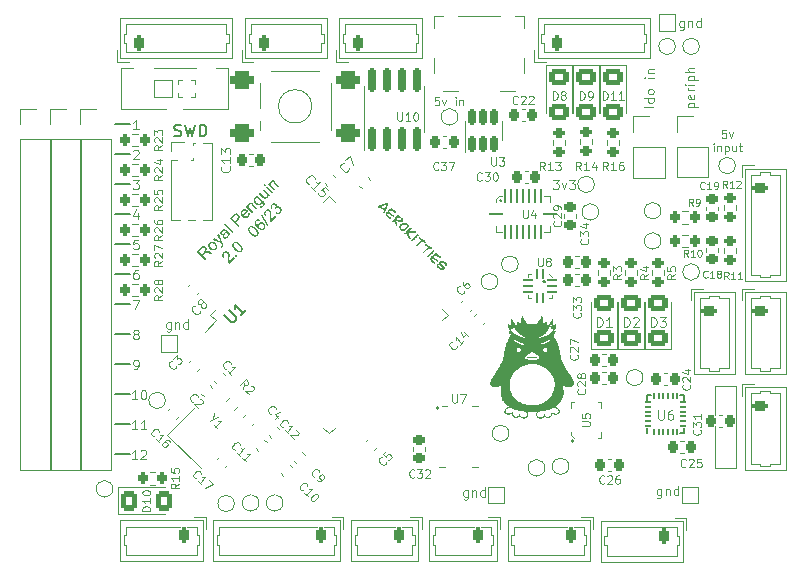
<source format=gto>
G04 #@! TF.GenerationSoftware,KiCad,Pcbnew,7.0.2*
G04 #@! TF.CreationDate,2023-06-10T11:02:38+03:00*
G04 #@! TF.ProjectId,2.0,322e302e-6b69-4636-9164-5f7063625858,2.0*
G04 #@! TF.SameCoordinates,Original*
G04 #@! TF.FileFunction,Legend,Top*
G04 #@! TF.FilePolarity,Positive*
%FSLAX46Y46*%
G04 Gerber Fmt 4.6, Leading zero omitted, Abs format (unit mm)*
G04 Created by KiCad (PCBNEW 7.0.2) date 2023-06-10 11:02:38*
%MOMM*%
%LPD*%
G01*
G04 APERTURE LIST*
G04 Aperture macros list*
%AMRoundRect*
0 Rectangle with rounded corners*
0 $1 Rounding radius*
0 $2 $3 $4 $5 $6 $7 $8 $9 X,Y pos of 4 corners*
0 Add a 4 corners polygon primitive as box body*
4,1,4,$2,$3,$4,$5,$6,$7,$8,$9,$2,$3,0*
0 Add four circle primitives for the rounded corners*
1,1,$1+$1,$2,$3*
1,1,$1+$1,$4,$5*
1,1,$1+$1,$6,$7*
1,1,$1+$1,$8,$9*
0 Add four rect primitives between the rounded corners*
20,1,$1+$1,$2,$3,$4,$5,0*
20,1,$1+$1,$4,$5,$6,$7,0*
20,1,$1+$1,$6,$7,$8,$9,0*
20,1,$1+$1,$8,$9,$2,$3,0*%
%AMRotRect*
0 Rectangle, with rotation*
0 The origin of the aperture is its center*
0 $1 length*
0 $2 width*
0 $3 Rotation angle, in degrees counterclockwise*
0 Add horizontal line*
21,1,$1,$2,0,0,$3*%
G04 Aperture macros list end*
%ADD10C,0.150000*%
%ADD11C,0.100000*%
%ADD12C,0.125000*%
%ADD13C,0.120000*%
%ADD14C,0.170000*%
%ADD15C,0.500000*%
%ADD16R,0.400000X1.800000*%
%ADD17O,1.090000X2.000000*%
%ADD18O,1.050000X1.600000*%
%ADD19RoundRect,0.200000X0.200000X0.450000X-0.200000X0.450000X-0.200000X-0.450000X0.200000X-0.450000X0*%
%ADD20O,0.800000X1.300000*%
%ADD21RoundRect,0.200000X0.275000X-0.200000X0.275000X0.200000X-0.275000X0.200000X-0.275000X-0.200000X0*%
%ADD22RoundRect,0.200000X-0.200000X-0.450000X0.200000X-0.450000X0.200000X0.450000X-0.200000X0.450000X0*%
%ADD23RoundRect,0.200000X0.200000X0.275000X-0.200000X0.275000X-0.200000X-0.275000X0.200000X-0.275000X0*%
%ADD24C,1.000000*%
%ADD25RoundRect,0.225000X-0.225000X-0.250000X0.225000X-0.250000X0.225000X0.250000X-0.225000X0.250000X0*%
%ADD26R,1.000000X1.000000*%
%ADD27O,1.000000X1.000000*%
%ADD28RoundRect,0.225000X0.017678X-0.335876X0.335876X-0.017678X-0.017678X0.335876X-0.335876X0.017678X0*%
%ADD29RoundRect,0.225000X-0.335876X-0.017678X-0.017678X-0.335876X0.335876X0.017678X0.017678X0.335876X0*%
%ADD30RoundRect,0.200000X-0.450000X0.200000X-0.450000X-0.200000X0.450000X-0.200000X0.450000X0.200000X0*%
%ADD31O,1.300000X0.800000*%
%ADD32RoundRect,0.250001X0.624999X-0.462499X0.624999X0.462499X-0.624999X0.462499X-0.624999X-0.462499X0*%
%ADD33RoundRect,0.225000X0.335876X0.017678X0.017678X0.335876X-0.335876X-0.017678X-0.017678X-0.335876X0*%
%ADD34R,1.700000X1.700000*%
%ADD35O,1.700000X1.700000*%
%ADD36O,1.000000X0.700000*%
%ADD37RoundRect,0.225000X0.225000X0.250000X-0.225000X0.250000X-0.225000X-0.250000X0.225000X-0.250000X0*%
%ADD38C,0.800000*%
%ADD39C,6.400000*%
%ADD40RoundRect,0.375000X0.625000X0.375000X-0.625000X0.375000X-0.625000X-0.375000X0.625000X-0.375000X0*%
%ADD41RoundRect,0.050000X0.050000X-0.225000X0.050000X0.225000X-0.050000X0.225000X-0.050000X-0.225000X0*%
%ADD42RoundRect,0.050000X0.225000X0.050000X-0.225000X0.050000X-0.225000X-0.050000X0.225000X-0.050000X0*%
%ADD43RoundRect,0.250001X-0.462499X-0.624999X0.462499X-0.624999X0.462499X0.624999X-0.462499X0.624999X0*%
%ADD44RoundRect,0.200000X-0.275000X0.200000X-0.275000X-0.200000X0.275000X-0.200000X0.275000X0.200000X0*%
%ADD45RoundRect,0.200000X0.053033X-0.335876X0.335876X-0.053033X-0.053033X0.335876X-0.335876X0.053033X0*%
%ADD46RoundRect,0.075000X-0.459619X-0.565685X0.565685X0.459619X0.459619X0.565685X-0.565685X-0.459619X0*%
%ADD47RoundRect,0.075000X0.459619X-0.565685X0.565685X-0.459619X-0.459619X0.565685X-0.565685X0.459619X0*%
%ADD48RoundRect,0.200000X-0.200000X-0.275000X0.200000X-0.275000X0.200000X0.275000X-0.200000X0.275000X0*%
%ADD49RoundRect,0.225000X-0.017678X0.335876X-0.335876X0.017678X0.017678X-0.335876X0.335876X-0.017678X0*%
%ADD50RoundRect,0.250001X-0.624999X0.462499X-0.624999X-0.462499X0.624999X-0.462499X0.624999X0.462499X0*%
%ADD51RoundRect,0.062500X0.062500X-0.525000X0.062500X0.525000X-0.062500X0.525000X-0.062500X-0.525000X0*%
%ADD52RoundRect,0.062500X-0.525000X-0.062500X0.525000X-0.062500X0.525000X0.062500X-0.525000X0.062500X0*%
%ADD53RoundRect,0.225000X-0.250000X0.225000X-0.250000X-0.225000X0.250000X-0.225000X0.250000X0.225000X0*%
%ADD54RoundRect,0.225000X0.250000X-0.225000X0.250000X0.225000X-0.250000X0.225000X-0.250000X-0.225000X0*%
%ADD55RoundRect,0.062500X-0.062500X0.325000X-0.062500X-0.325000X0.062500X-0.325000X0.062500X0.325000X0*%
%ADD56RoundRect,0.062500X0.325000X0.062500X-0.325000X0.062500X-0.325000X-0.062500X0.325000X-0.062500X0*%
%ADD57C,1.400000*%
%ADD58R,1.500000X0.550000*%
%ADD59R,0.250000X0.975000*%
%ADD60R,0.975000X0.250000*%
%ADD61RotRect,1.400000X1.200000X315.000000*%
%ADD62RoundRect,0.150000X0.150000X-0.825000X0.150000X0.825000X-0.150000X0.825000X-0.150000X-0.825000X0*%
%ADD63RoundRect,0.150000X0.150000X-0.512500X0.150000X0.512500X-0.150000X0.512500X-0.150000X-0.512500X0*%
G04 APERTURE END LIST*
D10*
X83820000Y-88385000D02*
X82550000Y-88385000D01*
X83820000Y-70605000D02*
X82550000Y-70605000D01*
X83820000Y-75685000D02*
X82550000Y-75685000D01*
X83820000Y-80765000D02*
X82550000Y-80765000D01*
X83820000Y-90925000D02*
X82550000Y-90925000D01*
X83820000Y-85845000D02*
X82550000Y-85845000D01*
X83820000Y-68065000D02*
X82550000Y-68065000D01*
X83820000Y-93465000D02*
X82550000Y-93465000D01*
X83820000Y-65525000D02*
X82550000Y-65525000D01*
X83820000Y-73145000D02*
X82550000Y-73145000D01*
X83820000Y-83305000D02*
X82550000Y-83305000D01*
X83820000Y-78225000D02*
X82550000Y-78225000D01*
D11*
X84251714Y-83274952D02*
X84175524Y-83236857D01*
X84175524Y-83236857D02*
X84137429Y-83198761D01*
X84137429Y-83198761D02*
X84099333Y-83122571D01*
X84099333Y-83122571D02*
X84099333Y-83084476D01*
X84099333Y-83084476D02*
X84137429Y-83008285D01*
X84137429Y-83008285D02*
X84175524Y-82970190D01*
X84175524Y-82970190D02*
X84251714Y-82932095D01*
X84251714Y-82932095D02*
X84404095Y-82932095D01*
X84404095Y-82932095D02*
X84480286Y-82970190D01*
X84480286Y-82970190D02*
X84518381Y-83008285D01*
X84518381Y-83008285D02*
X84556476Y-83084476D01*
X84556476Y-83084476D02*
X84556476Y-83122571D01*
X84556476Y-83122571D02*
X84518381Y-83198761D01*
X84518381Y-83198761D02*
X84480286Y-83236857D01*
X84480286Y-83236857D02*
X84404095Y-83274952D01*
X84404095Y-83274952D02*
X84251714Y-83274952D01*
X84251714Y-83274952D02*
X84175524Y-83313047D01*
X84175524Y-83313047D02*
X84137429Y-83351142D01*
X84137429Y-83351142D02*
X84099333Y-83427333D01*
X84099333Y-83427333D02*
X84099333Y-83579714D01*
X84099333Y-83579714D02*
X84137429Y-83655904D01*
X84137429Y-83655904D02*
X84175524Y-83694000D01*
X84175524Y-83694000D02*
X84251714Y-83732095D01*
X84251714Y-83732095D02*
X84404095Y-83732095D01*
X84404095Y-83732095D02*
X84480286Y-83694000D01*
X84480286Y-83694000D02*
X84518381Y-83655904D01*
X84518381Y-83655904D02*
X84556476Y-83579714D01*
X84556476Y-83579714D02*
X84556476Y-83427333D01*
X84556476Y-83427333D02*
X84518381Y-83351142D01*
X84518381Y-83351142D02*
X84480286Y-83313047D01*
X84480286Y-83313047D02*
X84404095Y-83274952D01*
X87274333Y-82299761D02*
X87274333Y-82947380D01*
X87274333Y-82947380D02*
X87236238Y-83023571D01*
X87236238Y-83023571D02*
X87198142Y-83061666D01*
X87198142Y-83061666D02*
X87121952Y-83099761D01*
X87121952Y-83099761D02*
X87007666Y-83099761D01*
X87007666Y-83099761D02*
X86931476Y-83061666D01*
X87274333Y-82795000D02*
X87198142Y-82833095D01*
X87198142Y-82833095D02*
X87045761Y-82833095D01*
X87045761Y-82833095D02*
X86969571Y-82795000D01*
X86969571Y-82795000D02*
X86931476Y-82756904D01*
X86931476Y-82756904D02*
X86893380Y-82680714D01*
X86893380Y-82680714D02*
X86893380Y-82452142D01*
X86893380Y-82452142D02*
X86931476Y-82375952D01*
X86931476Y-82375952D02*
X86969571Y-82337857D01*
X86969571Y-82337857D02*
X87045761Y-82299761D01*
X87045761Y-82299761D02*
X87198142Y-82299761D01*
X87198142Y-82299761D02*
X87274333Y-82337857D01*
X87655286Y-82299761D02*
X87655286Y-82833095D01*
X87655286Y-82375952D02*
X87693381Y-82337857D01*
X87693381Y-82337857D02*
X87769571Y-82299761D01*
X87769571Y-82299761D02*
X87883857Y-82299761D01*
X87883857Y-82299761D02*
X87960048Y-82337857D01*
X87960048Y-82337857D02*
X87998143Y-82414047D01*
X87998143Y-82414047D02*
X87998143Y-82833095D01*
X88721953Y-82833095D02*
X88721953Y-82033095D01*
X88721953Y-82795000D02*
X88645762Y-82833095D01*
X88645762Y-82833095D02*
X88493381Y-82833095D01*
X88493381Y-82833095D02*
X88417191Y-82795000D01*
X88417191Y-82795000D02*
X88379096Y-82756904D01*
X88379096Y-82756904D02*
X88341000Y-82680714D01*
X88341000Y-82680714D02*
X88341000Y-82452142D01*
X88341000Y-82452142D02*
X88379096Y-82375952D01*
X88379096Y-82375952D02*
X88417191Y-82337857D01*
X88417191Y-82337857D02*
X88493381Y-82299761D01*
X88493381Y-82299761D02*
X88645762Y-82299761D01*
X88645762Y-82299761D02*
X88721953Y-82337857D01*
X112420333Y-96523761D02*
X112420333Y-97171380D01*
X112420333Y-97171380D02*
X112382238Y-97247571D01*
X112382238Y-97247571D02*
X112344142Y-97285666D01*
X112344142Y-97285666D02*
X112267952Y-97323761D01*
X112267952Y-97323761D02*
X112153666Y-97323761D01*
X112153666Y-97323761D02*
X112077476Y-97285666D01*
X112420333Y-97019000D02*
X112344142Y-97057095D01*
X112344142Y-97057095D02*
X112191761Y-97057095D01*
X112191761Y-97057095D02*
X112115571Y-97019000D01*
X112115571Y-97019000D02*
X112077476Y-96980904D01*
X112077476Y-96980904D02*
X112039380Y-96904714D01*
X112039380Y-96904714D02*
X112039380Y-96676142D01*
X112039380Y-96676142D02*
X112077476Y-96599952D01*
X112077476Y-96599952D02*
X112115571Y-96561857D01*
X112115571Y-96561857D02*
X112191761Y-96523761D01*
X112191761Y-96523761D02*
X112344142Y-96523761D01*
X112344142Y-96523761D02*
X112420333Y-96561857D01*
X112801286Y-96523761D02*
X112801286Y-97057095D01*
X112801286Y-96599952D02*
X112839381Y-96561857D01*
X112839381Y-96561857D02*
X112915571Y-96523761D01*
X112915571Y-96523761D02*
X113029857Y-96523761D01*
X113029857Y-96523761D02*
X113106048Y-96561857D01*
X113106048Y-96561857D02*
X113144143Y-96638047D01*
X113144143Y-96638047D02*
X113144143Y-97057095D01*
X113867953Y-97057095D02*
X113867953Y-96257095D01*
X113867953Y-97019000D02*
X113791762Y-97057095D01*
X113791762Y-97057095D02*
X113639381Y-97057095D01*
X113639381Y-97057095D02*
X113563191Y-97019000D01*
X113563191Y-97019000D02*
X113525096Y-96980904D01*
X113525096Y-96980904D02*
X113487000Y-96904714D01*
X113487000Y-96904714D02*
X113487000Y-96676142D01*
X113487000Y-96676142D02*
X113525096Y-96599952D01*
X113525096Y-96599952D02*
X113563191Y-96561857D01*
X113563191Y-96561857D02*
X113639381Y-96523761D01*
X113639381Y-96523761D02*
X113791762Y-96523761D01*
X113791762Y-96523761D02*
X113867953Y-96561857D01*
X84099333Y-67768285D02*
X84137429Y-67730190D01*
X84137429Y-67730190D02*
X84213619Y-67692095D01*
X84213619Y-67692095D02*
X84404095Y-67692095D01*
X84404095Y-67692095D02*
X84480286Y-67730190D01*
X84480286Y-67730190D02*
X84518381Y-67768285D01*
X84518381Y-67768285D02*
X84556476Y-67844476D01*
X84556476Y-67844476D02*
X84556476Y-67920666D01*
X84556476Y-67920666D02*
X84518381Y-68034952D01*
X84518381Y-68034952D02*
X84061238Y-68492095D01*
X84061238Y-68492095D02*
X84556476Y-68492095D01*
X84175524Y-86272095D02*
X84327905Y-86272095D01*
X84327905Y-86272095D02*
X84404095Y-86234000D01*
X84404095Y-86234000D02*
X84442191Y-86195904D01*
X84442191Y-86195904D02*
X84518381Y-86081619D01*
X84518381Y-86081619D02*
X84556476Y-85929238D01*
X84556476Y-85929238D02*
X84556476Y-85624476D01*
X84556476Y-85624476D02*
X84518381Y-85548285D01*
X84518381Y-85548285D02*
X84480286Y-85510190D01*
X84480286Y-85510190D02*
X84404095Y-85472095D01*
X84404095Y-85472095D02*
X84251714Y-85472095D01*
X84251714Y-85472095D02*
X84175524Y-85510190D01*
X84175524Y-85510190D02*
X84137429Y-85548285D01*
X84137429Y-85548285D02*
X84099333Y-85624476D01*
X84099333Y-85624476D02*
X84099333Y-85814952D01*
X84099333Y-85814952D02*
X84137429Y-85891142D01*
X84137429Y-85891142D02*
X84175524Y-85929238D01*
X84175524Y-85929238D02*
X84251714Y-85967333D01*
X84251714Y-85967333D02*
X84404095Y-85967333D01*
X84404095Y-85967333D02*
X84480286Y-85929238D01*
X84480286Y-85929238D02*
X84518381Y-85891142D01*
X84518381Y-85891142D02*
X84556476Y-85814952D01*
X84061238Y-80392095D02*
X84594572Y-80392095D01*
X84594572Y-80392095D02*
X84251714Y-81192095D01*
D10*
X87566476Y-66505000D02*
X87709333Y-66552619D01*
X87709333Y-66552619D02*
X87947428Y-66552619D01*
X87947428Y-66552619D02*
X88042666Y-66505000D01*
X88042666Y-66505000D02*
X88090285Y-66457380D01*
X88090285Y-66457380D02*
X88137904Y-66362142D01*
X88137904Y-66362142D02*
X88137904Y-66266904D01*
X88137904Y-66266904D02*
X88090285Y-66171666D01*
X88090285Y-66171666D02*
X88042666Y-66124047D01*
X88042666Y-66124047D02*
X87947428Y-66076428D01*
X87947428Y-66076428D02*
X87756952Y-66028809D01*
X87756952Y-66028809D02*
X87661714Y-65981190D01*
X87661714Y-65981190D02*
X87614095Y-65933571D01*
X87614095Y-65933571D02*
X87566476Y-65838333D01*
X87566476Y-65838333D02*
X87566476Y-65743095D01*
X87566476Y-65743095D02*
X87614095Y-65647857D01*
X87614095Y-65647857D02*
X87661714Y-65600238D01*
X87661714Y-65600238D02*
X87756952Y-65552619D01*
X87756952Y-65552619D02*
X87995047Y-65552619D01*
X87995047Y-65552619D02*
X88137904Y-65600238D01*
X88471238Y-65552619D02*
X88709333Y-66552619D01*
X88709333Y-66552619D02*
X88899809Y-65838333D01*
X88899809Y-65838333D02*
X89090285Y-66552619D01*
X89090285Y-66552619D02*
X89328381Y-65552619D01*
X89709333Y-66552619D02*
X89709333Y-65552619D01*
X89709333Y-65552619D02*
X89947428Y-65552619D01*
X89947428Y-65552619D02*
X90090285Y-65600238D01*
X90090285Y-65600238D02*
X90185523Y-65695476D01*
X90185523Y-65695476D02*
X90233142Y-65790714D01*
X90233142Y-65790714D02*
X90280761Y-65981190D01*
X90280761Y-65981190D02*
X90280761Y-66124047D01*
X90280761Y-66124047D02*
X90233142Y-66314523D01*
X90233142Y-66314523D02*
X90185523Y-66409761D01*
X90185523Y-66409761D02*
X90090285Y-66505000D01*
X90090285Y-66505000D02*
X89947428Y-66552619D01*
X89947428Y-66552619D02*
X89709333Y-66552619D01*
D12*
G36*
X90031124Y-75840555D02*
G01*
X90041279Y-75841397D01*
X90051562Y-75842671D01*
X90061972Y-75844377D01*
X90072508Y-75846514D01*
X90083030Y-75849004D01*
X90093395Y-75851857D01*
X90103603Y-75855071D01*
X90113655Y-75858646D01*
X90123551Y-75862583D01*
X90133290Y-75866882D01*
X90142872Y-75871543D01*
X90152298Y-75876565D01*
X90161568Y-75881948D01*
X90170681Y-75887693D01*
X90179637Y-75893800D01*
X90188437Y-75900268D01*
X90197080Y-75907098D01*
X90205567Y-75914290D01*
X90213898Y-75921843D01*
X90222071Y-75929758D01*
X90231070Y-75939091D01*
X90239544Y-75948569D01*
X90247494Y-75958192D01*
X90254918Y-75967958D01*
X90261817Y-75977869D01*
X90268192Y-75987925D01*
X90274042Y-75998124D01*
X90279367Y-76008469D01*
X90284167Y-76018957D01*
X90288442Y-76029590D01*
X90292192Y-76040367D01*
X90295417Y-76051289D01*
X90298118Y-76062355D01*
X90300294Y-76073565D01*
X90301944Y-76084920D01*
X90303070Y-76096419D01*
X90303696Y-76107957D01*
X90303802Y-76119473D01*
X90303388Y-76130965D01*
X90302455Y-76142434D01*
X90301003Y-76153881D01*
X90299031Y-76165304D01*
X90296539Y-76176705D01*
X90293528Y-76188083D01*
X90289998Y-76199437D01*
X90285948Y-76210769D01*
X90281379Y-76222078D01*
X90276290Y-76233364D01*
X90270682Y-76244627D01*
X90264554Y-76255867D01*
X90257907Y-76267084D01*
X90250741Y-76278278D01*
X90252813Y-76280351D01*
X90265204Y-76274411D01*
X90277939Y-76269370D01*
X90291018Y-76265230D01*
X90304441Y-76261990D01*
X90318208Y-76259650D01*
X90332320Y-76258209D01*
X90346775Y-76257669D01*
X90361574Y-76258028D01*
X90376718Y-76259288D01*
X90392205Y-76261447D01*
X90408037Y-76264507D01*
X90424213Y-76268466D01*
X90440732Y-76273326D01*
X90457596Y-76279085D01*
X90474804Y-76285744D01*
X90492356Y-76293304D01*
X90753832Y-76412125D01*
X90651936Y-76514022D01*
X90398404Y-76394855D01*
X90385754Y-76389359D01*
X90372998Y-76384595D01*
X90360136Y-76380563D01*
X90347167Y-76377263D01*
X90334092Y-76374694D01*
X90320911Y-76372857D01*
X90307624Y-76371751D01*
X90294230Y-76371377D01*
X90280730Y-76371735D01*
X90267124Y-76372824D01*
X90257994Y-76373957D01*
X90244430Y-76376287D01*
X90231196Y-76379391D01*
X90218293Y-76383270D01*
X90205721Y-76387922D01*
X90193480Y-76393349D01*
X90181570Y-76399549D01*
X90169991Y-76406524D01*
X90158742Y-76414273D01*
X90147825Y-76422796D01*
X90137238Y-76432094D01*
X90130365Y-76438722D01*
X89956104Y-76612982D01*
X90254540Y-76911418D01*
X90160243Y-77005715D01*
X89452840Y-76298312D01*
X89469765Y-76281387D01*
X89624509Y-76281387D01*
X89867679Y-76524557D01*
X90078035Y-76314201D01*
X90088727Y-76303294D01*
X90098827Y-76292551D01*
X90108335Y-76281970D01*
X90117250Y-76271553D01*
X90125573Y-76261300D01*
X90133303Y-76251209D01*
X90140442Y-76241282D01*
X90146988Y-76231518D01*
X90152941Y-76221917D01*
X90158302Y-76212480D01*
X90163071Y-76203206D01*
X90167248Y-76194095D01*
X90172402Y-76180735D01*
X90176224Y-76167742D01*
X90178031Y-76159284D01*
X90179597Y-76146713D01*
X90179760Y-76134131D01*
X90178520Y-76121536D01*
X90175878Y-76108929D01*
X90171833Y-76096310D01*
X90166386Y-76083679D01*
X90159536Y-76071036D01*
X90154190Y-76062600D01*
X90148221Y-76054159D01*
X90141629Y-76045713D01*
X90134413Y-76037261D01*
X90126574Y-76028804D01*
X90122420Y-76024573D01*
X90114855Y-76017306D01*
X90107227Y-76010571D01*
X90099536Y-76004370D01*
X90083969Y-75993568D01*
X90068151Y-75984899D01*
X90052084Y-75978363D01*
X90035768Y-75973961D01*
X90019201Y-75971691D01*
X90002385Y-75971555D01*
X89985320Y-75973552D01*
X89968005Y-75977682D01*
X89950440Y-75983945D01*
X89932626Y-75992342D01*
X89923625Y-75997340D01*
X89914562Y-76002871D01*
X89905436Y-76008936D01*
X89896248Y-76015534D01*
X89886998Y-76022666D01*
X89877685Y-76030330D01*
X89868310Y-76038528D01*
X89858872Y-76047259D01*
X89849372Y-76056524D01*
X89624509Y-76281387D01*
X89469765Y-76281387D01*
X89768201Y-75982951D01*
X89778464Y-75972813D01*
X89788618Y-75963036D01*
X89798660Y-75953621D01*
X89808592Y-75944567D01*
X89818413Y-75935876D01*
X89828124Y-75927545D01*
X89837724Y-75919576D01*
X89847214Y-75911969D01*
X89856592Y-75904724D01*
X89865860Y-75897840D01*
X89875018Y-75891317D01*
X89884065Y-75885157D01*
X89893001Y-75879358D01*
X89901826Y-75873920D01*
X89910541Y-75868844D01*
X89919145Y-75864130D01*
X89932144Y-75857783D01*
X89945428Y-75852407D01*
X89958997Y-75848003D01*
X89972852Y-75844571D01*
X89986992Y-75842110D01*
X90001417Y-75840620D01*
X90011192Y-75840167D01*
X90021094Y-75840145D01*
X90031124Y-75840555D01*
G37*
G36*
X90787683Y-75458789D02*
G01*
X90804710Y-75459880D01*
X90821682Y-75461944D01*
X90838598Y-75464980D01*
X90855459Y-75468990D01*
X90872265Y-75473972D01*
X90889015Y-75479927D01*
X90905710Y-75486855D01*
X90922350Y-75494755D01*
X90938935Y-75503629D01*
X90955464Y-75513475D01*
X90963708Y-75518763D01*
X90971938Y-75524294D01*
X90980154Y-75530068D01*
X90988356Y-75536086D01*
X90996545Y-75542347D01*
X91004719Y-75548851D01*
X91012880Y-75555598D01*
X91021027Y-75562588D01*
X91029160Y-75569822D01*
X91037280Y-75577299D01*
X91045385Y-75585018D01*
X91053477Y-75592982D01*
X91061409Y-75601042D01*
X91069099Y-75609118D01*
X91076547Y-75617209D01*
X91083754Y-75625315D01*
X91090720Y-75633438D01*
X91097444Y-75641575D01*
X91103927Y-75649729D01*
X91110168Y-75657897D01*
X91116167Y-75666082D01*
X91121925Y-75674282D01*
X91127442Y-75682497D01*
X91132717Y-75690728D01*
X91142542Y-75707236D01*
X91151401Y-75723806D01*
X91159294Y-75740439D01*
X91166221Y-75757133D01*
X91172183Y-75773890D01*
X91177177Y-75790708D01*
X91181206Y-75807589D01*
X91184269Y-75824532D01*
X91186366Y-75841536D01*
X91187497Y-75858603D01*
X91187694Y-75875597D01*
X91186989Y-75892383D01*
X91185384Y-75908962D01*
X91182877Y-75925332D01*
X91179469Y-75941495D01*
X91175159Y-75957450D01*
X91169948Y-75973197D01*
X91163836Y-75988737D01*
X91156822Y-76004069D01*
X91148908Y-76019193D01*
X91140092Y-76034109D01*
X91130374Y-76048817D01*
X91119756Y-76063318D01*
X91108236Y-76077610D01*
X91095814Y-76091695D01*
X91082492Y-76105572D01*
X91068656Y-76118853D01*
X91054610Y-76131235D01*
X91040354Y-76142719D01*
X91025887Y-76153304D01*
X91011210Y-76162990D01*
X90996322Y-76171778D01*
X90981224Y-76179667D01*
X90965915Y-76186658D01*
X90950396Y-76192750D01*
X90934666Y-76197943D01*
X90918726Y-76202238D01*
X90902575Y-76205634D01*
X90886214Y-76208131D01*
X90869642Y-76209730D01*
X90852860Y-76210430D01*
X90835868Y-76210232D01*
X90818801Y-76209101D01*
X90801796Y-76207005D01*
X90784853Y-76203942D01*
X90767973Y-76199913D01*
X90751154Y-76194918D01*
X90734398Y-76188957D01*
X90717703Y-76182030D01*
X90701071Y-76174137D01*
X90684501Y-76165277D01*
X90667992Y-76155452D01*
X90659761Y-76150177D01*
X90651546Y-76144661D01*
X90643346Y-76138903D01*
X90635162Y-76132903D01*
X90626993Y-76126662D01*
X90618840Y-76120180D01*
X90610702Y-76113455D01*
X90602580Y-76106490D01*
X90594473Y-76099283D01*
X90586382Y-76091834D01*
X90578306Y-76084144D01*
X90570246Y-76076212D01*
X90562283Y-76068121D01*
X90554563Y-76060015D01*
X90547086Y-76051896D01*
X90539853Y-76043763D01*
X90532862Y-76035616D01*
X90526115Y-76027455D01*
X90519611Y-76019280D01*
X90513350Y-76011092D01*
X90507333Y-76002889D01*
X90501559Y-75994673D01*
X90496027Y-75986443D01*
X90490740Y-75978199D01*
X90480893Y-75961670D01*
X90472020Y-75945086D01*
X90464119Y-75928446D01*
X90457191Y-75911751D01*
X90451236Y-75895000D01*
X90446254Y-75878194D01*
X90442245Y-75861333D01*
X90439208Y-75844417D01*
X90437145Y-75827445D01*
X90436054Y-75810418D01*
X90435876Y-75793447D01*
X90436596Y-75776684D01*
X90436803Y-75774568D01*
X90559606Y-75774568D01*
X90559717Y-75785491D01*
X90560402Y-75796602D01*
X90561720Y-75807791D01*
X90563729Y-75819035D01*
X90566431Y-75830334D01*
X90569825Y-75841689D01*
X90573912Y-75853099D01*
X90578690Y-75864564D01*
X90584161Y-75876085D01*
X90590323Y-75887661D01*
X90597178Y-75899292D01*
X90604725Y-75910979D01*
X90612965Y-75922721D01*
X90621896Y-75934518D01*
X90631520Y-75946371D01*
X90641835Y-75958279D01*
X90652843Y-75970242D01*
X90664544Y-75982260D01*
X90676521Y-75993919D01*
X90688447Y-76004890D01*
X90700322Y-76015173D01*
X90712146Y-76024768D01*
X90723918Y-76033674D01*
X90735639Y-76041893D01*
X90747309Y-76049423D01*
X90758927Y-76056265D01*
X90770495Y-76062419D01*
X90782010Y-76067885D01*
X90793475Y-76072663D01*
X90804889Y-76076752D01*
X90816251Y-76080154D01*
X90827562Y-76082867D01*
X90838821Y-76084892D01*
X90850030Y-76086229D01*
X90861119Y-76086893D01*
X90872023Y-76086985D01*
X90882740Y-76086505D01*
X90893271Y-76085452D01*
X90903616Y-76083828D01*
X90913774Y-76081631D01*
X90923747Y-76078862D01*
X90933533Y-76075522D01*
X90943133Y-76071609D01*
X90952547Y-76067124D01*
X90961774Y-76062067D01*
X90970816Y-76056438D01*
X90979671Y-76050236D01*
X90988340Y-76043463D01*
X90996823Y-76036118D01*
X91005119Y-76028200D01*
X91013015Y-76019925D01*
X91020339Y-76011464D01*
X91027091Y-76002817D01*
X91033270Y-75993983D01*
X91038878Y-75984963D01*
X91043913Y-75975757D01*
X91048377Y-75966365D01*
X91052268Y-75956786D01*
X91055587Y-75947022D01*
X91058334Y-75937071D01*
X91060509Y-75926934D01*
X91062112Y-75916611D01*
X91063143Y-75906101D01*
X91063602Y-75895406D01*
X91063489Y-75884524D01*
X91062803Y-75873456D01*
X91061487Y-75862227D01*
X91059481Y-75850947D01*
X91056786Y-75839618D01*
X91053401Y-75828239D01*
X91049327Y-75816810D01*
X91044564Y-75805332D01*
X91039111Y-75793803D01*
X91032968Y-75782224D01*
X91026136Y-75770595D01*
X91018615Y-75758917D01*
X91010404Y-75747188D01*
X91001503Y-75735410D01*
X90991913Y-75723582D01*
X90981634Y-75711703D01*
X90970665Y-75699775D01*
X90959007Y-75687797D01*
X90946988Y-75676098D01*
X90935022Y-75665092D01*
X90923111Y-75654779D01*
X90911254Y-75645160D01*
X90899450Y-75636235D01*
X90887701Y-75628003D01*
X90876006Y-75620465D01*
X90864364Y-75613620D01*
X90852777Y-75607469D01*
X90841243Y-75602011D01*
X90829764Y-75597247D01*
X90818338Y-75593176D01*
X90806966Y-75589799D01*
X90795649Y-75587115D01*
X90784385Y-75585125D01*
X90773176Y-75583828D01*
X90762087Y-75583122D01*
X90751185Y-75582989D01*
X90740471Y-75583430D01*
X90729945Y-75584444D01*
X90719606Y-75586031D01*
X90709455Y-75588192D01*
X90699492Y-75590926D01*
X90689715Y-75594234D01*
X90680127Y-75598115D01*
X90670726Y-75602570D01*
X90661512Y-75607598D01*
X90652487Y-75613199D01*
X90643648Y-75619374D01*
X90634997Y-75626122D01*
X90626534Y-75633444D01*
X90618258Y-75641339D01*
X90610342Y-75649637D01*
X90602998Y-75658121D01*
X90596228Y-75666794D01*
X90590032Y-75675654D01*
X90584409Y-75684701D01*
X90579359Y-75693936D01*
X90574883Y-75703359D01*
X90570980Y-75712969D01*
X90567651Y-75722767D01*
X90564895Y-75732752D01*
X90562713Y-75742925D01*
X90561104Y-75753285D01*
X90560068Y-75763833D01*
X90559606Y-75774568D01*
X90436803Y-75774568D01*
X90438213Y-75760131D01*
X90440728Y-75743786D01*
X90444139Y-75727651D01*
X90448448Y-75711725D01*
X90453654Y-75696008D01*
X90459758Y-75680500D01*
X90466758Y-75665202D01*
X90474656Y-75650112D01*
X90483451Y-75635232D01*
X90493144Y-75620561D01*
X90503734Y-75606099D01*
X90515221Y-75591846D01*
X90527605Y-75577802D01*
X90540886Y-75563967D01*
X90554763Y-75550644D01*
X90568846Y-75538220D01*
X90583135Y-75526697D01*
X90597631Y-75516074D01*
X90612333Y-75506350D01*
X90627242Y-75497527D01*
X90642357Y-75489603D01*
X90657679Y-75482580D01*
X90673207Y-75476456D01*
X90688941Y-75471232D01*
X90704882Y-75466908D01*
X90721029Y-75463485D01*
X90737383Y-75460961D01*
X90753943Y-75459337D01*
X90770710Y-75458613D01*
X90787683Y-75458789D01*
G37*
G36*
X91574876Y-75856358D02*
G01*
X91582766Y-75847431D01*
X91589426Y-75837663D01*
X91594856Y-75827052D01*
X91599055Y-75815599D01*
X91602023Y-75803305D01*
X91603761Y-75790168D01*
X91604268Y-75776190D01*
X91603545Y-75761370D01*
X91601591Y-75745708D01*
X91598407Y-75729203D01*
X91593992Y-75711857D01*
X91588347Y-75693669D01*
X91585063Y-75684259D01*
X91581471Y-75674639D01*
X91577572Y-75664808D01*
X91573365Y-75654767D01*
X91568850Y-75644515D01*
X91564028Y-75634053D01*
X91558898Y-75623381D01*
X91553460Y-75612497D01*
X90839149Y-75287811D01*
X90938282Y-75188677D01*
X91481096Y-75458617D01*
X91211157Y-74915802D01*
X91310290Y-74816669D01*
X91634977Y-75530980D01*
X91640642Y-75543616D01*
X91646106Y-75555920D01*
X91651371Y-75567892D01*
X91656436Y-75579532D01*
X91661301Y-75590840D01*
X91665967Y-75601817D01*
X91670433Y-75612461D01*
X91674700Y-75622773D01*
X91678766Y-75632754D01*
X91682633Y-75642403D01*
X91686301Y-75651719D01*
X91691427Y-75665072D01*
X91696104Y-75677678D01*
X91700332Y-75689537D01*
X91701642Y-75693324D01*
X91705278Y-75704556D01*
X91708480Y-75715779D01*
X91711249Y-75726993D01*
X91713583Y-75738198D01*
X91715483Y-75749393D01*
X91716948Y-75760580D01*
X91717980Y-75771757D01*
X91718578Y-75782926D01*
X91718741Y-75794085D01*
X91718470Y-75805235D01*
X91718049Y-75812663D01*
X91716903Y-75823686D01*
X91715019Y-75834475D01*
X91712398Y-75845030D01*
X91709038Y-75855351D01*
X91704942Y-75865439D01*
X91700107Y-75875293D01*
X91694535Y-75884913D01*
X91688225Y-75894299D01*
X91681177Y-75903452D01*
X91673392Y-75912371D01*
X91667791Y-75918187D01*
X91659213Y-75926571D01*
X91650748Y-75934453D01*
X91642396Y-75941834D01*
X91634157Y-75948712D01*
X91626032Y-75955089D01*
X91618020Y-75960964D01*
X91608164Y-75967601D01*
X91602336Y-75971207D01*
X91524446Y-75893317D01*
X91533099Y-75888544D01*
X91541467Y-75883400D01*
X91549547Y-75877885D01*
X91558865Y-75870777D01*
X91566315Y-75864445D01*
X91573478Y-75857743D01*
X91574876Y-75856358D01*
G37*
G36*
X91815542Y-74403786D02*
G01*
X91827987Y-74405403D01*
X91840595Y-74408049D01*
X91853366Y-74411725D01*
X91866301Y-74416431D01*
X91879399Y-74422166D01*
X91892660Y-74428931D01*
X91906085Y-74436725D01*
X91919673Y-74445548D01*
X91933424Y-74455401D01*
X91947338Y-74466284D01*
X91961416Y-74478196D01*
X91975656Y-74491137D01*
X91982838Y-74497994D01*
X91990060Y-74505108D01*
X92325455Y-74840503D01*
X92234094Y-74931864D01*
X92181073Y-74878843D01*
X92179931Y-74895503D01*
X92177972Y-74911979D01*
X92175198Y-74928269D01*
X92171607Y-74944374D01*
X92167199Y-74960295D01*
X92161975Y-74976031D01*
X92155936Y-74991582D01*
X92149079Y-75006948D01*
X92141407Y-75022129D01*
X92132918Y-75037125D01*
X92123613Y-75051937D01*
X92113491Y-75066564D01*
X92102553Y-75081006D01*
X92090799Y-75095263D01*
X92078229Y-75109335D01*
X92064842Y-75123222D01*
X92055199Y-75132538D01*
X92045442Y-75141316D01*
X92035570Y-75149555D01*
X92025584Y-75157256D01*
X92015483Y-75164418D01*
X92005267Y-75171043D01*
X91994936Y-75177128D01*
X91984491Y-75182676D01*
X91973931Y-75187685D01*
X91963256Y-75192156D01*
X91952467Y-75196088D01*
X91941562Y-75199482D01*
X91930544Y-75202338D01*
X91919410Y-75204655D01*
X91908162Y-75206434D01*
X91896799Y-75207675D01*
X91885478Y-75208358D01*
X91874353Y-75208463D01*
X91863425Y-75207991D01*
X91852695Y-75206941D01*
X91842161Y-75205314D01*
X91831824Y-75203109D01*
X91821684Y-75200327D01*
X91811742Y-75196967D01*
X91801996Y-75193030D01*
X91792447Y-75188516D01*
X91783095Y-75183423D01*
X91773941Y-75177754D01*
X91764983Y-75171507D01*
X91756222Y-75164682D01*
X91747658Y-75157280D01*
X91739292Y-75149301D01*
X91728407Y-75137808D01*
X91718486Y-75126062D01*
X91709528Y-75114064D01*
X91701534Y-75101812D01*
X91694503Y-75089307D01*
X91688435Y-75076550D01*
X91683331Y-75063539D01*
X91679190Y-75050275D01*
X91676012Y-75036759D01*
X91673798Y-75022989D01*
X91672548Y-75008967D01*
X91672260Y-74994691D01*
X91672936Y-74980163D01*
X91674576Y-74965381D01*
X91675140Y-74962122D01*
X91787768Y-74962122D01*
X91789206Y-74979117D01*
X91793038Y-74995395D01*
X91799263Y-75010954D01*
X91807882Y-75025796D01*
X91818895Y-75039920D01*
X91825299Y-75046713D01*
X91832684Y-75053585D01*
X91842837Y-75061458D01*
X91853341Y-75067857D01*
X91864196Y-75072784D01*
X91875401Y-75076236D01*
X91886958Y-75078216D01*
X91898865Y-75078722D01*
X91911123Y-75077754D01*
X91914243Y-75077282D01*
X91926753Y-75074568D01*
X91936122Y-75071689D01*
X91945478Y-75068087D01*
X91954822Y-75063763D01*
X91964155Y-75058716D01*
X91973475Y-75052947D01*
X91982782Y-75046456D01*
X91992078Y-75039241D01*
X92001362Y-75031305D01*
X92010633Y-75022645D01*
X92013721Y-75019599D01*
X92022000Y-75010964D01*
X92029870Y-75002029D01*
X92037329Y-74992794D01*
X92044379Y-74983257D01*
X92051019Y-74973421D01*
X92057249Y-74963284D01*
X92063069Y-74952846D01*
X92068480Y-74942108D01*
X92073480Y-74931069D01*
X92078071Y-74919729D01*
X92080904Y-74912003D01*
X92084765Y-74900312D01*
X92088058Y-74888686D01*
X92090784Y-74877122D01*
X92092942Y-74865623D01*
X92094532Y-74854188D01*
X92095555Y-74842816D01*
X92096009Y-74831508D01*
X92095897Y-74820264D01*
X92095216Y-74809083D01*
X92093968Y-74797966D01*
X92092820Y-74790591D01*
X91979871Y-74677641D01*
X91917179Y-74740333D01*
X91905032Y-74752689D01*
X91893484Y-74764866D01*
X91882535Y-74776863D01*
X91872183Y-74788680D01*
X91862430Y-74800318D01*
X91853276Y-74811777D01*
X91844720Y-74823056D01*
X91836762Y-74834156D01*
X91829403Y-74845076D01*
X91822642Y-74855817D01*
X91816480Y-74866378D01*
X91810916Y-74876760D01*
X91805950Y-74886963D01*
X91801583Y-74896986D01*
X91797814Y-74906829D01*
X91794644Y-74916493D01*
X91792072Y-74925978D01*
X91788723Y-74944409D01*
X91787768Y-74962122D01*
X91675140Y-74962122D01*
X91677178Y-74950347D01*
X91680744Y-74935059D01*
X91685274Y-74919519D01*
X91690767Y-74903725D01*
X91697223Y-74887679D01*
X91704643Y-74871379D01*
X91713025Y-74854827D01*
X91722372Y-74838021D01*
X91732682Y-74820963D01*
X91743955Y-74803652D01*
X91756191Y-74786087D01*
X91769391Y-74768270D01*
X91783554Y-74750199D01*
X91798681Y-74731876D01*
X91814771Y-74713300D01*
X91831824Y-74694470D01*
X91849841Y-74675388D01*
X91868821Y-74656053D01*
X91913552Y-74611322D01*
X91903814Y-74601687D01*
X91894483Y-74592666D01*
X91885558Y-74584258D01*
X91877041Y-74576462D01*
X91868930Y-74569281D01*
X91861226Y-74562712D01*
X91851587Y-74554908D01*
X91842671Y-74548194D01*
X91834478Y-74542570D01*
X91830653Y-74540167D01*
X91821008Y-74535213D01*
X91810748Y-74531684D01*
X91799872Y-74529580D01*
X91788381Y-74528901D01*
X91776273Y-74529647D01*
X91766144Y-74531270D01*
X91758289Y-74533086D01*
X91747420Y-74536508D01*
X91736053Y-74541419D01*
X91727203Y-74546080D01*
X91718073Y-74551579D01*
X91708664Y-74557916D01*
X91698976Y-74565091D01*
X91689008Y-74573103D01*
X91678761Y-74581954D01*
X91668235Y-74591642D01*
X91661062Y-74598567D01*
X91657429Y-74602169D01*
X91649978Y-74609771D01*
X91642909Y-74617293D01*
X91636222Y-74624736D01*
X91623995Y-74639381D01*
X91613297Y-74653706D01*
X91604127Y-74667711D01*
X91596486Y-74681397D01*
X91590374Y-74694762D01*
X91585791Y-74707808D01*
X91582736Y-74720535D01*
X91581210Y-74732941D01*
X91581213Y-74745028D01*
X91582744Y-74756795D01*
X91585804Y-74768242D01*
X91590393Y-74779369D01*
X91596511Y-74790177D01*
X91604157Y-74800665D01*
X91608553Y-74805789D01*
X91517365Y-74896977D01*
X91508678Y-74886623D01*
X91500689Y-74876176D01*
X91493397Y-74865636D01*
X91486801Y-74855005D01*
X91480903Y-74844280D01*
X91475701Y-74833464D01*
X91471196Y-74822554D01*
X91467388Y-74811553D01*
X91464277Y-74800459D01*
X91461863Y-74789272D01*
X91460145Y-74777994D01*
X91459125Y-74766622D01*
X91458802Y-74755159D01*
X91459175Y-74743603D01*
X91460245Y-74731954D01*
X91462012Y-74720213D01*
X91464477Y-74708380D01*
X91467638Y-74696454D01*
X91471495Y-74684436D01*
X91476050Y-74672325D01*
X91481302Y-74660122D01*
X91487250Y-74647826D01*
X91493896Y-74635438D01*
X91501238Y-74622958D01*
X91509278Y-74610385D01*
X91518014Y-74597720D01*
X91527447Y-74584963D01*
X91537577Y-74572112D01*
X91548403Y-74559170D01*
X91559927Y-74546135D01*
X91572148Y-74533008D01*
X91585065Y-74519788D01*
X91597441Y-74507723D01*
X91609784Y-74496311D01*
X91622095Y-74485552D01*
X91634373Y-74475446D01*
X91646619Y-74465993D01*
X91658832Y-74457193D01*
X91671013Y-74449046D01*
X91683162Y-74441552D01*
X91695279Y-74434712D01*
X91707363Y-74428524D01*
X91719414Y-74422989D01*
X91731433Y-74418107D01*
X91743420Y-74413879D01*
X91755375Y-74410303D01*
X91767297Y-74407381D01*
X91779187Y-74405111D01*
X91791142Y-74403640D01*
X91803260Y-74403198D01*
X91815542Y-74403786D01*
G37*
G36*
X92550145Y-74615812D02*
G01*
X92458266Y-74707692D01*
X91750863Y-74000289D01*
X91842742Y-73908410D01*
X92550145Y-74615812D01*
G37*
G36*
X92798507Y-73074403D02*
G01*
X92809107Y-73075060D01*
X92819806Y-73076203D01*
X92830604Y-73077829D01*
X92841500Y-73079940D01*
X92852382Y-73082456D01*
X92863093Y-73085342D01*
X92873635Y-73088598D01*
X92884007Y-73092224D01*
X92894209Y-73096219D01*
X92904241Y-73100584D01*
X92914102Y-73105318D01*
X92923794Y-73110423D01*
X92933316Y-73115897D01*
X92942668Y-73121740D01*
X92951849Y-73127954D01*
X92960861Y-73134537D01*
X92969703Y-73141489D01*
X92978375Y-73148812D01*
X92986876Y-73156504D01*
X92995208Y-73164566D01*
X93007975Y-73177868D01*
X93019808Y-73191308D01*
X93030707Y-73204886D01*
X93040673Y-73218601D01*
X93049705Y-73232454D01*
X93057803Y-73246445D01*
X93064968Y-73260573D01*
X93071199Y-73274838D01*
X93076496Y-73289242D01*
X93080859Y-73303783D01*
X93084289Y-73318461D01*
X93086785Y-73333278D01*
X93088348Y-73348232D01*
X93088976Y-73363323D01*
X93088671Y-73378552D01*
X93087433Y-73393919D01*
X93085295Y-73409358D01*
X93082249Y-73424847D01*
X93078295Y-73440386D01*
X93073433Y-73455974D01*
X93067663Y-73471613D01*
X93060985Y-73487302D01*
X93053398Y-73503040D01*
X93044904Y-73518829D01*
X93035502Y-73534667D01*
X93025191Y-73550555D01*
X93013973Y-73566493D01*
X93008023Y-73574481D01*
X93001846Y-73582481D01*
X92995443Y-73590494D01*
X92988812Y-73598519D01*
X92981954Y-73606557D01*
X92974869Y-73614607D01*
X92967557Y-73622670D01*
X92960019Y-73630745D01*
X92952253Y-73638833D01*
X92944260Y-73646933D01*
X92764991Y-73826202D01*
X93052374Y-74113584D01*
X92958076Y-74207881D01*
X92250673Y-73500479D01*
X92256545Y-73494607D01*
X92433396Y-73494607D01*
X92676566Y-73737776D01*
X92856698Y-73557644D01*
X92867724Y-73546368D01*
X92878092Y-73535252D01*
X92887801Y-73524294D01*
X92896852Y-73513496D01*
X92905244Y-73502857D01*
X92912978Y-73492378D01*
X92920054Y-73482057D01*
X92926471Y-73471896D01*
X92932230Y-73461894D01*
X92937330Y-73452051D01*
X92941772Y-73442367D01*
X92945555Y-73432843D01*
X92948680Y-73423477D01*
X92952133Y-73409728D01*
X92954104Y-73396337D01*
X92954747Y-73383153D01*
X92954215Y-73370154D01*
X92952509Y-73357340D01*
X92949627Y-73344711D01*
X92945571Y-73332268D01*
X92940340Y-73320010D01*
X92933933Y-73307937D01*
X92926352Y-73296049D01*
X92917596Y-73284346D01*
X92911107Y-73276647D01*
X92904094Y-73269031D01*
X92900393Y-73265253D01*
X92892740Y-73257977D01*
X92884871Y-73251238D01*
X92876787Y-73245036D01*
X92868488Y-73239372D01*
X92859973Y-73234245D01*
X92851242Y-73229655D01*
X92842296Y-73225603D01*
X92833134Y-73222088D01*
X92823757Y-73219110D01*
X92814164Y-73216670D01*
X92807650Y-73215341D01*
X92797938Y-73213799D01*
X92785301Y-73212687D01*
X92773020Y-73212655D01*
X92761095Y-73213702D01*
X92749526Y-73215828D01*
X92738314Y-73219034D01*
X92727458Y-73223319D01*
X92716958Y-73228684D01*
X92714388Y-73230194D01*
X92703791Y-73236905D01*
X92695422Y-73242700D01*
X92686691Y-73249148D01*
X92677600Y-73256248D01*
X92668146Y-73264001D01*
X92658332Y-73272407D01*
X92648156Y-73281465D01*
X92637620Y-73291177D01*
X92630394Y-73298013D01*
X92623008Y-73305140D01*
X92615462Y-73312557D01*
X92611628Y-73316374D01*
X92433396Y-73494607D01*
X92256545Y-73494607D01*
X92516468Y-73234684D01*
X92527343Y-73223934D01*
X92538123Y-73213531D01*
X92548807Y-73203474D01*
X92559396Y-73193764D01*
X92569888Y-73184401D01*
X92580285Y-73175384D01*
X92590586Y-73166715D01*
X92600791Y-73158392D01*
X92610901Y-73150415D01*
X92620914Y-73142786D01*
X92630832Y-73135503D01*
X92640654Y-73128567D01*
X92650380Y-73121978D01*
X92660010Y-73115736D01*
X92669545Y-73109840D01*
X92678984Y-73104291D01*
X92688402Y-73099137D01*
X92697919Y-73094466D01*
X92707535Y-73090280D01*
X92717249Y-73086578D01*
X92727061Y-73083361D01*
X92736972Y-73080628D01*
X92746982Y-73078380D01*
X92757090Y-73076615D01*
X92767296Y-73075336D01*
X92777601Y-73074540D01*
X92788005Y-73074229D01*
X92798507Y-73074403D01*
G37*
G36*
X93532323Y-72716912D02*
G01*
X93549527Y-72718180D01*
X93566683Y-72720429D01*
X93583793Y-72723658D01*
X93600855Y-72727868D01*
X93617870Y-72733060D01*
X93634837Y-72739232D01*
X93651758Y-72746385D01*
X93668631Y-72754519D01*
X93685457Y-72763634D01*
X93702236Y-72773730D01*
X93710607Y-72779146D01*
X93718967Y-72784807D01*
X93727315Y-72790713D01*
X93735652Y-72796864D01*
X93743976Y-72803261D01*
X93752289Y-72809903D01*
X93760590Y-72816790D01*
X93768879Y-72823923D01*
X93777156Y-72831300D01*
X93785421Y-72838923D01*
X93793675Y-72846791D01*
X93801917Y-72854904D01*
X93824368Y-72877356D01*
X93436299Y-73265426D01*
X93447544Y-73274911D01*
X93458742Y-73283762D01*
X93469893Y-73291982D01*
X93480997Y-73299568D01*
X93492053Y-73306521D01*
X93503063Y-73312842D01*
X93514025Y-73318530D01*
X93524940Y-73323585D01*
X93535807Y-73328007D01*
X93546628Y-73331796D01*
X93557401Y-73334953D01*
X93568127Y-73337477D01*
X93578806Y-73339368D01*
X93589437Y-73340626D01*
X93600022Y-73341251D01*
X93610559Y-73341244D01*
X93621013Y-73340661D01*
X93631305Y-73339603D01*
X93641435Y-73338070D01*
X93651404Y-73336063D01*
X93661210Y-73333580D01*
X93670855Y-73330622D01*
X93680337Y-73327190D01*
X93689658Y-73323282D01*
X93698817Y-73318900D01*
X93707814Y-73314043D01*
X93716649Y-73308710D01*
X93725322Y-73302903D01*
X93733833Y-73296621D01*
X93742182Y-73289864D01*
X93750369Y-73282632D01*
X93758395Y-73274925D01*
X93767143Y-73265773D01*
X93775317Y-73256388D01*
X93782917Y-73246769D01*
X93789943Y-73236916D01*
X93796396Y-73226829D01*
X93802275Y-73216509D01*
X93807580Y-73205955D01*
X93812311Y-73195167D01*
X93816469Y-73184145D01*
X93820053Y-73172890D01*
X93822123Y-73165257D01*
X93824546Y-73153819D01*
X93825985Y-73142690D01*
X93826440Y-73131871D01*
X93825912Y-73121362D01*
X93824400Y-73111163D01*
X93821905Y-73101273D01*
X93818426Y-73091693D01*
X93813963Y-73082423D01*
X93808517Y-73073462D01*
X93802087Y-73064811D01*
X93797254Y-73059215D01*
X93892069Y-72964400D01*
X93900321Y-72975726D01*
X93907893Y-72987165D01*
X93914785Y-72998717D01*
X93920997Y-73010383D01*
X93926529Y-73022162D01*
X93931381Y-73034054D01*
X93935553Y-73046060D01*
X93939045Y-73058179D01*
X93941857Y-73070411D01*
X93943989Y-73082757D01*
X93945441Y-73095216D01*
X93946212Y-73107789D01*
X93946304Y-73120475D01*
X93945716Y-73133274D01*
X93944447Y-73146186D01*
X93942499Y-73159212D01*
X93939958Y-73172210D01*
X93936867Y-73185083D01*
X93933228Y-73197830D01*
X93929039Y-73210452D01*
X93924301Y-73222948D01*
X93919014Y-73235318D01*
X93913178Y-73247564D01*
X93906792Y-73259684D01*
X93899858Y-73271678D01*
X93892374Y-73283547D01*
X93884341Y-73295290D01*
X93875759Y-73306908D01*
X93866628Y-73318400D01*
X93856948Y-73329767D01*
X93846718Y-73341008D01*
X93835940Y-73352124D01*
X93828811Y-73359113D01*
X93821629Y-73365876D01*
X93807109Y-73378721D01*
X93792377Y-73390659D01*
X93777436Y-73401691D01*
X93762283Y-73411816D01*
X93746921Y-73421034D01*
X93731347Y-73429345D01*
X93715564Y-73436750D01*
X93699570Y-73443248D01*
X93683365Y-73448840D01*
X93666950Y-73453524D01*
X93650324Y-73457302D01*
X93633488Y-73460173D01*
X93616441Y-73462138D01*
X93599184Y-73463196D01*
X93581717Y-73463347D01*
X93564215Y-73462534D01*
X93546811Y-73460743D01*
X93529506Y-73457973D01*
X93512300Y-73454226D01*
X93495192Y-73449500D01*
X93478182Y-73443796D01*
X93461271Y-73437114D01*
X93444459Y-73429453D01*
X93427745Y-73420815D01*
X93411129Y-73411198D01*
X93394612Y-73400603D01*
X93386391Y-73394938D01*
X93378194Y-73389029D01*
X93370022Y-73382876D01*
X93361874Y-73376478D01*
X93353751Y-73369835D01*
X93345652Y-73362948D01*
X93337578Y-73355816D01*
X93329529Y-73348440D01*
X93321505Y-73340819D01*
X93313505Y-73332954D01*
X93305690Y-73325009D01*
X93298113Y-73317041D01*
X93290774Y-73309051D01*
X93283673Y-73301038D01*
X93276809Y-73293003D01*
X93270183Y-73284945D01*
X93263795Y-73276865D01*
X93257645Y-73268761D01*
X93251733Y-73260636D01*
X93246058Y-73252487D01*
X93240622Y-73244316D01*
X93230462Y-73227906D01*
X93221253Y-73211406D01*
X93212996Y-73194816D01*
X93205689Y-73178135D01*
X93199334Y-73161363D01*
X93193930Y-73144502D01*
X93189478Y-73127550D01*
X93185977Y-73110507D01*
X93183426Y-73093374D01*
X93181828Y-73076151D01*
X93181385Y-73067505D01*
X93181179Y-73050269D01*
X93181500Y-73042224D01*
X93302520Y-73042224D01*
X93303565Y-73056469D01*
X93305762Y-73070862D01*
X93307865Y-73080541D01*
X93310480Y-73090285D01*
X93313606Y-73100095D01*
X93317244Y-73109972D01*
X93321393Y-73119915D01*
X93326053Y-73129924D01*
X93331225Y-73139999D01*
X93336908Y-73150140D01*
X93343103Y-73160347D01*
X93349809Y-73170620D01*
X93357026Y-73180960D01*
X93360826Y-73186154D01*
X93650281Y-72896699D01*
X93639909Y-72889350D01*
X93629605Y-72882499D01*
X93619368Y-72876149D01*
X93609199Y-72870297D01*
X93599097Y-72864944D01*
X93589062Y-72860091D01*
X93579095Y-72855737D01*
X93569196Y-72851882D01*
X93559364Y-72848526D01*
X93549599Y-72845670D01*
X93539902Y-72843313D01*
X93530272Y-72841455D01*
X93515954Y-72839604D01*
X93501788Y-72838876D01*
X93492428Y-72839015D01*
X93478569Y-72840035D01*
X93465034Y-72841993D01*
X93451825Y-72844888D01*
X93438940Y-72848722D01*
X93426381Y-72853494D01*
X93414146Y-72859204D01*
X93402236Y-72865852D01*
X93390650Y-72873438D01*
X93379390Y-72881962D01*
X93368454Y-72891424D01*
X93361344Y-72898253D01*
X93351496Y-72908727D01*
X93342546Y-72919553D01*
X93334495Y-72930731D01*
X93327343Y-72942261D01*
X93321089Y-72954143D01*
X93315734Y-72966378D01*
X93311277Y-72978964D01*
X93307719Y-72991903D01*
X93305060Y-73005194D01*
X93303299Y-73018837D01*
X93302624Y-73028128D01*
X93302520Y-73042224D01*
X93181500Y-73042224D01*
X93181857Y-73033274D01*
X93183419Y-73016521D01*
X93185864Y-73000010D01*
X93189194Y-72983739D01*
X93193407Y-72967711D01*
X93198504Y-72951924D01*
X93204484Y-72936378D01*
X93211349Y-72921074D01*
X93219097Y-72906012D01*
X93227729Y-72891191D01*
X93237244Y-72876611D01*
X93247644Y-72862273D01*
X93258927Y-72848177D01*
X93271094Y-72834322D01*
X93284145Y-72820709D01*
X93298027Y-72807391D01*
X93312126Y-72794984D01*
X93326442Y-72783487D01*
X93340976Y-72772901D01*
X93355727Y-72763227D01*
X93370695Y-72754462D01*
X93385880Y-72746609D01*
X93401282Y-72739666D01*
X93416902Y-72733635D01*
X93432739Y-72728513D01*
X93448793Y-72724303D01*
X93465065Y-72721003D01*
X93481554Y-72718615D01*
X93498259Y-72717136D01*
X93515183Y-72716569D01*
X93532323Y-72716912D01*
G37*
G36*
X93795354Y-72464935D02*
G01*
X93794579Y-72446888D01*
X93794542Y-72429317D01*
X93795243Y-72412222D01*
X93796682Y-72395604D01*
X93798859Y-72379462D01*
X93801774Y-72363797D01*
X93805427Y-72348607D01*
X93809818Y-72333894D01*
X93814947Y-72319657D01*
X93820814Y-72305897D01*
X93827420Y-72292613D01*
X93834763Y-72279805D01*
X93842845Y-72267473D01*
X93851664Y-72255618D01*
X93861222Y-72244239D01*
X93871517Y-72233336D01*
X93882435Y-72222791D01*
X93893387Y-72212960D01*
X93904370Y-72203844D01*
X93915387Y-72195441D01*
X93926436Y-72187752D01*
X93937518Y-72180778D01*
X93948633Y-72174517D01*
X93959781Y-72168971D01*
X93970961Y-72164139D01*
X93982174Y-72160021D01*
X93993419Y-72156617D01*
X94004698Y-72153927D01*
X94016009Y-72151951D01*
X94027352Y-72150689D01*
X94038729Y-72150142D01*
X94050138Y-72150308D01*
X94061580Y-72151189D01*
X94073055Y-72152783D01*
X94084562Y-72155092D01*
X94096102Y-72158115D01*
X94107675Y-72161852D01*
X94119280Y-72166303D01*
X94130919Y-72171468D01*
X94142590Y-72177347D01*
X94154293Y-72183941D01*
X94166030Y-72191248D01*
X94177799Y-72199270D01*
X94189601Y-72208005D01*
X94201435Y-72217455D01*
X94213302Y-72227619D01*
X94225202Y-72238497D01*
X94237135Y-72250089D01*
X94576502Y-72589456D01*
X94484623Y-72681335D01*
X94150264Y-72346977D01*
X94142413Y-72339302D01*
X94134661Y-72332081D01*
X94127010Y-72325313D01*
X94119458Y-72318998D01*
X94108317Y-72310377D01*
X94097401Y-72302775D01*
X94086710Y-72296193D01*
X94076244Y-72290631D01*
X94066002Y-72286090D01*
X94055984Y-72282568D01*
X94046192Y-72280067D01*
X94036624Y-72278585D01*
X94024041Y-72278135D01*
X94011420Y-72279460D01*
X93998761Y-72282560D01*
X93989242Y-72286051D01*
X93979702Y-72290540D01*
X93970140Y-72296029D01*
X93960558Y-72302516D01*
X93950954Y-72310002D01*
X93941329Y-72318486D01*
X93934900Y-72324698D01*
X93926481Y-72333765D01*
X93918709Y-72343479D01*
X93911585Y-72353842D01*
X93905108Y-72364852D01*
X93899280Y-72376509D01*
X93894098Y-72388815D01*
X93889565Y-72401768D01*
X93885679Y-72415368D01*
X93882441Y-72429616D01*
X93879850Y-72444512D01*
X93877907Y-72460056D01*
X93876612Y-72476247D01*
X93875964Y-72493086D01*
X93875964Y-72510572D01*
X93876612Y-72528706D01*
X93877907Y-72547488D01*
X94248188Y-72917769D01*
X94156309Y-73009649D01*
X93636810Y-72490150D01*
X93728689Y-72398270D01*
X93795354Y-72464935D01*
G37*
G36*
X95084257Y-72000874D02*
G01*
X95099445Y-72016500D01*
X95113705Y-72032076D01*
X95127037Y-72047601D01*
X95139442Y-72063075D01*
X95150919Y-72078499D01*
X95161469Y-72093872D01*
X95171091Y-72109195D01*
X95179785Y-72124467D01*
X95187552Y-72139688D01*
X95194391Y-72154859D01*
X95200302Y-72169979D01*
X95205286Y-72185049D01*
X95209342Y-72200068D01*
X95212471Y-72215036D01*
X95214672Y-72229954D01*
X95215945Y-72244821D01*
X95216291Y-72259638D01*
X95215709Y-72274404D01*
X95214200Y-72289119D01*
X95211762Y-72303784D01*
X95208398Y-72318398D01*
X95204105Y-72332962D01*
X95198885Y-72347475D01*
X95192738Y-72361937D01*
X95185663Y-72376349D01*
X95177660Y-72390710D01*
X95168729Y-72405021D01*
X95158871Y-72419281D01*
X95148086Y-72433490D01*
X95136372Y-72447649D01*
X95123731Y-72461758D01*
X95110163Y-72475815D01*
X95098026Y-72487624D01*
X95085882Y-72498785D01*
X95073729Y-72509299D01*
X95061568Y-72519164D01*
X95049399Y-72528382D01*
X95037222Y-72536953D01*
X95025036Y-72544876D01*
X95012843Y-72552151D01*
X95000642Y-72558779D01*
X94988432Y-72564759D01*
X94976215Y-72570091D01*
X94963989Y-72574776D01*
X94951755Y-72578813D01*
X94939513Y-72582202D01*
X94927263Y-72584944D01*
X94915005Y-72587038D01*
X94902850Y-72588476D01*
X94890908Y-72589250D01*
X94879178Y-72589361D01*
X94867662Y-72588808D01*
X94856360Y-72587591D01*
X94845270Y-72585710D01*
X94834394Y-72583165D01*
X94823730Y-72579957D01*
X94813280Y-72576084D01*
X94803043Y-72571548D01*
X94793020Y-72566348D01*
X94783209Y-72560484D01*
X94773612Y-72553956D01*
X94764228Y-72546765D01*
X94755057Y-72538909D01*
X94746099Y-72530390D01*
X94840915Y-72435575D01*
X94850728Y-72444500D01*
X94860824Y-72451933D01*
X94871204Y-72457874D01*
X94881867Y-72462323D01*
X94892814Y-72465279D01*
X94904044Y-72466743D01*
X94915557Y-72466714D01*
X94927354Y-72465194D01*
X94939434Y-72462181D01*
X94951797Y-72457676D01*
X94964444Y-72451678D01*
X94977374Y-72444188D01*
X94990587Y-72435206D01*
X95004084Y-72424732D01*
X95017864Y-72412765D01*
X95031927Y-72399307D01*
X95039689Y-72391278D01*
X95046955Y-72383210D01*
X95053727Y-72375103D01*
X95060003Y-72366957D01*
X95065784Y-72358771D01*
X95071069Y-72350547D01*
X95078069Y-72338137D01*
X95083955Y-72325639D01*
X95088727Y-72313053D01*
X95092385Y-72300378D01*
X95094929Y-72287616D01*
X95096358Y-72274766D01*
X95096692Y-72266150D01*
X95095957Y-72252884D01*
X95093427Y-72239056D01*
X95090744Y-72229526D01*
X95087264Y-72219746D01*
X95082986Y-72209716D01*
X95077911Y-72199437D01*
X95072038Y-72188908D01*
X95065368Y-72178129D01*
X95057901Y-72167101D01*
X95049636Y-72155823D01*
X95040573Y-72144296D01*
X95030714Y-72132519D01*
X95020056Y-72120492D01*
X95008602Y-72108216D01*
X94996350Y-72095690D01*
X94970617Y-72069957D01*
X94971807Y-72086626D01*
X94972228Y-72102914D01*
X94971878Y-72118820D01*
X94970757Y-72134343D01*
X94968866Y-72149486D01*
X94966205Y-72164246D01*
X94962773Y-72178624D01*
X94958570Y-72192621D01*
X94953598Y-72206236D01*
X94947855Y-72219469D01*
X94941341Y-72232320D01*
X94934057Y-72244789D01*
X94926003Y-72256876D01*
X94917178Y-72268582D01*
X94907582Y-72279905D01*
X94897217Y-72290847D01*
X94884484Y-72303016D01*
X94871543Y-72314265D01*
X94858394Y-72324594D01*
X94845038Y-72334002D01*
X94831474Y-72342490D01*
X94817702Y-72350058D01*
X94803722Y-72356706D01*
X94789535Y-72362434D01*
X94775139Y-72367241D01*
X94760536Y-72371128D01*
X94745725Y-72374096D01*
X94730707Y-72376142D01*
X94715480Y-72377269D01*
X94700046Y-72377475D01*
X94684404Y-72376762D01*
X94668554Y-72375128D01*
X94652642Y-72372600D01*
X94636768Y-72369248D01*
X94620934Y-72365071D01*
X94605139Y-72360070D01*
X94589383Y-72354244D01*
X94573666Y-72347595D01*
X94557988Y-72340120D01*
X94542349Y-72331822D01*
X94526750Y-72322699D01*
X94511190Y-72312751D01*
X94495668Y-72301979D01*
X94480186Y-72290383D01*
X94472460Y-72284276D01*
X94464743Y-72277962D01*
X94457036Y-72271443D01*
X94449339Y-72264717D01*
X94441652Y-72257786D01*
X94433975Y-72250648D01*
X94426307Y-72243304D01*
X94418649Y-72235754D01*
X94410827Y-72227812D01*
X94403230Y-72219852D01*
X94395857Y-72211876D01*
X94388709Y-72203882D01*
X94381785Y-72195871D01*
X94375085Y-72187842D01*
X94368609Y-72179797D01*
X94362358Y-72171734D01*
X94356331Y-72163654D01*
X94350528Y-72155557D01*
X94344950Y-72147443D01*
X94334466Y-72131163D01*
X94324879Y-72114814D01*
X94316190Y-72098396D01*
X94308398Y-72081909D01*
X94301503Y-72065354D01*
X94295506Y-72048729D01*
X94290406Y-72032036D01*
X94286203Y-72015274D01*
X94282897Y-71998444D01*
X94280489Y-71981544D01*
X94279621Y-71973069D01*
X94278544Y-71956243D01*
X94278293Y-71939747D01*
X94278722Y-71927679D01*
X94397362Y-71927679D01*
X94397727Y-71937769D01*
X94398663Y-71948063D01*
X94400169Y-71958561D01*
X94402289Y-71969214D01*
X94405065Y-71979972D01*
X94408496Y-71990834D01*
X94412583Y-72001803D01*
X94417325Y-72012876D01*
X94422724Y-72024055D01*
X94428778Y-72035339D01*
X94435488Y-72046728D01*
X94442853Y-72058222D01*
X94450875Y-72069822D01*
X94459552Y-72081527D01*
X94468885Y-72093337D01*
X94478873Y-72105252D01*
X94489518Y-72117273D01*
X94500818Y-72129398D01*
X94512774Y-72141630D01*
X94524364Y-72152961D01*
X94535862Y-72163682D01*
X94547269Y-72173793D01*
X94558584Y-72183295D01*
X94569807Y-72192186D01*
X94580938Y-72200468D01*
X94591978Y-72208140D01*
X94602926Y-72215202D01*
X94613782Y-72221654D01*
X94624547Y-72227497D01*
X94635219Y-72232729D01*
X94645800Y-72237352D01*
X94656289Y-72241364D01*
X94666687Y-72244767D01*
X94676993Y-72247560D01*
X94687206Y-72249743D01*
X94697308Y-72251312D01*
X94707232Y-72252304D01*
X94721788Y-72252713D01*
X94735945Y-72251825D01*
X94749705Y-72249640D01*
X94763067Y-72246160D01*
X94776032Y-72241383D01*
X94788599Y-72235310D01*
X94800768Y-72227940D01*
X94812540Y-72219274D01*
X94820166Y-72212777D01*
X94827616Y-72205703D01*
X94836809Y-72195836D01*
X94845219Y-72185402D01*
X94852844Y-72174404D01*
X94859686Y-72162840D01*
X94865743Y-72150711D01*
X94871017Y-72138016D01*
X94875506Y-72124756D01*
X94879212Y-72110931D01*
X94882134Y-72096540D01*
X94884272Y-72081585D01*
X94885626Y-72066063D01*
X94886196Y-72049977D01*
X94885982Y-72033325D01*
X94884984Y-72016107D01*
X94883203Y-71998325D01*
X94880637Y-71979977D01*
X94641439Y-71740779D01*
X94626544Y-71740827D01*
X94611993Y-71741486D01*
X94597788Y-71742759D01*
X94583928Y-71744644D01*
X94570414Y-71747141D01*
X94557245Y-71750251D01*
X94544422Y-71753974D01*
X94531944Y-71758309D01*
X94519811Y-71763257D01*
X94508024Y-71768817D01*
X94496582Y-71774990D01*
X94485486Y-71781775D01*
X94474735Y-71789173D01*
X94464330Y-71797184D01*
X94454270Y-71805807D01*
X94444555Y-71815043D01*
X94437500Y-71822485D01*
X94431016Y-71830130D01*
X94425103Y-71837980D01*
X94417304Y-71850136D01*
X94410788Y-71862750D01*
X94405557Y-71875823D01*
X94401610Y-71889354D01*
X94398947Y-71903344D01*
X94397568Y-71917792D01*
X94397362Y-71927679D01*
X94278722Y-71927679D01*
X94278868Y-71923580D01*
X94280268Y-71907743D01*
X94282495Y-71892234D01*
X94285547Y-71877055D01*
X94289425Y-71862205D01*
X94294128Y-71847684D01*
X94299657Y-71833493D01*
X94306012Y-71819630D01*
X94313193Y-71806097D01*
X94321200Y-71792893D01*
X94330032Y-71780019D01*
X94339690Y-71767473D01*
X94350174Y-71755257D01*
X94361483Y-71743370D01*
X94372010Y-71733242D01*
X94382734Y-71723711D01*
X94393657Y-71714778D01*
X94404779Y-71706443D01*
X94416098Y-71698706D01*
X94427616Y-71691566D01*
X94439333Y-71685024D01*
X94451247Y-71679080D01*
X94463360Y-71673734D01*
X94475672Y-71668985D01*
X94488181Y-71664834D01*
X94500889Y-71661281D01*
X94513796Y-71658325D01*
X94526900Y-71655967D01*
X94540203Y-71654207D01*
X94553705Y-71653045D01*
X94513810Y-71613150D01*
X94605171Y-71521788D01*
X95084257Y-72000874D01*
G37*
G36*
X95516712Y-71514880D02*
G01*
X95517550Y-71532990D01*
X95517646Y-71550620D01*
X95517000Y-71567769D01*
X95515611Y-71584438D01*
X95513481Y-71600626D01*
X95510608Y-71616334D01*
X95506994Y-71631562D01*
X95502637Y-71646309D01*
X95497538Y-71660576D01*
X95491697Y-71674363D01*
X95485114Y-71687670D01*
X95477789Y-71700496D01*
X95469721Y-71712842D01*
X95460912Y-71724707D01*
X95451361Y-71736092D01*
X95441067Y-71746997D01*
X95430148Y-71757541D01*
X95419196Y-71767371D01*
X95408211Y-71776486D01*
X95397192Y-71784887D01*
X95386139Y-71792572D01*
X95375054Y-71799543D01*
X95363935Y-71805799D01*
X95352782Y-71811341D01*
X95341596Y-71816167D01*
X95330377Y-71820279D01*
X95319124Y-71823676D01*
X95307838Y-71826358D01*
X95296519Y-71828325D01*
X95285166Y-71829578D01*
X95273780Y-71830116D01*
X95262360Y-71829939D01*
X95250907Y-71829047D01*
X95239420Y-71827441D01*
X95227901Y-71825119D01*
X95216347Y-71822083D01*
X95204761Y-71818333D01*
X95193141Y-71813867D01*
X95181487Y-71808687D01*
X95169800Y-71802792D01*
X95158080Y-71796182D01*
X95146327Y-71788857D01*
X95134540Y-71780818D01*
X95122719Y-71772063D01*
X95110865Y-71762594D01*
X95098978Y-71752411D01*
X95087058Y-71741512D01*
X95075104Y-71729899D01*
X94736082Y-71390878D01*
X94827789Y-71299171D01*
X95162147Y-71633529D01*
X95169997Y-71641205D01*
X95177745Y-71648430D01*
X95185390Y-71655205D01*
X95192932Y-71661529D01*
X95204053Y-71670170D01*
X95214944Y-71677797D01*
X95225604Y-71684410D01*
X95236033Y-71690009D01*
X95246231Y-71694594D01*
X95256199Y-71698166D01*
X95265936Y-71700723D01*
X95275442Y-71702266D01*
X95288026Y-71702717D01*
X95300647Y-71701392D01*
X95313305Y-71698291D01*
X95322824Y-71694800D01*
X95332364Y-71690311D01*
X95341926Y-71684823D01*
X95351508Y-71678335D01*
X95361112Y-71670850D01*
X95370737Y-71662365D01*
X95377166Y-71656154D01*
X95386377Y-71646295D01*
X95394839Y-71635890D01*
X95402552Y-71624939D01*
X95409516Y-71613441D01*
X95415731Y-71601397D01*
X95421198Y-71588806D01*
X95425916Y-71575669D01*
X95429884Y-71561986D01*
X95433104Y-71547756D01*
X95435576Y-71532979D01*
X95437298Y-71517656D01*
X95438271Y-71501787D01*
X95438496Y-71485371D01*
X95437972Y-71468409D01*
X95436699Y-71450900D01*
X95434677Y-71432845D01*
X95064396Y-71062564D01*
X95155757Y-70971202D01*
X95675256Y-71490701D01*
X95583895Y-71582063D01*
X95516712Y-71514880D01*
G37*
G36*
X95899946Y-71266011D02*
G01*
X95808067Y-71357891D01*
X95288568Y-70838392D01*
X95380447Y-70746512D01*
X95899946Y-71266011D01*
G37*
G36*
X95292022Y-70658087D02*
G01*
X95200143Y-70749966D01*
X95100664Y-70650488D01*
X95192544Y-70558608D01*
X95292022Y-70658087D01*
G37*
G36*
X95672320Y-70587968D02*
G01*
X95671545Y-70569921D01*
X95671508Y-70552350D01*
X95672209Y-70535256D01*
X95673648Y-70518638D01*
X95675825Y-70502496D01*
X95678740Y-70486830D01*
X95682393Y-70471641D01*
X95686784Y-70456928D01*
X95691914Y-70442691D01*
X95697781Y-70428931D01*
X95704386Y-70415646D01*
X95711729Y-70402839D01*
X95719811Y-70390507D01*
X95728630Y-70378652D01*
X95738188Y-70367273D01*
X95748483Y-70356370D01*
X95759402Y-70345825D01*
X95770353Y-70335994D01*
X95781337Y-70326877D01*
X95792353Y-70318474D01*
X95803403Y-70310786D01*
X95814485Y-70303811D01*
X95825599Y-70297551D01*
X95836747Y-70292005D01*
X95847927Y-70287172D01*
X95859140Y-70283054D01*
X95870386Y-70279650D01*
X95881664Y-70276960D01*
X95892975Y-70274985D01*
X95904319Y-70273723D01*
X95915695Y-70273175D01*
X95927104Y-70273342D01*
X95938546Y-70274222D01*
X95950021Y-70275817D01*
X95961528Y-70278126D01*
X95973068Y-70281148D01*
X95984641Y-70284885D01*
X95996247Y-70289336D01*
X96007885Y-70294502D01*
X96019556Y-70300381D01*
X96031260Y-70306974D01*
X96042996Y-70314282D01*
X96054765Y-70322303D01*
X96066567Y-70331039D01*
X96078402Y-70340489D01*
X96090269Y-70350652D01*
X96102169Y-70361530D01*
X96114102Y-70373122D01*
X96453468Y-70712489D01*
X96361589Y-70804369D01*
X96027231Y-70470010D01*
X96019379Y-70462336D01*
X96011628Y-70455114D01*
X96003976Y-70448347D01*
X95996424Y-70442032D01*
X95985284Y-70433410D01*
X95974368Y-70425808D01*
X95963677Y-70419227D01*
X95953210Y-70413665D01*
X95942968Y-70409123D01*
X95932951Y-70405602D01*
X95923158Y-70403100D01*
X95913590Y-70401619D01*
X95901007Y-70401168D01*
X95888386Y-70402493D01*
X95875727Y-70405594D01*
X95866208Y-70409084D01*
X95856668Y-70413574D01*
X95847107Y-70419062D01*
X95837524Y-70425549D01*
X95827920Y-70433035D01*
X95818295Y-70441520D01*
X95811866Y-70447731D01*
X95803447Y-70456798D01*
X95795675Y-70466513D01*
X95788551Y-70476875D01*
X95782075Y-70487885D01*
X95776246Y-70499543D01*
X95771065Y-70511848D01*
X95766531Y-70524801D01*
X95762645Y-70538402D01*
X95759407Y-70552650D01*
X95756816Y-70567546D01*
X95754874Y-70583089D01*
X95753578Y-70599281D01*
X95752931Y-70616119D01*
X95752931Y-70633606D01*
X95753578Y-70651740D01*
X95754874Y-70670522D01*
X96125155Y-71040803D01*
X96033275Y-71132682D01*
X95513776Y-70613183D01*
X95605656Y-70521304D01*
X95672320Y-70587968D01*
G37*
G36*
X92668172Y-76873664D02*
G01*
X92196513Y-77345323D01*
X92188704Y-77337200D01*
X92181255Y-77328808D01*
X92174165Y-77320146D01*
X92167433Y-77311214D01*
X92161061Y-77302012D01*
X92155047Y-77292540D01*
X92149392Y-77282798D01*
X92144096Y-77272787D01*
X92139159Y-77262505D01*
X92134581Y-77251954D01*
X92130362Y-77241133D01*
X92126502Y-77230042D01*
X92123001Y-77218681D01*
X92119858Y-77207050D01*
X92117075Y-77195150D01*
X92114650Y-77182980D01*
X92112563Y-77170264D01*
X92110791Y-77156815D01*
X92109335Y-77142631D01*
X92108195Y-77127714D01*
X92107371Y-77112062D01*
X92106862Y-77095677D01*
X92106669Y-77078557D01*
X92106792Y-77060704D01*
X92107230Y-77042116D01*
X92107985Y-77022795D01*
X92108480Y-77012859D01*
X92109055Y-77002740D01*
X92109708Y-76992437D01*
X92110440Y-76981950D01*
X92111252Y-76971280D01*
X92112142Y-76960427D01*
X92113111Y-76949390D01*
X92114159Y-76938169D01*
X92115286Y-76926765D01*
X92116492Y-76915178D01*
X92117777Y-76903407D01*
X92119140Y-76891452D01*
X92120500Y-76879495D01*
X92121795Y-76867738D01*
X92123025Y-76856181D01*
X92124189Y-76844824D01*
X92125289Y-76833668D01*
X92126323Y-76822711D01*
X92127292Y-76811954D01*
X92128197Y-76801397D01*
X92129036Y-76791040D01*
X92129810Y-76780883D01*
X92130519Y-76770927D01*
X92131162Y-76761170D01*
X92132255Y-76742257D01*
X92133086Y-76724144D01*
X92133658Y-76706830D01*
X92133969Y-76690317D01*
X92134019Y-76674605D01*
X92133810Y-76659692D01*
X92133339Y-76645579D01*
X92132609Y-76632267D01*
X92131618Y-76619754D01*
X92130366Y-76608042D01*
X92128797Y-76596811D01*
X92126810Y-76585785D01*
X92124404Y-76574964D01*
X92121580Y-76564348D01*
X92118338Y-76553937D01*
X92114677Y-76543731D01*
X92110598Y-76533730D01*
X92106101Y-76523934D01*
X92101186Y-76514344D01*
X92095852Y-76504958D01*
X92090100Y-76495778D01*
X92083930Y-76486803D01*
X92077342Y-76478032D01*
X92070335Y-76469467D01*
X92062910Y-76461107D01*
X92055067Y-76452952D01*
X92047798Y-76445950D01*
X92040457Y-76439406D01*
X92029308Y-76430450D01*
X92017996Y-76422526D01*
X92006519Y-76415635D01*
X91994879Y-76409776D01*
X91983074Y-76404949D01*
X91971106Y-76401154D01*
X91958974Y-76398391D01*
X91946678Y-76396661D01*
X91934217Y-76395963D01*
X91930028Y-76395959D01*
X91917479Y-76396656D01*
X91905028Y-76398420D01*
X91892675Y-76401254D01*
X91880418Y-76405156D01*
X91868258Y-76410127D01*
X91856196Y-76416166D01*
X91844231Y-76423274D01*
X91832362Y-76431450D01*
X91824504Y-76437495D01*
X91816689Y-76444015D01*
X91808918Y-76451009D01*
X91801189Y-76458479D01*
X91791614Y-76468646D01*
X91782901Y-76479135D01*
X91775050Y-76489945D01*
X91768062Y-76501078D01*
X91761936Y-76512532D01*
X91756671Y-76524308D01*
X91752269Y-76536406D01*
X91748730Y-76548826D01*
X91746052Y-76561567D01*
X91744237Y-76574630D01*
X91743505Y-76583518D01*
X91743296Y-76596912D01*
X91744222Y-76610282D01*
X91746283Y-76623627D01*
X91749480Y-76636949D01*
X91753812Y-76650246D01*
X91759280Y-76663518D01*
X91763555Y-76672353D01*
X91768336Y-76681178D01*
X91773621Y-76689991D01*
X91779411Y-76698794D01*
X91785705Y-76707585D01*
X91792504Y-76716366D01*
X91799807Y-76725137D01*
X91705165Y-76819779D01*
X91694536Y-76806789D01*
X91684626Y-76793682D01*
X91675436Y-76780457D01*
X91666964Y-76767115D01*
X91659212Y-76753655D01*
X91652179Y-76740078D01*
X91645865Y-76726384D01*
X91640270Y-76712572D01*
X91635395Y-76698643D01*
X91631239Y-76684597D01*
X91627801Y-76670433D01*
X91625083Y-76656151D01*
X91623084Y-76641753D01*
X91621804Y-76627237D01*
X91621244Y-76612603D01*
X91621402Y-76597852D01*
X91622316Y-76583094D01*
X91623979Y-76568479D01*
X91626391Y-76554009D01*
X91629552Y-76539683D01*
X91633461Y-76525502D01*
X91638120Y-76511464D01*
X91643527Y-76497572D01*
X91649683Y-76483823D01*
X91656588Y-76470220D01*
X91664241Y-76456760D01*
X91672644Y-76443445D01*
X91681795Y-76430274D01*
X91691696Y-76417247D01*
X91702345Y-76404365D01*
X91713743Y-76391628D01*
X91725889Y-76379034D01*
X91739217Y-76366146D01*
X91752605Y-76354078D01*
X91766052Y-76342831D01*
X91779558Y-76332404D01*
X91793123Y-76322797D01*
X91806748Y-76314011D01*
X91820432Y-76306044D01*
X91834176Y-76298899D01*
X91847979Y-76292573D01*
X91861841Y-76287068D01*
X91875763Y-76282384D01*
X91889744Y-76278519D01*
X91903784Y-76275476D01*
X91917884Y-76273252D01*
X91932043Y-76271849D01*
X91946262Y-76271266D01*
X91960395Y-76271387D01*
X91974300Y-76272183D01*
X91987974Y-76273654D01*
X92001420Y-76275799D01*
X92014636Y-76278619D01*
X92027623Y-76282114D01*
X92040380Y-76286283D01*
X92052908Y-76291127D01*
X92065206Y-76296645D01*
X92077275Y-76302839D01*
X92089115Y-76309706D01*
X92100726Y-76317249D01*
X92112107Y-76325466D01*
X92123258Y-76334357D01*
X92134181Y-76343924D01*
X92144874Y-76354165D01*
X92154200Y-76363826D01*
X92163054Y-76373683D01*
X92171433Y-76383736D01*
X92179339Y-76393984D01*
X92186772Y-76404428D01*
X92193730Y-76415068D01*
X92200216Y-76425903D01*
X92206227Y-76436934D01*
X92211765Y-76448160D01*
X92216830Y-76459583D01*
X92221421Y-76471200D01*
X92225538Y-76483014D01*
X92229182Y-76495023D01*
X92232352Y-76507228D01*
X92235048Y-76519628D01*
X92237271Y-76532224D01*
X92239106Y-76545384D01*
X92240639Y-76559560D01*
X92241869Y-76574754D01*
X92242798Y-76590966D01*
X92243424Y-76608195D01*
X92243748Y-76626441D01*
X92243769Y-76645704D01*
X92243667Y-76655717D01*
X92243489Y-76665985D01*
X92243235Y-76676507D01*
X92242906Y-76687283D01*
X92242501Y-76698314D01*
X92242021Y-76709598D01*
X92241465Y-76721138D01*
X92240833Y-76732931D01*
X92240126Y-76744979D01*
X92239344Y-76757281D01*
X92238485Y-76769838D01*
X92237552Y-76782649D01*
X92236543Y-76795714D01*
X92235458Y-76809034D01*
X92234297Y-76822608D01*
X92233061Y-76836436D01*
X92231750Y-76850519D01*
X92230363Y-76864856D01*
X92228998Y-76879115D01*
X92227733Y-76892988D01*
X92226567Y-76906473D01*
X92225500Y-76919571D01*
X92224532Y-76932282D01*
X92223664Y-76944605D01*
X92222894Y-76956541D01*
X92222224Y-76968090D01*
X92221653Y-76979252D01*
X92221181Y-76990027D01*
X92220808Y-77000414D01*
X92220535Y-77010414D01*
X92220285Y-77029253D01*
X92220432Y-77046542D01*
X92220976Y-77062283D01*
X92221917Y-77076474D01*
X92223254Y-77089117D01*
X92224987Y-77100210D01*
X92227118Y-77109755D01*
X92231057Y-77121168D01*
X92235890Y-77129095D01*
X92579747Y-76785238D01*
X92668172Y-76873664D01*
G37*
G36*
X92904434Y-76637402D02*
G01*
X92804955Y-76736881D01*
X92705477Y-76637402D01*
X92804955Y-76537924D01*
X92904434Y-76637402D01*
G37*
G36*
X92760179Y-75465484D02*
G01*
X92778211Y-75466742D01*
X92796504Y-75469167D01*
X92815058Y-75472761D01*
X92833873Y-75477522D01*
X92852950Y-75483451D01*
X92872287Y-75490548D01*
X92891885Y-75498812D01*
X92911745Y-75508245D01*
X92931865Y-75518845D01*
X92952247Y-75530613D01*
X92972890Y-75543548D01*
X92993794Y-75557652D01*
X93014959Y-75572923D01*
X93036384Y-75589362D01*
X93058072Y-75606969D01*
X93080020Y-75625744D01*
X93102229Y-75645686D01*
X93124699Y-75666797D01*
X93147431Y-75689075D01*
X93169581Y-75711679D01*
X93190568Y-75734025D01*
X93210391Y-75756115D01*
X93229050Y-75777948D01*
X93246546Y-75799524D01*
X93262878Y-75820842D01*
X93278046Y-75841904D01*
X93292050Y-75862709D01*
X93304891Y-75883256D01*
X93316568Y-75903547D01*
X93327081Y-75923580D01*
X93336430Y-75943357D01*
X93344616Y-75962876D01*
X93351638Y-75982139D01*
X93357496Y-76001144D01*
X93362190Y-76019893D01*
X93365721Y-76038384D01*
X93368088Y-76056618D01*
X93369291Y-76074595D01*
X93369331Y-76092316D01*
X93368206Y-76109779D01*
X93365918Y-76126985D01*
X93362466Y-76143934D01*
X93357851Y-76160626D01*
X93352072Y-76177061D01*
X93345129Y-76193239D01*
X93337022Y-76209160D01*
X93327752Y-76224824D01*
X93317317Y-76240231D01*
X93305719Y-76255381D01*
X93292958Y-76270274D01*
X93279032Y-76284910D01*
X93264418Y-76298814D01*
X93249546Y-76311555D01*
X93234416Y-76323133D01*
X93219028Y-76333548D01*
X93203383Y-76342800D01*
X93187479Y-76350889D01*
X93171319Y-76357814D01*
X93154900Y-76363577D01*
X93138224Y-76368177D01*
X93121290Y-76371613D01*
X93104098Y-76373887D01*
X93086649Y-76374997D01*
X93068942Y-76374945D01*
X93050977Y-76373729D01*
X93032755Y-76371350D01*
X93014274Y-76367808D01*
X92995537Y-76363103D01*
X92976541Y-76357236D01*
X92957288Y-76350205D01*
X92937777Y-76342010D01*
X92918008Y-76332653D01*
X92897981Y-76322133D01*
X92877697Y-76310450D01*
X92857155Y-76297603D01*
X92836356Y-76283594D01*
X92815298Y-76268422D01*
X92793983Y-76252086D01*
X92772411Y-76234587D01*
X92750580Y-76215926D01*
X92728492Y-76196101D01*
X92706146Y-76175113D01*
X92683543Y-76152962D01*
X92661265Y-76130231D01*
X92640153Y-76107762D01*
X92620209Y-76085554D01*
X92601432Y-76063609D01*
X92583822Y-76041925D01*
X92567379Y-76020502D01*
X92552104Y-75999342D01*
X92537995Y-75978443D01*
X92525054Y-75957806D01*
X92513279Y-75937431D01*
X92502672Y-75917317D01*
X92493232Y-75897466D01*
X92484959Y-75877876D01*
X92477853Y-75858548D01*
X92471914Y-75839481D01*
X92467143Y-75820676D01*
X92463538Y-75802134D01*
X92461101Y-75783852D01*
X92459830Y-75765833D01*
X92459727Y-75748075D01*
X92460207Y-75740185D01*
X92579889Y-75740185D01*
X92580125Y-75751432D01*
X92581109Y-75762929D01*
X92582842Y-75774675D01*
X92585324Y-75786670D01*
X92588555Y-75798916D01*
X92592675Y-75811485D01*
X92597824Y-75824538D01*
X92604003Y-75838076D01*
X92611212Y-75852098D01*
X92619449Y-75866605D01*
X92628717Y-75881596D01*
X92639014Y-75897071D01*
X92650340Y-75913031D01*
X92656389Y-75921192D01*
X92662696Y-75929475D01*
X92669260Y-75937879D01*
X92676081Y-75946404D01*
X92683160Y-75955049D01*
X92690496Y-75963816D01*
X92698090Y-75972705D01*
X92705941Y-75981714D01*
X92714049Y-75990844D01*
X92722414Y-76000095D01*
X92731037Y-76009468D01*
X92739918Y-76018962D01*
X92749056Y-76028576D01*
X92758451Y-76038312D01*
X92768103Y-76048169D01*
X92778013Y-76058147D01*
X92787969Y-76068035D01*
X92797804Y-76077665D01*
X92807517Y-76087038D01*
X92817109Y-76096153D01*
X92826580Y-76105010D01*
X92835929Y-76113610D01*
X92845156Y-76121952D01*
X92854263Y-76130036D01*
X92863247Y-76137862D01*
X92872111Y-76145431D01*
X92880852Y-76152742D01*
X92889473Y-76159795D01*
X92897972Y-76166591D01*
X92906350Y-76173128D01*
X92914606Y-76179409D01*
X92922740Y-76185431D01*
X92930754Y-76191196D01*
X92946416Y-76201952D01*
X92961592Y-76211678D01*
X92976283Y-76220372D01*
X92990488Y-76228036D01*
X93004208Y-76234669D01*
X93017441Y-76240271D01*
X93030189Y-76244843D01*
X93036381Y-76246742D01*
X93048521Y-76249868D01*
X93060419Y-76252252D01*
X93072074Y-76253894D01*
X93083486Y-76254794D01*
X93094655Y-76254952D01*
X93105582Y-76254368D01*
X93116265Y-76253041D01*
X93126706Y-76250973D01*
X93136904Y-76248162D01*
X93146858Y-76244610D01*
X93156570Y-76240315D01*
X93166040Y-76235278D01*
X93175266Y-76229499D01*
X93184249Y-76222978D01*
X93192990Y-76215715D01*
X93201487Y-76207710D01*
X93209555Y-76199150D01*
X93216874Y-76190353D01*
X93223447Y-76181319D01*
X93229272Y-76172046D01*
X93234349Y-76162537D01*
X93238679Y-76152790D01*
X93242261Y-76142805D01*
X93245096Y-76132583D01*
X93247183Y-76122124D01*
X93248523Y-76111427D01*
X93249115Y-76100492D01*
X93248960Y-76089320D01*
X93248057Y-76077911D01*
X93246407Y-76066264D01*
X93244010Y-76054380D01*
X93240864Y-76042258D01*
X93236829Y-76029732D01*
X93231762Y-76016722D01*
X93225663Y-76003227D01*
X93218531Y-75989248D01*
X93210368Y-75974785D01*
X93201172Y-75959837D01*
X93190944Y-75944405D01*
X93179683Y-75928488D01*
X93173666Y-75920348D01*
X93167391Y-75912087D01*
X93160858Y-75903705D01*
X93154066Y-75895202D01*
X93147017Y-75886577D01*
X93139709Y-75877832D01*
X93132144Y-75868965D01*
X93124320Y-75859978D01*
X93116239Y-75850869D01*
X93107899Y-75841639D01*
X93099301Y-75832288D01*
X93090446Y-75822816D01*
X93081332Y-75813223D01*
X93071960Y-75803509D01*
X93062330Y-75793674D01*
X93052442Y-75783717D01*
X93042464Y-75773808D01*
X93032607Y-75764156D01*
X93022870Y-75754762D01*
X93013254Y-75745625D01*
X93003759Y-75736746D01*
X92994385Y-75728125D01*
X92985131Y-75719762D01*
X92975999Y-75711656D01*
X92966986Y-75703808D01*
X92958095Y-75696218D01*
X92949325Y-75688885D01*
X92940675Y-75681810D01*
X92932146Y-75674993D01*
X92923737Y-75668434D01*
X92915450Y-75662132D01*
X92907283Y-75656088D01*
X92899237Y-75650302D01*
X92883507Y-75639502D01*
X92868261Y-75629733D01*
X92853497Y-75620996D01*
X92839217Y-75613289D01*
X92825419Y-75606612D01*
X92812104Y-75600967D01*
X92799273Y-75596353D01*
X92793038Y-75594432D01*
X92780812Y-75591182D01*
X92768830Y-75588687D01*
X92757092Y-75586946D01*
X92745598Y-75585959D01*
X92734349Y-75585726D01*
X92723343Y-75586247D01*
X92712582Y-75587523D01*
X92702066Y-75589553D01*
X92691793Y-75592337D01*
X92681765Y-75595876D01*
X92671980Y-75600168D01*
X92662440Y-75605215D01*
X92653145Y-75611016D01*
X92644093Y-75617572D01*
X92635286Y-75624881D01*
X92626723Y-75632945D01*
X92618721Y-75641446D01*
X92611468Y-75650197D01*
X92604964Y-75659197D01*
X92599208Y-75668447D01*
X92594202Y-75677947D01*
X92589944Y-75687696D01*
X92586436Y-75697694D01*
X92583676Y-75707943D01*
X92581665Y-75718441D01*
X92580402Y-75729188D01*
X92579889Y-75740185D01*
X92460207Y-75740185D01*
X92460791Y-75730579D01*
X92463022Y-75713345D01*
X92466420Y-75696373D01*
X92470985Y-75679662D01*
X92476718Y-75663213D01*
X92483617Y-75647026D01*
X92491684Y-75631101D01*
X92500917Y-75615437D01*
X92511318Y-75600035D01*
X92522886Y-75584895D01*
X92535621Y-75570017D01*
X92549523Y-75555400D01*
X92564161Y-75541477D01*
X92579060Y-75528721D01*
X92594220Y-75517134D01*
X92609641Y-75506714D01*
X92625323Y-75497461D01*
X92641266Y-75489377D01*
X92657471Y-75482460D01*
X92673936Y-75476711D01*
X92690663Y-75472130D01*
X92707650Y-75468717D01*
X92724899Y-75466471D01*
X92742409Y-75465394D01*
X92760179Y-75465484D01*
G37*
G36*
X94098304Y-74127359D02*
G01*
X94116336Y-74128617D01*
X94134629Y-74131043D01*
X94153183Y-74134636D01*
X94171998Y-74139398D01*
X94191074Y-74145327D01*
X94210411Y-74152423D01*
X94230010Y-74160688D01*
X94249869Y-74170120D01*
X94269990Y-74180720D01*
X94290371Y-74192488D01*
X94311014Y-74205424D01*
X94331918Y-74219528D01*
X94353083Y-74234799D01*
X94374509Y-74251238D01*
X94396196Y-74268845D01*
X94418144Y-74287620D01*
X94440353Y-74307562D01*
X94462824Y-74328672D01*
X94485555Y-74350950D01*
X94507705Y-74373554D01*
X94528692Y-74395901D01*
X94548515Y-74417991D01*
X94567175Y-74439824D01*
X94584670Y-74461399D01*
X94601002Y-74482718D01*
X94616170Y-74503780D01*
X94630174Y-74524584D01*
X94643015Y-74545132D01*
X94654692Y-74565423D01*
X94665205Y-74585456D01*
X94674554Y-74605233D01*
X94682740Y-74624752D01*
X94689762Y-74644014D01*
X94695620Y-74663020D01*
X94700315Y-74681768D01*
X94703845Y-74700260D01*
X94706212Y-74718494D01*
X94707415Y-74736471D01*
X94707455Y-74754191D01*
X94706331Y-74771655D01*
X94704043Y-74788861D01*
X94700591Y-74805810D01*
X94695975Y-74822502D01*
X94690196Y-74838937D01*
X94683253Y-74855115D01*
X94675146Y-74871036D01*
X94665876Y-74886700D01*
X94655442Y-74902107D01*
X94643844Y-74917257D01*
X94631082Y-74932149D01*
X94617157Y-74946785D01*
X94602542Y-74960689D01*
X94587670Y-74973431D01*
X94572540Y-74985009D01*
X94557152Y-74995424D01*
X94541507Y-75004675D01*
X94525604Y-75012764D01*
X94509443Y-75019690D01*
X94493024Y-75025453D01*
X94476348Y-75030052D01*
X94459414Y-75033489D01*
X94442223Y-75035762D01*
X94424773Y-75036873D01*
X94407066Y-75036820D01*
X94389101Y-75035605D01*
X94370879Y-75033226D01*
X94352399Y-75029684D01*
X94333661Y-75024979D01*
X94314665Y-75019111D01*
X94295412Y-75012080D01*
X94275901Y-75003886D01*
X94256132Y-74994529D01*
X94236106Y-74984009D01*
X94215822Y-74972325D01*
X94195280Y-74959479D01*
X94174480Y-74945470D01*
X94153423Y-74930297D01*
X94132108Y-74913962D01*
X94110535Y-74896463D01*
X94088705Y-74877801D01*
X94066617Y-74857977D01*
X94044271Y-74836989D01*
X94021667Y-74814838D01*
X93999389Y-74792107D01*
X93978278Y-74769638D01*
X93958333Y-74747430D01*
X93939556Y-74725484D01*
X93921946Y-74703800D01*
X93905504Y-74682378D01*
X93890228Y-74661218D01*
X93876119Y-74640319D01*
X93863178Y-74619682D01*
X93851404Y-74599307D01*
X93840796Y-74579193D01*
X93831356Y-74559341D01*
X93823083Y-74539751D01*
X93815977Y-74520423D01*
X93810039Y-74501357D01*
X93805267Y-74482552D01*
X93801662Y-74464009D01*
X93799225Y-74445728D01*
X93797955Y-74427709D01*
X93797851Y-74409951D01*
X93798331Y-74402061D01*
X93918013Y-74402061D01*
X93918249Y-74413308D01*
X93919233Y-74424804D01*
X93920966Y-74436550D01*
X93923448Y-74448546D01*
X93926679Y-74460791D01*
X93930799Y-74473360D01*
X93935948Y-74486414D01*
X93942127Y-74499952D01*
X93949336Y-74513974D01*
X93957574Y-74528480D01*
X93966841Y-74543471D01*
X93977138Y-74558947D01*
X93988465Y-74574907D01*
X93994514Y-74583068D01*
X94000820Y-74591351D01*
X94007384Y-74599754D01*
X94014206Y-74608279D01*
X94021285Y-74616925D01*
X94028621Y-74625692D01*
X94036214Y-74634580D01*
X94044065Y-74643589D01*
X94052173Y-74652720D01*
X94060539Y-74661971D01*
X94069162Y-74671344D01*
X94078042Y-74680837D01*
X94087180Y-74690452D01*
X94096575Y-74700188D01*
X94106227Y-74710045D01*
X94116137Y-74720023D01*
X94126093Y-74729911D01*
X94135928Y-74739541D01*
X94145642Y-74748914D01*
X94155234Y-74758029D01*
X94164704Y-74766886D01*
X94174053Y-74775485D01*
X94183281Y-74783827D01*
X94192387Y-74791911D01*
X94201372Y-74799738D01*
X94210235Y-74807306D01*
X94218977Y-74814617D01*
X94227597Y-74821671D01*
X94236096Y-74828466D01*
X94244474Y-74835004D01*
X94252730Y-74841284D01*
X94260865Y-74847307D01*
X94268878Y-74853071D01*
X94284540Y-74863828D01*
X94299717Y-74873553D01*
X94314408Y-74882248D01*
X94328613Y-74889912D01*
X94342332Y-74896545D01*
X94355565Y-74902147D01*
X94368313Y-74906718D01*
X94374505Y-74908617D01*
X94386646Y-74911744D01*
X94398544Y-74914128D01*
X94410199Y-74915770D01*
X94421611Y-74916670D01*
X94432780Y-74916828D01*
X94443706Y-74916243D01*
X94454390Y-74914917D01*
X94464830Y-74912849D01*
X94475028Y-74910038D01*
X94484983Y-74906485D01*
X94494695Y-74902191D01*
X94504164Y-74897154D01*
X94513390Y-74891375D01*
X94522374Y-74884854D01*
X94531114Y-74877591D01*
X94539612Y-74869586D01*
X94547679Y-74861026D01*
X94554999Y-74852229D01*
X94561571Y-74843194D01*
X94567396Y-74833922D01*
X94572473Y-74824412D01*
X94576803Y-74814665D01*
X94580385Y-74804681D01*
X94583220Y-74794459D01*
X94585307Y-74783999D01*
X94586647Y-74773302D01*
X94587239Y-74762368D01*
X94587084Y-74751196D01*
X94586182Y-74739787D01*
X94584532Y-74728140D01*
X94582134Y-74716255D01*
X94578989Y-74704134D01*
X94574954Y-74691608D01*
X94569887Y-74678597D01*
X94563787Y-74665103D01*
X94556656Y-74651124D01*
X94548492Y-74636660D01*
X94539296Y-74621713D01*
X94529068Y-74606280D01*
X94517808Y-74590364D01*
X94511791Y-74582224D01*
X94505515Y-74573963D01*
X94498982Y-74565581D01*
X94492191Y-74557077D01*
X94485141Y-74548453D01*
X94477834Y-74539708D01*
X94470268Y-74530841D01*
X94462445Y-74521853D01*
X94454363Y-74512745D01*
X94446024Y-74503515D01*
X94437426Y-74494164D01*
X94428570Y-74484692D01*
X94419456Y-74475099D01*
X94410085Y-74465385D01*
X94400455Y-74455549D01*
X94390567Y-74445593D01*
X94380589Y-74435683D01*
X94370731Y-74426031D01*
X94360995Y-74416637D01*
X94351379Y-74407501D01*
X94341884Y-74398622D01*
X94332509Y-74390001D01*
X94323256Y-74381637D01*
X94314123Y-74373532D01*
X94305111Y-74365684D01*
X94296219Y-74358093D01*
X94287449Y-74350761D01*
X94278799Y-74343686D01*
X94270270Y-74336869D01*
X94261862Y-74330309D01*
X94253574Y-74324008D01*
X94245408Y-74317964D01*
X94237362Y-74312177D01*
X94221632Y-74301378D01*
X94206385Y-74291609D01*
X94191621Y-74282871D01*
X94177341Y-74275164D01*
X94163543Y-74268488D01*
X94150229Y-74262843D01*
X94137397Y-74258228D01*
X94131163Y-74256308D01*
X94118936Y-74253058D01*
X94106954Y-74250562D01*
X94095216Y-74248821D01*
X94083723Y-74247834D01*
X94072473Y-74247601D01*
X94061468Y-74248123D01*
X94050707Y-74249399D01*
X94040190Y-74251429D01*
X94029917Y-74254213D01*
X94019889Y-74257751D01*
X94010105Y-74262044D01*
X94000565Y-74267091D01*
X93991269Y-74272892D01*
X93982217Y-74279447D01*
X93973410Y-74286757D01*
X93964847Y-74294821D01*
X93956845Y-74303322D01*
X93949592Y-74312073D01*
X93943088Y-74321073D01*
X93937333Y-74330323D01*
X93932326Y-74339822D01*
X93928069Y-74349571D01*
X93924560Y-74359570D01*
X93921800Y-74369818D01*
X93919789Y-74380316D01*
X93918527Y-74391064D01*
X93918013Y-74402061D01*
X93798331Y-74402061D01*
X93798915Y-74392455D01*
X93801146Y-74375221D01*
X93804544Y-74358248D01*
X93809110Y-74341538D01*
X93814842Y-74325089D01*
X93821741Y-74308902D01*
X93829808Y-74292977D01*
X93839042Y-74277313D01*
X93849442Y-74261911D01*
X93861010Y-74246771D01*
X93873745Y-74231893D01*
X93887648Y-74217276D01*
X93902285Y-74203353D01*
X93917184Y-74190597D01*
X93932344Y-74179009D01*
X93947765Y-74168589D01*
X93963447Y-74159337D01*
X93979391Y-74151253D01*
X93995595Y-74144336D01*
X94012060Y-74138587D01*
X94028787Y-74134006D01*
X94045775Y-74130593D01*
X94063023Y-74128347D01*
X94080533Y-74127269D01*
X94098304Y-74127359D01*
G37*
G36*
X94675547Y-73554947D02*
G01*
X94688042Y-73555953D01*
X94700535Y-73557635D01*
X94713027Y-73559993D01*
X94725518Y-73563027D01*
X94738008Y-73566737D01*
X94750496Y-73571122D01*
X94762982Y-73576184D01*
X94775468Y-73581922D01*
X94787952Y-73588336D01*
X94800435Y-73595425D01*
X94812916Y-73603191D01*
X94825396Y-73611633D01*
X94837875Y-73620750D01*
X94743750Y-73714875D01*
X94729843Y-73704689D01*
X94716015Y-73695980D01*
X94702264Y-73688746D01*
X94688592Y-73682989D01*
X94674998Y-73678708D01*
X94661483Y-73675903D01*
X94648045Y-73674574D01*
X94634686Y-73674721D01*
X94621406Y-73676344D01*
X94608203Y-73679443D01*
X94595079Y-73684019D01*
X94582033Y-73690070D01*
X94569065Y-73697598D01*
X94556175Y-73706601D01*
X94543364Y-73717081D01*
X94530631Y-73729037D01*
X94522791Y-73737408D01*
X94515679Y-73746116D01*
X94509293Y-73755159D01*
X94503635Y-73764539D01*
X94498704Y-73774254D01*
X94494501Y-73784305D01*
X94491024Y-73794693D01*
X94488275Y-73805416D01*
X94486253Y-73816475D01*
X94484959Y-73827870D01*
X94484391Y-73839602D01*
X94484551Y-73851669D01*
X94485438Y-73864072D01*
X94487053Y-73876811D01*
X94489394Y-73889886D01*
X94492463Y-73903297D01*
X94496258Y-73916978D01*
X94500777Y-73930862D01*
X94506021Y-73944951D01*
X94511990Y-73959243D01*
X94518683Y-73973739D01*
X94526100Y-73988438D01*
X94534242Y-74003342D01*
X94543109Y-74018449D01*
X94552700Y-74033759D01*
X94563016Y-74049274D01*
X94574057Y-74064992D01*
X94579848Y-74072928D01*
X94585821Y-74080914D01*
X94591976Y-74088951D01*
X94598311Y-74097040D01*
X94604827Y-74105179D01*
X94611525Y-74113369D01*
X94618404Y-74121610D01*
X94625463Y-74129902D01*
X94632704Y-74138245D01*
X94640127Y-74146639D01*
X94639856Y-74128590D01*
X94640340Y-74110968D01*
X94641578Y-74093773D01*
X94643570Y-74077007D01*
X94646316Y-74060668D01*
X94649817Y-74044756D01*
X94654072Y-74029273D01*
X94659081Y-74014217D01*
X94664844Y-73999589D01*
X94671362Y-73985389D01*
X94678634Y-73971616D01*
X94686660Y-73958271D01*
X94695440Y-73945354D01*
X94704975Y-73932865D01*
X94715264Y-73920803D01*
X94726307Y-73909169D01*
X94737608Y-73898365D01*
X94749188Y-73888274D01*
X94761047Y-73878898D01*
X94773186Y-73870235D01*
X94785604Y-73862285D01*
X94798301Y-73855050D01*
X94811277Y-73848528D01*
X94824533Y-73842720D01*
X94838068Y-73837626D01*
X94851883Y-73833246D01*
X94865976Y-73829579D01*
X94880350Y-73826626D01*
X94895002Y-73824387D01*
X94909933Y-73822862D01*
X94925144Y-73822050D01*
X94940635Y-73821953D01*
X94956159Y-73822587D01*
X94971473Y-73823971D01*
X94986577Y-73826106D01*
X95001470Y-73828990D01*
X95016153Y-73832625D01*
X95030625Y-73837010D01*
X95044887Y-73842146D01*
X95058938Y-73848031D01*
X95072779Y-73854667D01*
X95086409Y-73862053D01*
X95099829Y-73870189D01*
X95113038Y-73879075D01*
X95126037Y-73888711D01*
X95138825Y-73899098D01*
X95151403Y-73910235D01*
X95163770Y-73922122D01*
X95175851Y-73934679D01*
X95187223Y-73947480D01*
X95197887Y-73960525D01*
X95207843Y-73973815D01*
X95217090Y-73987349D01*
X95225629Y-74001127D01*
X95233459Y-74015149D01*
X95240581Y-74029415D01*
X95246995Y-74043926D01*
X95252700Y-74058681D01*
X95257697Y-74073680D01*
X95261986Y-74088923D01*
X95265566Y-74104411D01*
X95268438Y-74120143D01*
X95270602Y-74136119D01*
X95272057Y-74152339D01*
X95272729Y-74168565D01*
X95272543Y-74184559D01*
X95271498Y-74200321D01*
X95269596Y-74215851D01*
X95266835Y-74231149D01*
X95263217Y-74246215D01*
X95258740Y-74261049D01*
X95253405Y-74275651D01*
X95247212Y-74290020D01*
X95240160Y-74304158D01*
X95232251Y-74318063D01*
X95223484Y-74331737D01*
X95213858Y-74345178D01*
X95203374Y-74358387D01*
X95192032Y-74371365D01*
X95179832Y-74384110D01*
X95172575Y-74391195D01*
X95165245Y-74398007D01*
X95157844Y-74404547D01*
X95142824Y-74416809D01*
X95127515Y-74427981D01*
X95111917Y-74438063D01*
X95096031Y-74447054D01*
X95079856Y-74454956D01*
X95063392Y-74461767D01*
X95046640Y-74467488D01*
X95029599Y-74472118D01*
X95012269Y-74475659D01*
X94994650Y-74478109D01*
X94976743Y-74479469D01*
X94958546Y-74479739D01*
X94940062Y-74478919D01*
X94921288Y-74477008D01*
X94911793Y-74475644D01*
X94892680Y-74472049D01*
X94883085Y-74469838D01*
X94873466Y-74467351D01*
X94863821Y-74464589D01*
X94854150Y-74461552D01*
X94844455Y-74458238D01*
X94834734Y-74454649D01*
X94824987Y-74450785D01*
X94815216Y-74446645D01*
X94805419Y-74442229D01*
X94795597Y-74437538D01*
X94785749Y-74432571D01*
X94775877Y-74427329D01*
X94765979Y-74421811D01*
X94756055Y-74416017D01*
X94746107Y-74409948D01*
X94736133Y-74403603D01*
X94726134Y-74396983D01*
X94716109Y-74390087D01*
X94706059Y-74382916D01*
X94695984Y-74375468D01*
X94685884Y-74367746D01*
X94675758Y-74359748D01*
X94665607Y-74351474D01*
X94655431Y-74342924D01*
X94645229Y-74334099D01*
X94635002Y-74324999D01*
X94624750Y-74315622D01*
X94614472Y-74305971D01*
X94604170Y-74296043D01*
X94593841Y-74285840D01*
X94570254Y-74261762D01*
X94547915Y-74237948D01*
X94532957Y-74221248D01*
X94712663Y-74221248D01*
X94719935Y-74228207D01*
X94727177Y-74234988D01*
X94734391Y-74241589D01*
X94748731Y-74254256D01*
X94762954Y-74266208D01*
X94777062Y-74277445D01*
X94791054Y-74287966D01*
X94804930Y-74297773D01*
X94818690Y-74306864D01*
X94832334Y-74315240D01*
X94845861Y-74322901D01*
X94859273Y-74329848D01*
X94872569Y-74336078D01*
X94885748Y-74341594D01*
X94898812Y-74346395D01*
X94911759Y-74350480D01*
X94924591Y-74353851D01*
X94930963Y-74355268D01*
X94943566Y-74357556D01*
X94955900Y-74359151D01*
X94967966Y-74360054D01*
X94979763Y-74360266D01*
X94991292Y-74359785D01*
X95002552Y-74358611D01*
X95013544Y-74356746D01*
X95024267Y-74354189D01*
X95034722Y-74350939D01*
X95044908Y-74346997D01*
X95054826Y-74342363D01*
X95064475Y-74337037D01*
X95073856Y-74331018D01*
X95082968Y-74324308D01*
X95091812Y-74316905D01*
X95100387Y-74308810D01*
X95107525Y-74301324D01*
X95114128Y-74293677D01*
X95120197Y-74285867D01*
X95128299Y-74273849D01*
X95135198Y-74261467D01*
X95140896Y-74248721D01*
X95145391Y-74235610D01*
X95148684Y-74222135D01*
X95150774Y-74208295D01*
X95151663Y-74194092D01*
X95151349Y-74179524D01*
X95150472Y-74169609D01*
X95149105Y-74159625D01*
X95147291Y-74149751D01*
X95145030Y-74139986D01*
X95142323Y-74130329D01*
X95139169Y-74120783D01*
X95135568Y-74111345D01*
X95131521Y-74102017D01*
X95127027Y-74092798D01*
X95122087Y-74083689D01*
X95116700Y-74074689D01*
X95110867Y-74065798D01*
X95104586Y-74057016D01*
X95097860Y-74048344D01*
X95090686Y-74039780D01*
X95083066Y-74031327D01*
X95075000Y-74022982D01*
X95066533Y-74014799D01*
X95057972Y-74007088D01*
X95049316Y-73999849D01*
X95040567Y-73993082D01*
X95031722Y-73986788D01*
X95022783Y-73980966D01*
X95013750Y-73975616D01*
X95004622Y-73970739D01*
X94995400Y-73966333D01*
X94986083Y-73962400D01*
X94976672Y-73958939D01*
X94967167Y-73955951D01*
X94957567Y-73953434D01*
X94947872Y-73951390D01*
X94938083Y-73949818D01*
X94928200Y-73948719D01*
X94918342Y-73948078D01*
X94903829Y-73948113D01*
X94889643Y-73949345D01*
X94875786Y-73951772D01*
X94862256Y-73955396D01*
X94849054Y-73960216D01*
X94836180Y-73966232D01*
X94823634Y-73973444D01*
X94815452Y-73978917D01*
X94807416Y-73984921D01*
X94799525Y-73991457D01*
X94791780Y-73998524D01*
X94787963Y-74002257D01*
X94778844Y-74011937D01*
X94770314Y-74022151D01*
X94762373Y-74032899D01*
X94755019Y-74044182D01*
X94748254Y-74055999D01*
X94742077Y-74068350D01*
X94736488Y-74081235D01*
X94731488Y-74094655D01*
X94727076Y-74108609D01*
X94723252Y-74123097D01*
X94720016Y-74138120D01*
X94717369Y-74153677D01*
X94715310Y-74169768D01*
X94713840Y-74186394D01*
X94712957Y-74203554D01*
X94712663Y-74221248D01*
X94532957Y-74221248D01*
X94526824Y-74214400D01*
X94506981Y-74191117D01*
X94488386Y-74168098D01*
X94471040Y-74145345D01*
X94454941Y-74122858D01*
X94440090Y-74100635D01*
X94426488Y-74078677D01*
X94414133Y-74056985D01*
X94403027Y-74035558D01*
X94393168Y-74014395D01*
X94384558Y-73993498D01*
X94377196Y-73972866D01*
X94371081Y-73952500D01*
X94366215Y-73932398D01*
X94362597Y-73912561D01*
X94360227Y-73892990D01*
X94359105Y-73873684D01*
X94359231Y-73854643D01*
X94360606Y-73835866D01*
X94363228Y-73817356D01*
X94367098Y-73799110D01*
X94372217Y-73781129D01*
X94378583Y-73763414D01*
X94386198Y-73745963D01*
X94395060Y-73728778D01*
X94405171Y-73711858D01*
X94416530Y-73695203D01*
X94429137Y-73678813D01*
X94442992Y-73662688D01*
X94458095Y-73646829D01*
X94468189Y-73637083D01*
X94478436Y-73627880D01*
X94488838Y-73619219D01*
X94499393Y-73611100D01*
X94510102Y-73603524D01*
X94520965Y-73596491D01*
X94531982Y-73589999D01*
X94543152Y-73584050D01*
X94554477Y-73578644D01*
X94565955Y-73573780D01*
X94577587Y-73569458D01*
X94589373Y-73565679D01*
X94601312Y-73562442D01*
X94613406Y-73559747D01*
X94625653Y-73557595D01*
X94638054Y-73555986D01*
X94650553Y-73554964D01*
X94663051Y-73554618D01*
X94675547Y-73554947D01*
G37*
G36*
X94999700Y-73127330D02*
G01*
X95501238Y-74040598D01*
X95430774Y-74111062D01*
X94929236Y-73197794D01*
X94999700Y-73127330D01*
G37*
G36*
X96207950Y-73333886D02*
G01*
X95736290Y-73805545D01*
X95728482Y-73797423D01*
X95721033Y-73789031D01*
X95713942Y-73780368D01*
X95707211Y-73771436D01*
X95700838Y-73762234D01*
X95694825Y-73752762D01*
X95689170Y-73743021D01*
X95683874Y-73733009D01*
X95678937Y-73722728D01*
X95674359Y-73712176D01*
X95670140Y-73701355D01*
X95666280Y-73690264D01*
X95662778Y-73678904D01*
X95659636Y-73667273D01*
X95656852Y-73655372D01*
X95654428Y-73643202D01*
X95652340Y-73630487D01*
X95650569Y-73617037D01*
X95649113Y-73602854D01*
X95647973Y-73587936D01*
X95647148Y-73572285D01*
X95646640Y-73555899D01*
X95646447Y-73538780D01*
X95646569Y-73520926D01*
X95647008Y-73502339D01*
X95647762Y-73483017D01*
X95648258Y-73473081D01*
X95648832Y-73462962D01*
X95649486Y-73452659D01*
X95650218Y-73442173D01*
X95651029Y-73431503D01*
X95651919Y-73420649D01*
X95652888Y-73409612D01*
X95653936Y-73398392D01*
X95655063Y-73386988D01*
X95656269Y-73375400D01*
X95657554Y-73363629D01*
X95658918Y-73351675D01*
X95660278Y-73339718D01*
X95661573Y-73327961D01*
X95662802Y-73316404D01*
X95663967Y-73305047D01*
X95665066Y-73293890D01*
X95666101Y-73282933D01*
X95667070Y-73272176D01*
X95667974Y-73261619D01*
X95668813Y-73251263D01*
X95669587Y-73241106D01*
X95670296Y-73231149D01*
X95670940Y-73221393D01*
X95672032Y-73202479D01*
X95672864Y-73184366D01*
X95673435Y-73167053D01*
X95673746Y-73150540D01*
X95673797Y-73134827D01*
X95673587Y-73119914D01*
X95673117Y-73105802D01*
X95672386Y-73092489D01*
X95671395Y-73079977D01*
X95670144Y-73068265D01*
X95668575Y-73057033D01*
X95666587Y-73046007D01*
X95664181Y-73035186D01*
X95661357Y-73024570D01*
X95658115Y-73014159D01*
X95654455Y-73003953D01*
X95650376Y-72993952D01*
X95645879Y-72984157D01*
X95640963Y-72974566D01*
X95635630Y-72965181D01*
X95629878Y-72956000D01*
X95623708Y-72947025D01*
X95617119Y-72938255D01*
X95610112Y-72929690D01*
X95602687Y-72921330D01*
X95594844Y-72913175D01*
X95587576Y-72906172D01*
X95580234Y-72899628D01*
X95569086Y-72890672D01*
X95557773Y-72882749D01*
X95546297Y-72875858D01*
X95534656Y-72869998D01*
X95522852Y-72865171D01*
X95510883Y-72861377D01*
X95498751Y-72858614D01*
X95486455Y-72856883D01*
X95473995Y-72856185D01*
X95469805Y-72856182D01*
X95457257Y-72856878D01*
X95444806Y-72858643D01*
X95432452Y-72861476D01*
X95420195Y-72865378D01*
X95408036Y-72870349D01*
X95395973Y-72876388D01*
X95384008Y-72883496D01*
X95372140Y-72891673D01*
X95364282Y-72897718D01*
X95356467Y-72904237D01*
X95348695Y-72911232D01*
X95340967Y-72918701D01*
X95331392Y-72928868D01*
X95322679Y-72939357D01*
X95314828Y-72950168D01*
X95307839Y-72961300D01*
X95301713Y-72972755D01*
X95296449Y-72984531D01*
X95292047Y-72996628D01*
X95288507Y-73009048D01*
X95285830Y-73021789D01*
X95284014Y-73034853D01*
X95283283Y-73043740D01*
X95283073Y-73057134D01*
X95283999Y-73070504D01*
X95286061Y-73083850D01*
X95289257Y-73097171D01*
X95293590Y-73110468D01*
X95299057Y-73123741D01*
X95303333Y-73132576D01*
X95308113Y-73141400D01*
X95313398Y-73150213D01*
X95319188Y-73159016D01*
X95325482Y-73167808D01*
X95332281Y-73176589D01*
X95339585Y-73185359D01*
X95244942Y-73280002D01*
X95234313Y-73267012D01*
X95224404Y-73253904D01*
X95215213Y-73240680D01*
X95206742Y-73227337D01*
X95198990Y-73213878D01*
X95191957Y-73200301D01*
X95185643Y-73186606D01*
X95180048Y-73172795D01*
X95175172Y-73158866D01*
X95171016Y-73144819D01*
X95167579Y-73130655D01*
X95164861Y-73116374D01*
X95162862Y-73101975D01*
X95161582Y-73087459D01*
X95161021Y-73072826D01*
X95161180Y-73058075D01*
X95162094Y-73043316D01*
X95163757Y-73028701D01*
X95166169Y-73014231D01*
X95169329Y-72999905D01*
X95173239Y-72985724D01*
X95177897Y-72971687D01*
X95183304Y-72957794D01*
X95189460Y-72944046D01*
X95196365Y-72930442D01*
X95204019Y-72916982D01*
X95212422Y-72903667D01*
X95221573Y-72890496D01*
X95231473Y-72877470D01*
X95242122Y-72864588D01*
X95253520Y-72851850D01*
X95265667Y-72839257D01*
X95278995Y-72826369D01*
X95292382Y-72814301D01*
X95305829Y-72803053D01*
X95319335Y-72792626D01*
X95332901Y-72783019D01*
X95346526Y-72774233D01*
X95360210Y-72766267D01*
X95373953Y-72759121D01*
X95387756Y-72752796D01*
X95401619Y-72747291D01*
X95415540Y-72742606D01*
X95429521Y-72738742D01*
X95443562Y-72735698D01*
X95457662Y-72733474D01*
X95471821Y-72732071D01*
X95486039Y-72731488D01*
X95500173Y-72731610D01*
X95514077Y-72732406D01*
X95527752Y-72733876D01*
X95541197Y-72736022D01*
X95554413Y-72738842D01*
X95567400Y-72742336D01*
X95580157Y-72746506D01*
X95592685Y-72751349D01*
X95604984Y-72756868D01*
X95617053Y-72763061D01*
X95628893Y-72769929D01*
X95640503Y-72777471D01*
X95651884Y-72785688D01*
X95663036Y-72794580D01*
X95673958Y-72804146D01*
X95684651Y-72814387D01*
X95693978Y-72824048D01*
X95702831Y-72833906D01*
X95711211Y-72843958D01*
X95719117Y-72854207D01*
X95726549Y-72864651D01*
X95733508Y-72875290D01*
X95739993Y-72886125D01*
X95746005Y-72897156D01*
X95751543Y-72908383D01*
X95756607Y-72919805D01*
X95761198Y-72931423D01*
X95765315Y-72943236D01*
X95768959Y-72955245D01*
X95772129Y-72967450D01*
X95774826Y-72979851D01*
X95777049Y-72992447D01*
X95778884Y-73005606D01*
X95780416Y-73019783D01*
X95781647Y-73034977D01*
X95782575Y-73051188D01*
X95783201Y-73068417D01*
X95783525Y-73086663D01*
X95783547Y-73105927D01*
X95783444Y-73115940D01*
X95783266Y-73126207D01*
X95783012Y-73136729D01*
X95782683Y-73147505D01*
X95782278Y-73158536D01*
X95781798Y-73169821D01*
X95781242Y-73181360D01*
X95780611Y-73193154D01*
X95779904Y-73205202D01*
X95779121Y-73217504D01*
X95778263Y-73230061D01*
X95777329Y-73242871D01*
X95776320Y-73255937D01*
X95775235Y-73269256D01*
X95774075Y-73282830D01*
X95772839Y-73296658D01*
X95771528Y-73310741D01*
X95770140Y-73325078D01*
X95768776Y-73339338D01*
X95767511Y-73353210D01*
X95766345Y-73366695D01*
X95765278Y-73379793D01*
X95764310Y-73392504D01*
X95763441Y-73404828D01*
X95762672Y-73416764D01*
X95762002Y-73428313D01*
X95761431Y-73439475D01*
X95760959Y-73450249D01*
X95760586Y-73460637D01*
X95760312Y-73470637D01*
X95760063Y-73489475D01*
X95760210Y-73506765D01*
X95760754Y-73522505D01*
X95761694Y-73536697D01*
X95763031Y-73549339D01*
X95764765Y-73560433D01*
X95766895Y-73569978D01*
X95770835Y-73581390D01*
X95775667Y-73589318D01*
X96119524Y-73245461D01*
X96207950Y-73333886D01*
G37*
G36*
X96241282Y-72520615D02*
G01*
X96251544Y-72514833D01*
X96261823Y-72509534D01*
X96272118Y-72504719D01*
X96282429Y-72500386D01*
X96292756Y-72496537D01*
X96303100Y-72493171D01*
X96313459Y-72490287D01*
X96323835Y-72487887D01*
X96334227Y-72485969D01*
X96344635Y-72484535D01*
X96355060Y-72483584D01*
X96365500Y-72483116D01*
X96375957Y-72483131D01*
X96386430Y-72483629D01*
X96396919Y-72484609D01*
X96407425Y-72486073D01*
X96417846Y-72487962D01*
X96428125Y-72490259D01*
X96438263Y-72492965D01*
X96448259Y-72496080D01*
X96458113Y-72499603D01*
X96467826Y-72503536D01*
X96477397Y-72507877D01*
X96486826Y-72512627D01*
X96496114Y-72517786D01*
X96505260Y-72523354D01*
X96514264Y-72529330D01*
X96523127Y-72535716D01*
X96531848Y-72542510D01*
X96540427Y-72549713D01*
X96548865Y-72557325D01*
X96557161Y-72565345D01*
X96568995Y-72577707D01*
X96580017Y-72590312D01*
X96590227Y-72603160D01*
X96599625Y-72616250D01*
X96608210Y-72629584D01*
X96615983Y-72643160D01*
X96622944Y-72656979D01*
X96629093Y-72671041D01*
X96634429Y-72685346D01*
X96638953Y-72699894D01*
X96642665Y-72714685D01*
X96645564Y-72729718D01*
X96647652Y-72744994D01*
X96648927Y-72760514D01*
X96649390Y-72776276D01*
X96649040Y-72792281D01*
X96647897Y-72808273D01*
X96646020Y-72824040D01*
X96643412Y-72839581D01*
X96640070Y-72854897D01*
X96635996Y-72869988D01*
X96631189Y-72884854D01*
X96625650Y-72899494D01*
X96619378Y-72913909D01*
X96612373Y-72928098D01*
X96604636Y-72942063D01*
X96596166Y-72955801D01*
X96586963Y-72969315D01*
X96577028Y-72982603D01*
X96566360Y-72995666D01*
X96554959Y-73008504D01*
X96542826Y-73021116D01*
X96530173Y-73033342D01*
X96517387Y-73044849D01*
X96504467Y-73055637D01*
X96491414Y-73065706D01*
X96478227Y-73075056D01*
X96464906Y-73083687D01*
X96451452Y-73091598D01*
X96437864Y-73098790D01*
X96424143Y-73105263D01*
X96410288Y-73111017D01*
X96396299Y-73116052D01*
X96382177Y-73120368D01*
X96367922Y-73123964D01*
X96353532Y-73126841D01*
X96339010Y-73129000D01*
X96324353Y-73130439D01*
X96309741Y-73131131D01*
X96295309Y-73131094D01*
X96281056Y-73130327D01*
X96266983Y-73128830D01*
X96253089Y-73126603D01*
X96239374Y-73123646D01*
X96225839Y-73119960D01*
X96212483Y-73115543D01*
X96199307Y-73110396D01*
X96186310Y-73104519D01*
X96173493Y-73097913D01*
X96160855Y-73090576D01*
X96148396Y-73082509D01*
X96136117Y-73073713D01*
X96124018Y-73064186D01*
X96112098Y-73053930D01*
X96206913Y-72959115D01*
X96216429Y-72968008D01*
X96226325Y-72976036D01*
X96236599Y-72983199D01*
X96247254Y-72989497D01*
X96258287Y-72994930D01*
X96269701Y-72999497D01*
X96281493Y-73003200D01*
X96293666Y-73006037D01*
X96306217Y-73008008D01*
X96319149Y-73009115D01*
X96327980Y-73009372D01*
X96341338Y-73008854D01*
X96354598Y-73007170D01*
X96367762Y-73004320D01*
X96380828Y-73000305D01*
X96393797Y-72995124D01*
X96406669Y-72988777D01*
X96415197Y-72983898D01*
X96423681Y-72978501D01*
X96432122Y-72972586D01*
X96440520Y-72966152D01*
X96448874Y-72959201D01*
X96457186Y-72951731D01*
X96465454Y-72943744D01*
X96473207Y-72935681D01*
X96480450Y-72927512D01*
X96487180Y-72919236D01*
X96493400Y-72910854D01*
X96499108Y-72902365D01*
X96504305Y-72893770D01*
X96508990Y-72885068D01*
X96515059Y-72871815D01*
X96519978Y-72858322D01*
X96523746Y-72844589D01*
X96526363Y-72830617D01*
X96527830Y-72816404D01*
X96528146Y-72801952D01*
X96527314Y-72787478D01*
X96525402Y-72773266D01*
X96522408Y-72759314D01*
X96518334Y-72745623D01*
X96513179Y-72732194D01*
X96506944Y-72719025D01*
X96502186Y-72710391D01*
X96496948Y-72701873D01*
X96491230Y-72693471D01*
X96485032Y-72685186D01*
X96478353Y-72677016D01*
X96471194Y-72668962D01*
X96463554Y-72661024D01*
X96455463Y-72653243D01*
X96447293Y-72646004D01*
X96439045Y-72639308D01*
X96430718Y-72633154D01*
X96422314Y-72627542D01*
X96413831Y-72622473D01*
X96400960Y-72615886D01*
X96387913Y-72610520D01*
X96374690Y-72606374D01*
X96361291Y-72603449D01*
X96347715Y-72601743D01*
X96333964Y-72601259D01*
X96324699Y-72601614D01*
X96310731Y-72603112D01*
X96296743Y-72605858D01*
X96282733Y-72609851D01*
X96273381Y-72613207D01*
X96264020Y-72617117D01*
X96254649Y-72621582D01*
X96245269Y-72626601D01*
X96235880Y-72632175D01*
X96226481Y-72638303D01*
X96217072Y-72644986D01*
X96207654Y-72652224D01*
X96198227Y-72660016D01*
X96188790Y-72668362D01*
X96179344Y-72677263D01*
X96174617Y-72681922D01*
X96139558Y-72716981D01*
X96062186Y-72639609D01*
X96083083Y-72618711D01*
X96091152Y-72610417D01*
X96098734Y-72602155D01*
X96105830Y-72593927D01*
X96112441Y-72585733D01*
X96118565Y-72577572D01*
X96124203Y-72569444D01*
X96134021Y-72553288D01*
X96141894Y-72537266D01*
X96147824Y-72521378D01*
X96151809Y-72505624D01*
X96153850Y-72490002D01*
X96153946Y-72474515D01*
X96152098Y-72459161D01*
X96148306Y-72443941D01*
X96142570Y-72428854D01*
X96134889Y-72413901D01*
X96125264Y-72399081D01*
X96113695Y-72384395D01*
X96107181Y-72377102D01*
X96100181Y-72369842D01*
X96090581Y-72360756D01*
X96080887Y-72352601D01*
X96071099Y-72345378D01*
X96061217Y-72339087D01*
X96051241Y-72333729D01*
X96041170Y-72329302D01*
X96031006Y-72325807D01*
X96020747Y-72323244D01*
X96010395Y-72321613D01*
X95999948Y-72320915D01*
X95992931Y-72320967D01*
X95982434Y-72321772D01*
X95971992Y-72323476D01*
X95961604Y-72326079D01*
X95951271Y-72329580D01*
X95940993Y-72333980D01*
X95930769Y-72339279D01*
X95920600Y-72345476D01*
X95910485Y-72352572D01*
X95900426Y-72360566D01*
X95890421Y-72369459D01*
X95883781Y-72375887D01*
X95870988Y-72389544D01*
X95859810Y-72403312D01*
X95850247Y-72417193D01*
X95842299Y-72431185D01*
X95835966Y-72445290D01*
X95831249Y-72459506D01*
X95828146Y-72473835D01*
X95826658Y-72488275D01*
X95826786Y-72502828D01*
X95828529Y-72517492D01*
X95831886Y-72532269D01*
X95836859Y-72547157D01*
X95843447Y-72562158D01*
X95851649Y-72577270D01*
X95861467Y-72592495D01*
X95872900Y-72607831D01*
X95778776Y-72701956D01*
X95768946Y-72689200D01*
X95759837Y-72676406D01*
X95751449Y-72663574D01*
X95743781Y-72650705D01*
X95736834Y-72637798D01*
X95730607Y-72624853D01*
X95725101Y-72611871D01*
X95720315Y-72598850D01*
X95716250Y-72585792D01*
X95712905Y-72572696D01*
X95710280Y-72559562D01*
X95708377Y-72546391D01*
X95707193Y-72533182D01*
X95706730Y-72519935D01*
X95706988Y-72506650D01*
X95707966Y-72493327D01*
X95709598Y-72480025D01*
X95711817Y-72466890D01*
X95714623Y-72453920D01*
X95718016Y-72441116D01*
X95721995Y-72428478D01*
X95726562Y-72416006D01*
X95731715Y-72403700D01*
X95737456Y-72391560D01*
X95743783Y-72379586D01*
X95750698Y-72367778D01*
X95758199Y-72356136D01*
X95766287Y-72344660D01*
X95774962Y-72333350D01*
X95784224Y-72322205D01*
X95794073Y-72311227D01*
X95804509Y-72300415D01*
X95816473Y-72288850D01*
X95828531Y-72277990D01*
X95840684Y-72267834D01*
X95852931Y-72258382D01*
X95865273Y-72249635D01*
X95877709Y-72241592D01*
X95890240Y-72234254D01*
X95902865Y-72227619D01*
X95915584Y-72221689D01*
X95928398Y-72216463D01*
X95941307Y-72211942D01*
X95954310Y-72208125D01*
X95967407Y-72205012D01*
X95980599Y-72202604D01*
X95993885Y-72200900D01*
X96007265Y-72199900D01*
X96020567Y-72199565D01*
X96033657Y-72199900D01*
X96046537Y-72200904D01*
X96059207Y-72202577D01*
X96071666Y-72204919D01*
X96083914Y-72207931D01*
X96095953Y-72211612D01*
X96107780Y-72215962D01*
X96119397Y-72220981D01*
X96130804Y-72226669D01*
X96142000Y-72233027D01*
X96152986Y-72240054D01*
X96163761Y-72247750D01*
X96174326Y-72256116D01*
X96184680Y-72265150D01*
X96194824Y-72274854D01*
X96203016Y-72283478D01*
X96210689Y-72292444D01*
X96217843Y-72301753D01*
X96224478Y-72311406D01*
X96230594Y-72321401D01*
X96236190Y-72331740D01*
X96241268Y-72342421D01*
X96245826Y-72353446D01*
X96249865Y-72364814D01*
X96253385Y-72376525D01*
X96255444Y-72384522D01*
X96257931Y-72396665D01*
X96259629Y-72408935D01*
X96260538Y-72421332D01*
X96260657Y-72433857D01*
X96259987Y-72446509D01*
X96258528Y-72459289D01*
X96256280Y-72472197D01*
X96253242Y-72485231D01*
X96249414Y-72498394D01*
X96244798Y-72511684D01*
X96241282Y-72520615D01*
G37*
D11*
X84518381Y-75312095D02*
X84137429Y-75312095D01*
X84137429Y-75312095D02*
X84099333Y-75693047D01*
X84099333Y-75693047D02*
X84137429Y-75654952D01*
X84137429Y-75654952D02*
X84213619Y-75616857D01*
X84213619Y-75616857D02*
X84404095Y-75616857D01*
X84404095Y-75616857D02*
X84480286Y-75654952D01*
X84480286Y-75654952D02*
X84518381Y-75693047D01*
X84518381Y-75693047D02*
X84556476Y-75769238D01*
X84556476Y-75769238D02*
X84556476Y-75959714D01*
X84556476Y-75959714D02*
X84518381Y-76035904D01*
X84518381Y-76035904D02*
X84480286Y-76074000D01*
X84480286Y-76074000D02*
X84404095Y-76112095D01*
X84404095Y-76112095D02*
X84213619Y-76112095D01*
X84213619Y-76112095D02*
X84137429Y-76074000D01*
X84137429Y-76074000D02*
X84099333Y-76035904D01*
X131067761Y-64071523D02*
X131867761Y-64071523D01*
X131105857Y-64071523D02*
X131067761Y-63995333D01*
X131067761Y-63995333D02*
X131067761Y-63842952D01*
X131067761Y-63842952D02*
X131105857Y-63766761D01*
X131105857Y-63766761D02*
X131143952Y-63728666D01*
X131143952Y-63728666D02*
X131220142Y-63690571D01*
X131220142Y-63690571D02*
X131448714Y-63690571D01*
X131448714Y-63690571D02*
X131524904Y-63728666D01*
X131524904Y-63728666D02*
X131563000Y-63766761D01*
X131563000Y-63766761D02*
X131601095Y-63842952D01*
X131601095Y-63842952D02*
X131601095Y-63995333D01*
X131601095Y-63995333D02*
X131563000Y-64071523D01*
X131563000Y-63042951D02*
X131601095Y-63119142D01*
X131601095Y-63119142D02*
X131601095Y-63271523D01*
X131601095Y-63271523D02*
X131563000Y-63347713D01*
X131563000Y-63347713D02*
X131486809Y-63385809D01*
X131486809Y-63385809D02*
X131182047Y-63385809D01*
X131182047Y-63385809D02*
X131105857Y-63347713D01*
X131105857Y-63347713D02*
X131067761Y-63271523D01*
X131067761Y-63271523D02*
X131067761Y-63119142D01*
X131067761Y-63119142D02*
X131105857Y-63042951D01*
X131105857Y-63042951D02*
X131182047Y-63004856D01*
X131182047Y-63004856D02*
X131258238Y-63004856D01*
X131258238Y-63004856D02*
X131334428Y-63385809D01*
X131601095Y-62661999D02*
X131067761Y-62661999D01*
X131220142Y-62661999D02*
X131143952Y-62623904D01*
X131143952Y-62623904D02*
X131105857Y-62585809D01*
X131105857Y-62585809D02*
X131067761Y-62509618D01*
X131067761Y-62509618D02*
X131067761Y-62433428D01*
X131601095Y-62166761D02*
X131067761Y-62166761D01*
X130801095Y-62166761D02*
X130839190Y-62204857D01*
X130839190Y-62204857D02*
X130877285Y-62166761D01*
X130877285Y-62166761D02*
X130839190Y-62128666D01*
X130839190Y-62128666D02*
X130801095Y-62166761D01*
X130801095Y-62166761D02*
X130877285Y-62166761D01*
X131067761Y-61785809D02*
X131867761Y-61785809D01*
X131105857Y-61785809D02*
X131067761Y-61709619D01*
X131067761Y-61709619D02*
X131067761Y-61557238D01*
X131067761Y-61557238D02*
X131105857Y-61481047D01*
X131105857Y-61481047D02*
X131143952Y-61442952D01*
X131143952Y-61442952D02*
X131220142Y-61404857D01*
X131220142Y-61404857D02*
X131448714Y-61404857D01*
X131448714Y-61404857D02*
X131524904Y-61442952D01*
X131524904Y-61442952D02*
X131563000Y-61481047D01*
X131563000Y-61481047D02*
X131601095Y-61557238D01*
X131601095Y-61557238D02*
X131601095Y-61709619D01*
X131601095Y-61709619D02*
X131563000Y-61785809D01*
X131601095Y-61061999D02*
X130801095Y-61061999D01*
X131601095Y-60719142D02*
X131182047Y-60719142D01*
X131182047Y-60719142D02*
X131105857Y-60757237D01*
X131105857Y-60757237D02*
X131067761Y-60833428D01*
X131067761Y-60833428D02*
X131067761Y-60947714D01*
X131067761Y-60947714D02*
X131105857Y-61023904D01*
X131105857Y-61023904D02*
X131143952Y-61061999D01*
X84429523Y-91352095D02*
X83972380Y-91352095D01*
X84200952Y-91352095D02*
X84200952Y-90552095D01*
X84200952Y-90552095D02*
X84124761Y-90666380D01*
X84124761Y-90666380D02*
X84048571Y-90742571D01*
X84048571Y-90742571D02*
X83972380Y-90780666D01*
X85191428Y-91352095D02*
X84734285Y-91352095D01*
X84962857Y-91352095D02*
X84962857Y-90552095D01*
X84962857Y-90552095D02*
X84886666Y-90666380D01*
X84886666Y-90666380D02*
X84810476Y-90742571D01*
X84810476Y-90742571D02*
X84734285Y-90780666D01*
X134266000Y-65985833D02*
X133932666Y-65985833D01*
X133932666Y-65985833D02*
X133899333Y-66319166D01*
X133899333Y-66319166D02*
X133932666Y-66285833D01*
X133932666Y-66285833D02*
X133999333Y-66252500D01*
X133999333Y-66252500D02*
X134166000Y-66252500D01*
X134166000Y-66252500D02*
X134232666Y-66285833D01*
X134232666Y-66285833D02*
X134266000Y-66319166D01*
X134266000Y-66319166D02*
X134299333Y-66385833D01*
X134299333Y-66385833D02*
X134299333Y-66552500D01*
X134299333Y-66552500D02*
X134266000Y-66619166D01*
X134266000Y-66619166D02*
X134232666Y-66652500D01*
X134232666Y-66652500D02*
X134166000Y-66685833D01*
X134166000Y-66685833D02*
X133999333Y-66685833D01*
X133999333Y-66685833D02*
X133932666Y-66652500D01*
X133932666Y-66652500D02*
X133899333Y-66619166D01*
X134532667Y-66219166D02*
X134699333Y-66685833D01*
X134699333Y-66685833D02*
X134866000Y-66219166D01*
X133216000Y-67819833D02*
X133216000Y-67353166D01*
X133216000Y-67119833D02*
X133182667Y-67153166D01*
X133182667Y-67153166D02*
X133216000Y-67186500D01*
X133216000Y-67186500D02*
X133249334Y-67153166D01*
X133249334Y-67153166D02*
X133216000Y-67119833D01*
X133216000Y-67119833D02*
X133216000Y-67186500D01*
X133549333Y-67353166D02*
X133549333Y-67819833D01*
X133549333Y-67419833D02*
X133582667Y-67386500D01*
X133582667Y-67386500D02*
X133649333Y-67353166D01*
X133649333Y-67353166D02*
X133749333Y-67353166D01*
X133749333Y-67353166D02*
X133816000Y-67386500D01*
X133816000Y-67386500D02*
X133849333Y-67453166D01*
X133849333Y-67453166D02*
X133849333Y-67819833D01*
X134182666Y-67353166D02*
X134182666Y-68053166D01*
X134182666Y-67386500D02*
X134249333Y-67353166D01*
X134249333Y-67353166D02*
X134382666Y-67353166D01*
X134382666Y-67353166D02*
X134449333Y-67386500D01*
X134449333Y-67386500D02*
X134482666Y-67419833D01*
X134482666Y-67419833D02*
X134516000Y-67486500D01*
X134516000Y-67486500D02*
X134516000Y-67686500D01*
X134516000Y-67686500D02*
X134482666Y-67753166D01*
X134482666Y-67753166D02*
X134449333Y-67786500D01*
X134449333Y-67786500D02*
X134382666Y-67819833D01*
X134382666Y-67819833D02*
X134249333Y-67819833D01*
X134249333Y-67819833D02*
X134182666Y-67786500D01*
X135115999Y-67353166D02*
X135115999Y-67819833D01*
X134815999Y-67353166D02*
X134815999Y-67719833D01*
X134815999Y-67719833D02*
X134849333Y-67786500D01*
X134849333Y-67786500D02*
X134915999Y-67819833D01*
X134915999Y-67819833D02*
X135015999Y-67819833D01*
X135015999Y-67819833D02*
X135082666Y-67786500D01*
X135082666Y-67786500D02*
X135115999Y-67753166D01*
X135349332Y-67353166D02*
X135615999Y-67353166D01*
X135449332Y-67119833D02*
X135449332Y-67719833D01*
X135449332Y-67719833D02*
X135482666Y-67786500D01*
X135482666Y-67786500D02*
X135549332Y-67819833D01*
X135549332Y-67819833D02*
X135615999Y-67819833D01*
X119621285Y-70222095D02*
X120116523Y-70222095D01*
X120116523Y-70222095D02*
X119849857Y-70526857D01*
X119849857Y-70526857D02*
X119964142Y-70526857D01*
X119964142Y-70526857D02*
X120040333Y-70564952D01*
X120040333Y-70564952D02*
X120078428Y-70603047D01*
X120078428Y-70603047D02*
X120116523Y-70679238D01*
X120116523Y-70679238D02*
X120116523Y-70869714D01*
X120116523Y-70869714D02*
X120078428Y-70945904D01*
X120078428Y-70945904D02*
X120040333Y-70984000D01*
X120040333Y-70984000D02*
X119964142Y-71022095D01*
X119964142Y-71022095D02*
X119735571Y-71022095D01*
X119735571Y-71022095D02*
X119659380Y-70984000D01*
X119659380Y-70984000D02*
X119621285Y-70945904D01*
X120383190Y-70488761D02*
X120573666Y-71022095D01*
X120573666Y-71022095D02*
X120764143Y-70488761D01*
X120992714Y-70222095D02*
X121487952Y-70222095D01*
X121487952Y-70222095D02*
X121221286Y-70526857D01*
X121221286Y-70526857D02*
X121335571Y-70526857D01*
X121335571Y-70526857D02*
X121411762Y-70564952D01*
X121411762Y-70564952D02*
X121449857Y-70603047D01*
X121449857Y-70603047D02*
X121487952Y-70679238D01*
X121487952Y-70679238D02*
X121487952Y-70869714D01*
X121487952Y-70869714D02*
X121449857Y-70945904D01*
X121449857Y-70945904D02*
X121411762Y-70984000D01*
X121411762Y-70984000D02*
X121335571Y-71022095D01*
X121335571Y-71022095D02*
X121107000Y-71022095D01*
X121107000Y-71022095D02*
X121030809Y-70984000D01*
X121030809Y-70984000D02*
X120992714Y-70945904D01*
X84556476Y-65952095D02*
X84099333Y-65952095D01*
X84327905Y-65952095D02*
X84327905Y-65152095D01*
X84327905Y-65152095D02*
X84251714Y-65266380D01*
X84251714Y-65266380D02*
X84175524Y-65342571D01*
X84175524Y-65342571D02*
X84099333Y-65380666D01*
X109974000Y-63222333D02*
X109640666Y-63222333D01*
X109640666Y-63222333D02*
X109607333Y-63555666D01*
X109607333Y-63555666D02*
X109640666Y-63522333D01*
X109640666Y-63522333D02*
X109707333Y-63489000D01*
X109707333Y-63489000D02*
X109874000Y-63489000D01*
X109874000Y-63489000D02*
X109940666Y-63522333D01*
X109940666Y-63522333D02*
X109974000Y-63555666D01*
X109974000Y-63555666D02*
X110007333Y-63622333D01*
X110007333Y-63622333D02*
X110007333Y-63789000D01*
X110007333Y-63789000D02*
X109974000Y-63855666D01*
X109974000Y-63855666D02*
X109940666Y-63889000D01*
X109940666Y-63889000D02*
X109874000Y-63922333D01*
X109874000Y-63922333D02*
X109707333Y-63922333D01*
X109707333Y-63922333D02*
X109640666Y-63889000D01*
X109640666Y-63889000D02*
X109607333Y-63855666D01*
X110240667Y-63455666D02*
X110407333Y-63922333D01*
X110407333Y-63922333D02*
X110574000Y-63455666D01*
X111373999Y-63922333D02*
X111373999Y-63455666D01*
X111373999Y-63222333D02*
X111340666Y-63255666D01*
X111340666Y-63255666D02*
X111373999Y-63289000D01*
X111373999Y-63289000D02*
X111407333Y-63255666D01*
X111407333Y-63255666D02*
X111373999Y-63222333D01*
X111373999Y-63222333D02*
X111373999Y-63289000D01*
X111707332Y-63455666D02*
X111707332Y-63922333D01*
X111707332Y-63522333D02*
X111740666Y-63489000D01*
X111740666Y-63489000D02*
X111807332Y-63455666D01*
X111807332Y-63455666D02*
X111907332Y-63455666D01*
X111907332Y-63455666D02*
X111973999Y-63489000D01*
X111973999Y-63489000D02*
X112007332Y-63555666D01*
X112007332Y-63555666D02*
X112007332Y-63922333D01*
X128172095Y-63957238D02*
X128134000Y-64033428D01*
X128134000Y-64033428D02*
X128057809Y-64071523D01*
X128057809Y-64071523D02*
X127372095Y-64071523D01*
X128172095Y-63309618D02*
X127372095Y-63309618D01*
X128134000Y-63309618D02*
X128172095Y-63385809D01*
X128172095Y-63385809D02*
X128172095Y-63538190D01*
X128172095Y-63538190D02*
X128134000Y-63614380D01*
X128134000Y-63614380D02*
X128095904Y-63652475D01*
X128095904Y-63652475D02*
X128019714Y-63690571D01*
X128019714Y-63690571D02*
X127791142Y-63690571D01*
X127791142Y-63690571D02*
X127714952Y-63652475D01*
X127714952Y-63652475D02*
X127676857Y-63614380D01*
X127676857Y-63614380D02*
X127638761Y-63538190D01*
X127638761Y-63538190D02*
X127638761Y-63385809D01*
X127638761Y-63385809D02*
X127676857Y-63309618D01*
X128172095Y-62814380D02*
X128134000Y-62890570D01*
X128134000Y-62890570D02*
X128095904Y-62928665D01*
X128095904Y-62928665D02*
X128019714Y-62966761D01*
X128019714Y-62966761D02*
X127791142Y-62966761D01*
X127791142Y-62966761D02*
X127714952Y-62928665D01*
X127714952Y-62928665D02*
X127676857Y-62890570D01*
X127676857Y-62890570D02*
X127638761Y-62814380D01*
X127638761Y-62814380D02*
X127638761Y-62700094D01*
X127638761Y-62700094D02*
X127676857Y-62623903D01*
X127676857Y-62623903D02*
X127714952Y-62585808D01*
X127714952Y-62585808D02*
X127791142Y-62547713D01*
X127791142Y-62547713D02*
X128019714Y-62547713D01*
X128019714Y-62547713D02*
X128095904Y-62585808D01*
X128095904Y-62585808D02*
X128134000Y-62623903D01*
X128134000Y-62623903D02*
X128172095Y-62700094D01*
X128172095Y-62700094D02*
X128172095Y-62814380D01*
X128172095Y-61595331D02*
X127638761Y-61595331D01*
X127372095Y-61595331D02*
X127410190Y-61633427D01*
X127410190Y-61633427D02*
X127448285Y-61595331D01*
X127448285Y-61595331D02*
X127410190Y-61557236D01*
X127410190Y-61557236D02*
X127372095Y-61595331D01*
X127372095Y-61595331D02*
X127448285Y-61595331D01*
X127638761Y-61214379D02*
X128172095Y-61214379D01*
X127714952Y-61214379D02*
X127676857Y-61176284D01*
X127676857Y-61176284D02*
X127638761Y-61100094D01*
X127638761Y-61100094D02*
X127638761Y-60985808D01*
X127638761Y-60985808D02*
X127676857Y-60909617D01*
X127676857Y-60909617D02*
X127753047Y-60871522D01*
X127753047Y-60871522D02*
X128172095Y-60871522D01*
X130708333Y-56772761D02*
X130708333Y-57420380D01*
X130708333Y-57420380D02*
X130670238Y-57496571D01*
X130670238Y-57496571D02*
X130632142Y-57534666D01*
X130632142Y-57534666D02*
X130555952Y-57572761D01*
X130555952Y-57572761D02*
X130441666Y-57572761D01*
X130441666Y-57572761D02*
X130365476Y-57534666D01*
X130708333Y-57268000D02*
X130632142Y-57306095D01*
X130632142Y-57306095D02*
X130479761Y-57306095D01*
X130479761Y-57306095D02*
X130403571Y-57268000D01*
X130403571Y-57268000D02*
X130365476Y-57229904D01*
X130365476Y-57229904D02*
X130327380Y-57153714D01*
X130327380Y-57153714D02*
X130327380Y-56925142D01*
X130327380Y-56925142D02*
X130365476Y-56848952D01*
X130365476Y-56848952D02*
X130403571Y-56810857D01*
X130403571Y-56810857D02*
X130479761Y-56772761D01*
X130479761Y-56772761D02*
X130632142Y-56772761D01*
X130632142Y-56772761D02*
X130708333Y-56810857D01*
X131089286Y-56772761D02*
X131089286Y-57306095D01*
X131089286Y-56848952D02*
X131127381Y-56810857D01*
X131127381Y-56810857D02*
X131203571Y-56772761D01*
X131203571Y-56772761D02*
X131317857Y-56772761D01*
X131317857Y-56772761D02*
X131394048Y-56810857D01*
X131394048Y-56810857D02*
X131432143Y-56887047D01*
X131432143Y-56887047D02*
X131432143Y-57306095D01*
X132155953Y-57306095D02*
X132155953Y-56506095D01*
X132155953Y-57268000D02*
X132079762Y-57306095D01*
X132079762Y-57306095D02*
X131927381Y-57306095D01*
X131927381Y-57306095D02*
X131851191Y-57268000D01*
X131851191Y-57268000D02*
X131813096Y-57229904D01*
X131813096Y-57229904D02*
X131775000Y-57153714D01*
X131775000Y-57153714D02*
X131775000Y-56925142D01*
X131775000Y-56925142D02*
X131813096Y-56848952D01*
X131813096Y-56848952D02*
X131851191Y-56810857D01*
X131851191Y-56810857D02*
X131927381Y-56772761D01*
X131927381Y-56772761D02*
X132079762Y-56772761D01*
X132079762Y-56772761D02*
X132155953Y-56810857D01*
X84429523Y-93892095D02*
X83972380Y-93892095D01*
X84200952Y-93892095D02*
X84200952Y-93092095D01*
X84200952Y-93092095D02*
X84124761Y-93206380D01*
X84124761Y-93206380D02*
X84048571Y-93282571D01*
X84048571Y-93282571D02*
X83972380Y-93320666D01*
X84734285Y-93168285D02*
X84772381Y-93130190D01*
X84772381Y-93130190D02*
X84848571Y-93092095D01*
X84848571Y-93092095D02*
X85039047Y-93092095D01*
X85039047Y-93092095D02*
X85115238Y-93130190D01*
X85115238Y-93130190D02*
X85153333Y-93168285D01*
X85153333Y-93168285D02*
X85191428Y-93244476D01*
X85191428Y-93244476D02*
X85191428Y-93320666D01*
X85191428Y-93320666D02*
X85153333Y-93434952D01*
X85153333Y-93434952D02*
X84696190Y-93892095D01*
X84696190Y-93892095D02*
X85191428Y-93892095D01*
X128803333Y-96396761D02*
X128803333Y-97044380D01*
X128803333Y-97044380D02*
X128765238Y-97120571D01*
X128765238Y-97120571D02*
X128727142Y-97158666D01*
X128727142Y-97158666D02*
X128650952Y-97196761D01*
X128650952Y-97196761D02*
X128536666Y-97196761D01*
X128536666Y-97196761D02*
X128460476Y-97158666D01*
X128803333Y-96892000D02*
X128727142Y-96930095D01*
X128727142Y-96930095D02*
X128574761Y-96930095D01*
X128574761Y-96930095D02*
X128498571Y-96892000D01*
X128498571Y-96892000D02*
X128460476Y-96853904D01*
X128460476Y-96853904D02*
X128422380Y-96777714D01*
X128422380Y-96777714D02*
X128422380Y-96549142D01*
X128422380Y-96549142D02*
X128460476Y-96472952D01*
X128460476Y-96472952D02*
X128498571Y-96434857D01*
X128498571Y-96434857D02*
X128574761Y-96396761D01*
X128574761Y-96396761D02*
X128727142Y-96396761D01*
X128727142Y-96396761D02*
X128803333Y-96434857D01*
X129184286Y-96396761D02*
X129184286Y-96930095D01*
X129184286Y-96472952D02*
X129222381Y-96434857D01*
X129222381Y-96434857D02*
X129298571Y-96396761D01*
X129298571Y-96396761D02*
X129412857Y-96396761D01*
X129412857Y-96396761D02*
X129489048Y-96434857D01*
X129489048Y-96434857D02*
X129527143Y-96511047D01*
X129527143Y-96511047D02*
X129527143Y-96930095D01*
X130250953Y-96930095D02*
X130250953Y-96130095D01*
X130250953Y-96892000D02*
X130174762Y-96930095D01*
X130174762Y-96930095D02*
X130022381Y-96930095D01*
X130022381Y-96930095D02*
X129946191Y-96892000D01*
X129946191Y-96892000D02*
X129908096Y-96853904D01*
X129908096Y-96853904D02*
X129870000Y-96777714D01*
X129870000Y-96777714D02*
X129870000Y-96549142D01*
X129870000Y-96549142D02*
X129908096Y-96472952D01*
X129908096Y-96472952D02*
X129946191Y-96434857D01*
X129946191Y-96434857D02*
X130022381Y-96396761D01*
X130022381Y-96396761D02*
X130174762Y-96396761D01*
X130174762Y-96396761D02*
X130250953Y-96434857D01*
X84480286Y-77852095D02*
X84327905Y-77852095D01*
X84327905Y-77852095D02*
X84251714Y-77890190D01*
X84251714Y-77890190D02*
X84213619Y-77928285D01*
X84213619Y-77928285D02*
X84137429Y-78042571D01*
X84137429Y-78042571D02*
X84099333Y-78194952D01*
X84099333Y-78194952D02*
X84099333Y-78499714D01*
X84099333Y-78499714D02*
X84137429Y-78575904D01*
X84137429Y-78575904D02*
X84175524Y-78614000D01*
X84175524Y-78614000D02*
X84251714Y-78652095D01*
X84251714Y-78652095D02*
X84404095Y-78652095D01*
X84404095Y-78652095D02*
X84480286Y-78614000D01*
X84480286Y-78614000D02*
X84518381Y-78575904D01*
X84518381Y-78575904D02*
X84556476Y-78499714D01*
X84556476Y-78499714D02*
X84556476Y-78309238D01*
X84556476Y-78309238D02*
X84518381Y-78233047D01*
X84518381Y-78233047D02*
X84480286Y-78194952D01*
X84480286Y-78194952D02*
X84404095Y-78156857D01*
X84404095Y-78156857D02*
X84251714Y-78156857D01*
X84251714Y-78156857D02*
X84175524Y-78194952D01*
X84175524Y-78194952D02*
X84137429Y-78233047D01*
X84137429Y-78233047D02*
X84099333Y-78309238D01*
X84429523Y-88812095D02*
X83972380Y-88812095D01*
X84200952Y-88812095D02*
X84200952Y-88012095D01*
X84200952Y-88012095D02*
X84124761Y-88126380D01*
X84124761Y-88126380D02*
X84048571Y-88202571D01*
X84048571Y-88202571D02*
X83972380Y-88240666D01*
X84924762Y-88012095D02*
X85000952Y-88012095D01*
X85000952Y-88012095D02*
X85077143Y-88050190D01*
X85077143Y-88050190D02*
X85115238Y-88088285D01*
X85115238Y-88088285D02*
X85153333Y-88164476D01*
X85153333Y-88164476D02*
X85191428Y-88316857D01*
X85191428Y-88316857D02*
X85191428Y-88507333D01*
X85191428Y-88507333D02*
X85153333Y-88659714D01*
X85153333Y-88659714D02*
X85115238Y-88735904D01*
X85115238Y-88735904D02*
X85077143Y-88774000D01*
X85077143Y-88774000D02*
X85000952Y-88812095D01*
X85000952Y-88812095D02*
X84924762Y-88812095D01*
X84924762Y-88812095D02*
X84848571Y-88774000D01*
X84848571Y-88774000D02*
X84810476Y-88735904D01*
X84810476Y-88735904D02*
X84772381Y-88659714D01*
X84772381Y-88659714D02*
X84734285Y-88507333D01*
X84734285Y-88507333D02*
X84734285Y-88316857D01*
X84734285Y-88316857D02*
X84772381Y-88164476D01*
X84772381Y-88164476D02*
X84810476Y-88088285D01*
X84810476Y-88088285D02*
X84848571Y-88050190D01*
X84848571Y-88050190D02*
X84924762Y-88012095D01*
X84480286Y-73038761D02*
X84480286Y-73572095D01*
X84289810Y-72734000D02*
X84099333Y-73305428D01*
X84099333Y-73305428D02*
X84594572Y-73305428D01*
X84061238Y-70232095D02*
X84556476Y-70232095D01*
X84556476Y-70232095D02*
X84289810Y-70536857D01*
X84289810Y-70536857D02*
X84404095Y-70536857D01*
X84404095Y-70536857D02*
X84480286Y-70574952D01*
X84480286Y-70574952D02*
X84518381Y-70613047D01*
X84518381Y-70613047D02*
X84556476Y-70689238D01*
X84556476Y-70689238D02*
X84556476Y-70879714D01*
X84556476Y-70879714D02*
X84518381Y-70955904D01*
X84518381Y-70955904D02*
X84480286Y-70994000D01*
X84480286Y-70994000D02*
X84404095Y-71032095D01*
X84404095Y-71032095D02*
X84175524Y-71032095D01*
X84175524Y-71032095D02*
X84099333Y-70994000D01*
X84099333Y-70994000D02*
X84061238Y-70955904D01*
X118929999Y-69411833D02*
X118696666Y-69078500D01*
X118529999Y-69411833D02*
X118529999Y-68711833D01*
X118529999Y-68711833D02*
X118796666Y-68711833D01*
X118796666Y-68711833D02*
X118863333Y-68745166D01*
X118863333Y-68745166D02*
X118896666Y-68778500D01*
X118896666Y-68778500D02*
X118929999Y-68845166D01*
X118929999Y-68845166D02*
X118929999Y-68945166D01*
X118929999Y-68945166D02*
X118896666Y-69011833D01*
X118896666Y-69011833D02*
X118863333Y-69045166D01*
X118863333Y-69045166D02*
X118796666Y-69078500D01*
X118796666Y-69078500D02*
X118529999Y-69078500D01*
X119596666Y-69411833D02*
X119196666Y-69411833D01*
X119396666Y-69411833D02*
X119396666Y-68711833D01*
X119396666Y-68711833D02*
X119329999Y-68811833D01*
X119329999Y-68811833D02*
X119263333Y-68878500D01*
X119263333Y-68878500D02*
X119196666Y-68911833D01*
X119830000Y-68711833D02*
X120263333Y-68711833D01*
X120263333Y-68711833D02*
X120030000Y-68978500D01*
X120030000Y-68978500D02*
X120130000Y-68978500D01*
X120130000Y-68978500D02*
X120196666Y-69011833D01*
X120196666Y-69011833D02*
X120230000Y-69045166D01*
X120230000Y-69045166D02*
X120263333Y-69111833D01*
X120263333Y-69111833D02*
X120263333Y-69278500D01*
X120263333Y-69278500D02*
X120230000Y-69345166D01*
X120230000Y-69345166D02*
X120196666Y-69378500D01*
X120196666Y-69378500D02*
X120130000Y-69411833D01*
X120130000Y-69411833D02*
X119930000Y-69411833D01*
X119930000Y-69411833D02*
X119863333Y-69378500D01*
X119863333Y-69378500D02*
X119830000Y-69345166D01*
X131059285Y-76731571D02*
X130859285Y-76445857D01*
X130716428Y-76731571D02*
X130716428Y-76131571D01*
X130716428Y-76131571D02*
X130944999Y-76131571D01*
X130944999Y-76131571D02*
X131002142Y-76160142D01*
X131002142Y-76160142D02*
X131030713Y-76188714D01*
X131030713Y-76188714D02*
X131059285Y-76245857D01*
X131059285Y-76245857D02*
X131059285Y-76331571D01*
X131059285Y-76331571D02*
X131030713Y-76388714D01*
X131030713Y-76388714D02*
X131002142Y-76417285D01*
X131002142Y-76417285D02*
X130944999Y-76445857D01*
X130944999Y-76445857D02*
X130716428Y-76445857D01*
X131630713Y-76731571D02*
X131287856Y-76731571D01*
X131459285Y-76731571D02*
X131459285Y-76131571D01*
X131459285Y-76131571D02*
X131402142Y-76217285D01*
X131402142Y-76217285D02*
X131344999Y-76274428D01*
X131344999Y-76274428D02*
X131287856Y-76303000D01*
X132002142Y-76131571D02*
X132059285Y-76131571D01*
X132059285Y-76131571D02*
X132116428Y-76160142D01*
X132116428Y-76160142D02*
X132145000Y-76188714D01*
X132145000Y-76188714D02*
X132173571Y-76245857D01*
X132173571Y-76245857D02*
X132202142Y-76360142D01*
X132202142Y-76360142D02*
X132202142Y-76503000D01*
X132202142Y-76503000D02*
X132173571Y-76617285D01*
X132173571Y-76617285D02*
X132145000Y-76674428D01*
X132145000Y-76674428D02*
X132116428Y-76703000D01*
X132116428Y-76703000D02*
X132059285Y-76731571D01*
X132059285Y-76731571D02*
X132002142Y-76731571D01*
X132002142Y-76731571D02*
X131945000Y-76703000D01*
X131945000Y-76703000D02*
X131916428Y-76674428D01*
X131916428Y-76674428D02*
X131887857Y-76617285D01*
X131887857Y-76617285D02*
X131859285Y-76503000D01*
X131859285Y-76503000D02*
X131859285Y-76360142D01*
X131859285Y-76360142D02*
X131887857Y-76245857D01*
X131887857Y-76245857D02*
X131916428Y-76188714D01*
X131916428Y-76188714D02*
X131945000Y-76160142D01*
X131945000Y-76160142D02*
X132002142Y-76131571D01*
X121669166Y-85032000D02*
X121702500Y-85065333D01*
X121702500Y-85065333D02*
X121735833Y-85165333D01*
X121735833Y-85165333D02*
X121735833Y-85232000D01*
X121735833Y-85232000D02*
X121702500Y-85332000D01*
X121702500Y-85332000D02*
X121635833Y-85398667D01*
X121635833Y-85398667D02*
X121569166Y-85432000D01*
X121569166Y-85432000D02*
X121435833Y-85465333D01*
X121435833Y-85465333D02*
X121335833Y-85465333D01*
X121335833Y-85465333D02*
X121202500Y-85432000D01*
X121202500Y-85432000D02*
X121135833Y-85398667D01*
X121135833Y-85398667D02*
X121069166Y-85332000D01*
X121069166Y-85332000D02*
X121035833Y-85232000D01*
X121035833Y-85232000D02*
X121035833Y-85165333D01*
X121035833Y-85165333D02*
X121069166Y-85065333D01*
X121069166Y-85065333D02*
X121102500Y-85032000D01*
X121102500Y-84765333D02*
X121069166Y-84732000D01*
X121069166Y-84732000D02*
X121035833Y-84665333D01*
X121035833Y-84665333D02*
X121035833Y-84498667D01*
X121035833Y-84498667D02*
X121069166Y-84432000D01*
X121069166Y-84432000D02*
X121102500Y-84398667D01*
X121102500Y-84398667D02*
X121169166Y-84365333D01*
X121169166Y-84365333D02*
X121235833Y-84365333D01*
X121235833Y-84365333D02*
X121335833Y-84398667D01*
X121335833Y-84398667D02*
X121735833Y-84798667D01*
X121735833Y-84798667D02*
X121735833Y-84365333D01*
X121035833Y-84132000D02*
X121035833Y-83665333D01*
X121035833Y-83665333D02*
X121735833Y-83965333D01*
X123965499Y-95888166D02*
X123932166Y-95921500D01*
X123932166Y-95921500D02*
X123832166Y-95954833D01*
X123832166Y-95954833D02*
X123765499Y-95954833D01*
X123765499Y-95954833D02*
X123665499Y-95921500D01*
X123665499Y-95921500D02*
X123598833Y-95854833D01*
X123598833Y-95854833D02*
X123565499Y-95788166D01*
X123565499Y-95788166D02*
X123532166Y-95654833D01*
X123532166Y-95654833D02*
X123532166Y-95554833D01*
X123532166Y-95554833D02*
X123565499Y-95421500D01*
X123565499Y-95421500D02*
X123598833Y-95354833D01*
X123598833Y-95354833D02*
X123665499Y-95288166D01*
X123665499Y-95288166D02*
X123765499Y-95254833D01*
X123765499Y-95254833D02*
X123832166Y-95254833D01*
X123832166Y-95254833D02*
X123932166Y-95288166D01*
X123932166Y-95288166D02*
X123965499Y-95321500D01*
X124232166Y-95321500D02*
X124265499Y-95288166D01*
X124265499Y-95288166D02*
X124332166Y-95254833D01*
X124332166Y-95254833D02*
X124498833Y-95254833D01*
X124498833Y-95254833D02*
X124565499Y-95288166D01*
X124565499Y-95288166D02*
X124598833Y-95321500D01*
X124598833Y-95321500D02*
X124632166Y-95388166D01*
X124632166Y-95388166D02*
X124632166Y-95454833D01*
X124632166Y-95454833D02*
X124598833Y-95554833D01*
X124598833Y-95554833D02*
X124198833Y-95954833D01*
X124198833Y-95954833D02*
X124632166Y-95954833D01*
X125232166Y-95254833D02*
X125098833Y-95254833D01*
X125098833Y-95254833D02*
X125032166Y-95288166D01*
X125032166Y-95288166D02*
X124998833Y-95321500D01*
X124998833Y-95321500D02*
X124932166Y-95421500D01*
X124932166Y-95421500D02*
X124898833Y-95554833D01*
X124898833Y-95554833D02*
X124898833Y-95821500D01*
X124898833Y-95821500D02*
X124932166Y-95888166D01*
X124932166Y-95888166D02*
X124965500Y-95921500D01*
X124965500Y-95921500D02*
X125032166Y-95954833D01*
X125032166Y-95954833D02*
X125165500Y-95954833D01*
X125165500Y-95954833D02*
X125232166Y-95921500D01*
X125232166Y-95921500D02*
X125265500Y-95888166D01*
X125265500Y-95888166D02*
X125298833Y-95821500D01*
X125298833Y-95821500D02*
X125298833Y-95654833D01*
X125298833Y-95654833D02*
X125265500Y-95588166D01*
X125265500Y-95588166D02*
X125232166Y-95554833D01*
X125232166Y-95554833D02*
X125165500Y-95521500D01*
X125165500Y-95521500D02*
X125032166Y-95521500D01*
X125032166Y-95521500D02*
X124965500Y-95554833D01*
X124965500Y-95554833D02*
X124932166Y-95588166D01*
X124932166Y-95588166D02*
X124898833Y-95654833D01*
X116643999Y-63757166D02*
X116610666Y-63790500D01*
X116610666Y-63790500D02*
X116510666Y-63823833D01*
X116510666Y-63823833D02*
X116443999Y-63823833D01*
X116443999Y-63823833D02*
X116343999Y-63790500D01*
X116343999Y-63790500D02*
X116277333Y-63723833D01*
X116277333Y-63723833D02*
X116243999Y-63657166D01*
X116243999Y-63657166D02*
X116210666Y-63523833D01*
X116210666Y-63523833D02*
X116210666Y-63423833D01*
X116210666Y-63423833D02*
X116243999Y-63290500D01*
X116243999Y-63290500D02*
X116277333Y-63223833D01*
X116277333Y-63223833D02*
X116343999Y-63157166D01*
X116343999Y-63157166D02*
X116443999Y-63123833D01*
X116443999Y-63123833D02*
X116510666Y-63123833D01*
X116510666Y-63123833D02*
X116610666Y-63157166D01*
X116610666Y-63157166D02*
X116643999Y-63190500D01*
X116910666Y-63190500D02*
X116943999Y-63157166D01*
X116943999Y-63157166D02*
X117010666Y-63123833D01*
X117010666Y-63123833D02*
X117177333Y-63123833D01*
X117177333Y-63123833D02*
X117243999Y-63157166D01*
X117243999Y-63157166D02*
X117277333Y-63190500D01*
X117277333Y-63190500D02*
X117310666Y-63257166D01*
X117310666Y-63257166D02*
X117310666Y-63323833D01*
X117310666Y-63323833D02*
X117277333Y-63423833D01*
X117277333Y-63423833D02*
X116877333Y-63823833D01*
X116877333Y-63823833D02*
X117310666Y-63823833D01*
X117577333Y-63190500D02*
X117610666Y-63157166D01*
X117610666Y-63157166D02*
X117677333Y-63123833D01*
X117677333Y-63123833D02*
X117844000Y-63123833D01*
X117844000Y-63123833D02*
X117910666Y-63157166D01*
X117910666Y-63157166D02*
X117944000Y-63190500D01*
X117944000Y-63190500D02*
X117977333Y-63257166D01*
X117977333Y-63257166D02*
X117977333Y-63323833D01*
X117977333Y-63323833D02*
X117944000Y-63423833D01*
X117944000Y-63423833D02*
X117544000Y-63823833D01*
X117544000Y-63823833D02*
X117977333Y-63823833D01*
X85859957Y-91938646D02*
X85812816Y-91938646D01*
X85812816Y-91938646D02*
X85718536Y-91891505D01*
X85718536Y-91891505D02*
X85671395Y-91844365D01*
X85671395Y-91844365D02*
X85624255Y-91750084D01*
X85624255Y-91750084D02*
X85624255Y-91655803D01*
X85624255Y-91655803D02*
X85647825Y-91585092D01*
X85647825Y-91585092D02*
X85718536Y-91467241D01*
X85718536Y-91467241D02*
X85789246Y-91396530D01*
X85789246Y-91396530D02*
X85907097Y-91325820D01*
X85907097Y-91325820D02*
X85977808Y-91302249D01*
X85977808Y-91302249D02*
X86072089Y-91302249D01*
X86072089Y-91302249D02*
X86166370Y-91349390D01*
X86166370Y-91349390D02*
X86213510Y-91396530D01*
X86213510Y-91396530D02*
X86260651Y-91490811D01*
X86260651Y-91490811D02*
X86260651Y-91537952D01*
X86284221Y-92457190D02*
X86001378Y-92174348D01*
X86142800Y-92315769D02*
X86637774Y-91820794D01*
X86637774Y-91820794D02*
X86519923Y-91844365D01*
X86519923Y-91844365D02*
X86425642Y-91844365D01*
X86425642Y-91844365D02*
X86354932Y-91820794D01*
X87203460Y-92386480D02*
X87109179Y-92292199D01*
X87109179Y-92292199D02*
X87038468Y-92268629D01*
X87038468Y-92268629D02*
X86991328Y-92268629D01*
X86991328Y-92268629D02*
X86873477Y-92292199D01*
X86873477Y-92292199D02*
X86755626Y-92362910D01*
X86755626Y-92362910D02*
X86567064Y-92551472D01*
X86567064Y-92551472D02*
X86543494Y-92622182D01*
X86543494Y-92622182D02*
X86543494Y-92669323D01*
X86543494Y-92669323D02*
X86567064Y-92740033D01*
X86567064Y-92740033D02*
X86661345Y-92834314D01*
X86661345Y-92834314D02*
X86732056Y-92857885D01*
X86732056Y-92857885D02*
X86779196Y-92857885D01*
X86779196Y-92857885D02*
X86849907Y-92834314D01*
X86849907Y-92834314D02*
X86967758Y-92716463D01*
X86967758Y-92716463D02*
X86991328Y-92645753D01*
X86991328Y-92645753D02*
X86991328Y-92598612D01*
X86991328Y-92598612D02*
X86967758Y-92527901D01*
X86967758Y-92527901D02*
X86873477Y-92433620D01*
X86873477Y-92433620D02*
X86802766Y-92410050D01*
X86802766Y-92410050D02*
X86755626Y-92410050D01*
X86755626Y-92410050D02*
X86684915Y-92433620D01*
X102348541Y-69263102D02*
X102348541Y-69316977D01*
X102348541Y-69316977D02*
X102294666Y-69424727D01*
X102294666Y-69424727D02*
X102240791Y-69478601D01*
X102240791Y-69478601D02*
X102133042Y-69532476D01*
X102133042Y-69532476D02*
X102025292Y-69532476D01*
X102025292Y-69532476D02*
X101944480Y-69505539D01*
X101944480Y-69505539D02*
X101809793Y-69424727D01*
X101809793Y-69424727D02*
X101728981Y-69343914D01*
X101728981Y-69343914D02*
X101648168Y-69209227D01*
X101648168Y-69209227D02*
X101621231Y-69128415D01*
X101621231Y-69128415D02*
X101621231Y-69020666D01*
X101621231Y-69020666D02*
X101675106Y-68912916D01*
X101675106Y-68912916D02*
X101728981Y-68859041D01*
X101728981Y-68859041D02*
X101836730Y-68805166D01*
X101836730Y-68805166D02*
X101890605Y-68805166D01*
X102025292Y-68562730D02*
X102402416Y-68185606D01*
X102402416Y-68185606D02*
X102725665Y-68993728D01*
X127933524Y-82666095D02*
X127933524Y-81866095D01*
X127933524Y-81866095D02*
X128124000Y-81866095D01*
X128124000Y-81866095D02*
X128238286Y-81904190D01*
X128238286Y-81904190D02*
X128314476Y-81980380D01*
X128314476Y-81980380D02*
X128352571Y-82056571D01*
X128352571Y-82056571D02*
X128390667Y-82208952D01*
X128390667Y-82208952D02*
X128390667Y-82323238D01*
X128390667Y-82323238D02*
X128352571Y-82475619D01*
X128352571Y-82475619D02*
X128314476Y-82551809D01*
X128314476Y-82551809D02*
X128238286Y-82628000D01*
X128238286Y-82628000D02*
X128124000Y-82666095D01*
X128124000Y-82666095D02*
X127933524Y-82666095D01*
X128657333Y-81866095D02*
X129152571Y-81866095D01*
X129152571Y-81866095D02*
X128885905Y-82170857D01*
X128885905Y-82170857D02*
X129000190Y-82170857D01*
X129000190Y-82170857D02*
X129076381Y-82208952D01*
X129076381Y-82208952D02*
X129114476Y-82247047D01*
X129114476Y-82247047D02*
X129152571Y-82323238D01*
X129152571Y-82323238D02*
X129152571Y-82513714D01*
X129152571Y-82513714D02*
X129114476Y-82589904D01*
X129114476Y-82589904D02*
X129076381Y-82628000D01*
X129076381Y-82628000D02*
X129000190Y-82666095D01*
X129000190Y-82666095D02*
X128771619Y-82666095D01*
X128771619Y-82666095D02*
X128695428Y-82628000D01*
X128695428Y-82628000D02*
X128657333Y-82589904D01*
X92717957Y-93081646D02*
X92670816Y-93081646D01*
X92670816Y-93081646D02*
X92576536Y-93034505D01*
X92576536Y-93034505D02*
X92529395Y-92987365D01*
X92529395Y-92987365D02*
X92482255Y-92893084D01*
X92482255Y-92893084D02*
X92482255Y-92798803D01*
X92482255Y-92798803D02*
X92505825Y-92728092D01*
X92505825Y-92728092D02*
X92576536Y-92610241D01*
X92576536Y-92610241D02*
X92647246Y-92539530D01*
X92647246Y-92539530D02*
X92765097Y-92468820D01*
X92765097Y-92468820D02*
X92835808Y-92445249D01*
X92835808Y-92445249D02*
X92930089Y-92445249D01*
X92930089Y-92445249D02*
X93024370Y-92492390D01*
X93024370Y-92492390D02*
X93071510Y-92539530D01*
X93071510Y-92539530D02*
X93118651Y-92633811D01*
X93118651Y-92633811D02*
X93118651Y-92680952D01*
X93142221Y-93600190D02*
X92859378Y-93317348D01*
X93000800Y-93458769D02*
X93495774Y-92963794D01*
X93495774Y-92963794D02*
X93377923Y-92987365D01*
X93377923Y-92987365D02*
X93283642Y-92987365D01*
X93283642Y-92987365D02*
X93212932Y-92963794D01*
X93613626Y-94071595D02*
X93330783Y-93788753D01*
X93472204Y-93930174D02*
X93967179Y-93435199D01*
X93967179Y-93435199D02*
X93849328Y-93458769D01*
X93849328Y-93458769D02*
X93755047Y-93458769D01*
X93755047Y-93458769D02*
X93684336Y-93435199D01*
X122304166Y-87953000D02*
X122337500Y-87986333D01*
X122337500Y-87986333D02*
X122370833Y-88086333D01*
X122370833Y-88086333D02*
X122370833Y-88153000D01*
X122370833Y-88153000D02*
X122337500Y-88253000D01*
X122337500Y-88253000D02*
X122270833Y-88319667D01*
X122270833Y-88319667D02*
X122204166Y-88353000D01*
X122204166Y-88353000D02*
X122070833Y-88386333D01*
X122070833Y-88386333D02*
X121970833Y-88386333D01*
X121970833Y-88386333D02*
X121837500Y-88353000D01*
X121837500Y-88353000D02*
X121770833Y-88319667D01*
X121770833Y-88319667D02*
X121704166Y-88253000D01*
X121704166Y-88253000D02*
X121670833Y-88153000D01*
X121670833Y-88153000D02*
X121670833Y-88086333D01*
X121670833Y-88086333D02*
X121704166Y-87986333D01*
X121704166Y-87986333D02*
X121737500Y-87953000D01*
X121737500Y-87686333D02*
X121704166Y-87653000D01*
X121704166Y-87653000D02*
X121670833Y-87586333D01*
X121670833Y-87586333D02*
X121670833Y-87419667D01*
X121670833Y-87419667D02*
X121704166Y-87353000D01*
X121704166Y-87353000D02*
X121737500Y-87319667D01*
X121737500Y-87319667D02*
X121804166Y-87286333D01*
X121804166Y-87286333D02*
X121870833Y-87286333D01*
X121870833Y-87286333D02*
X121970833Y-87319667D01*
X121970833Y-87319667D02*
X122370833Y-87719667D01*
X122370833Y-87719667D02*
X122370833Y-87286333D01*
X121970833Y-86886333D02*
X121937500Y-86953000D01*
X121937500Y-86953000D02*
X121904166Y-86986333D01*
X121904166Y-86986333D02*
X121837500Y-87019666D01*
X121837500Y-87019666D02*
X121804166Y-87019666D01*
X121804166Y-87019666D02*
X121737500Y-86986333D01*
X121737500Y-86986333D02*
X121704166Y-86953000D01*
X121704166Y-86953000D02*
X121670833Y-86886333D01*
X121670833Y-86886333D02*
X121670833Y-86753000D01*
X121670833Y-86753000D02*
X121704166Y-86686333D01*
X121704166Y-86686333D02*
X121737500Y-86653000D01*
X121737500Y-86653000D02*
X121804166Y-86619666D01*
X121804166Y-86619666D02*
X121837500Y-86619666D01*
X121837500Y-86619666D02*
X121904166Y-86653000D01*
X121904166Y-86653000D02*
X121937500Y-86686333D01*
X121937500Y-86686333D02*
X121970833Y-86753000D01*
X121970833Y-86753000D02*
X121970833Y-86886333D01*
X121970833Y-86886333D02*
X122004166Y-86953000D01*
X122004166Y-86953000D02*
X122037500Y-86986333D01*
X122037500Y-86986333D02*
X122104166Y-87019666D01*
X122104166Y-87019666D02*
X122237500Y-87019666D01*
X122237500Y-87019666D02*
X122304166Y-86986333D01*
X122304166Y-86986333D02*
X122337500Y-86953000D01*
X122337500Y-86953000D02*
X122370833Y-86886333D01*
X122370833Y-86886333D02*
X122370833Y-86753000D01*
X122370833Y-86753000D02*
X122337500Y-86686333D01*
X122337500Y-86686333D02*
X122304166Y-86653000D01*
X122304166Y-86653000D02*
X122237500Y-86619666D01*
X122237500Y-86619666D02*
X122104166Y-86619666D01*
X122104166Y-86619666D02*
X122037500Y-86653000D01*
X122037500Y-86653000D02*
X122004166Y-86686333D01*
X122004166Y-86686333D02*
X121970833Y-86753000D01*
X86556833Y-67309000D02*
X86223500Y-67542333D01*
X86556833Y-67709000D02*
X85856833Y-67709000D01*
X85856833Y-67709000D02*
X85856833Y-67442333D01*
X85856833Y-67442333D02*
X85890166Y-67375667D01*
X85890166Y-67375667D02*
X85923500Y-67342333D01*
X85923500Y-67342333D02*
X85990166Y-67309000D01*
X85990166Y-67309000D02*
X86090166Y-67309000D01*
X86090166Y-67309000D02*
X86156833Y-67342333D01*
X86156833Y-67342333D02*
X86190166Y-67375667D01*
X86190166Y-67375667D02*
X86223500Y-67442333D01*
X86223500Y-67442333D02*
X86223500Y-67709000D01*
X85923500Y-67042333D02*
X85890166Y-67009000D01*
X85890166Y-67009000D02*
X85856833Y-66942333D01*
X85856833Y-66942333D02*
X85856833Y-66775667D01*
X85856833Y-66775667D02*
X85890166Y-66709000D01*
X85890166Y-66709000D02*
X85923500Y-66675667D01*
X85923500Y-66675667D02*
X85990166Y-66642333D01*
X85990166Y-66642333D02*
X86056833Y-66642333D01*
X86056833Y-66642333D02*
X86156833Y-66675667D01*
X86156833Y-66675667D02*
X86556833Y-67075667D01*
X86556833Y-67075667D02*
X86556833Y-66642333D01*
X85856833Y-66409000D02*
X85856833Y-65975666D01*
X85856833Y-65975666D02*
X86123500Y-66209000D01*
X86123500Y-66209000D02*
X86123500Y-66109000D01*
X86123500Y-66109000D02*
X86156833Y-66042333D01*
X86156833Y-66042333D02*
X86190166Y-66009000D01*
X86190166Y-66009000D02*
X86256833Y-65975666D01*
X86256833Y-65975666D02*
X86423500Y-65975666D01*
X86423500Y-65975666D02*
X86490166Y-66009000D01*
X86490166Y-66009000D02*
X86523500Y-66042333D01*
X86523500Y-66042333D02*
X86556833Y-66109000D01*
X86556833Y-66109000D02*
X86556833Y-66309000D01*
X86556833Y-66309000D02*
X86523500Y-66375666D01*
X86523500Y-66375666D02*
X86490166Y-66409000D01*
X123361524Y-82666095D02*
X123361524Y-81866095D01*
X123361524Y-81866095D02*
X123552000Y-81866095D01*
X123552000Y-81866095D02*
X123666286Y-81904190D01*
X123666286Y-81904190D02*
X123742476Y-81980380D01*
X123742476Y-81980380D02*
X123780571Y-82056571D01*
X123780571Y-82056571D02*
X123818667Y-82208952D01*
X123818667Y-82208952D02*
X123818667Y-82323238D01*
X123818667Y-82323238D02*
X123780571Y-82475619D01*
X123780571Y-82475619D02*
X123742476Y-82551809D01*
X123742476Y-82551809D02*
X123666286Y-82628000D01*
X123666286Y-82628000D02*
X123552000Y-82666095D01*
X123552000Y-82666095D02*
X123361524Y-82666095D01*
X124580571Y-82666095D02*
X124123428Y-82666095D01*
X124352000Y-82666095D02*
X124352000Y-81866095D01*
X124352000Y-81866095D02*
X124275809Y-81980380D01*
X124275809Y-81980380D02*
X124199619Y-82056571D01*
X124199619Y-82056571D02*
X124123428Y-82094666D01*
X122558166Y-75253000D02*
X122591500Y-75286333D01*
X122591500Y-75286333D02*
X122624833Y-75386333D01*
X122624833Y-75386333D02*
X122624833Y-75453000D01*
X122624833Y-75453000D02*
X122591500Y-75553000D01*
X122591500Y-75553000D02*
X122524833Y-75619667D01*
X122524833Y-75619667D02*
X122458166Y-75653000D01*
X122458166Y-75653000D02*
X122324833Y-75686333D01*
X122324833Y-75686333D02*
X122224833Y-75686333D01*
X122224833Y-75686333D02*
X122091500Y-75653000D01*
X122091500Y-75653000D02*
X122024833Y-75619667D01*
X122024833Y-75619667D02*
X121958166Y-75553000D01*
X121958166Y-75553000D02*
X121924833Y-75453000D01*
X121924833Y-75453000D02*
X121924833Y-75386333D01*
X121924833Y-75386333D02*
X121958166Y-75286333D01*
X121958166Y-75286333D02*
X121991500Y-75253000D01*
X121924833Y-75019667D02*
X121924833Y-74586333D01*
X121924833Y-74586333D02*
X122191500Y-74819667D01*
X122191500Y-74819667D02*
X122191500Y-74719667D01*
X122191500Y-74719667D02*
X122224833Y-74653000D01*
X122224833Y-74653000D02*
X122258166Y-74619667D01*
X122258166Y-74619667D02*
X122324833Y-74586333D01*
X122324833Y-74586333D02*
X122491500Y-74586333D01*
X122491500Y-74586333D02*
X122558166Y-74619667D01*
X122558166Y-74619667D02*
X122591500Y-74653000D01*
X122591500Y-74653000D02*
X122624833Y-74719667D01*
X122624833Y-74719667D02*
X122624833Y-74919667D01*
X122624833Y-74919667D02*
X122591500Y-74986333D01*
X122591500Y-74986333D02*
X122558166Y-75019667D01*
X122158166Y-73986333D02*
X122624833Y-73986333D01*
X121891500Y-74153000D02*
X122391500Y-74319666D01*
X122391500Y-74319666D02*
X122391500Y-73886333D01*
X113595999Y-70234166D02*
X113562666Y-70267500D01*
X113562666Y-70267500D02*
X113462666Y-70300833D01*
X113462666Y-70300833D02*
X113395999Y-70300833D01*
X113395999Y-70300833D02*
X113295999Y-70267500D01*
X113295999Y-70267500D02*
X113229333Y-70200833D01*
X113229333Y-70200833D02*
X113195999Y-70134166D01*
X113195999Y-70134166D02*
X113162666Y-70000833D01*
X113162666Y-70000833D02*
X113162666Y-69900833D01*
X113162666Y-69900833D02*
X113195999Y-69767500D01*
X113195999Y-69767500D02*
X113229333Y-69700833D01*
X113229333Y-69700833D02*
X113295999Y-69634166D01*
X113295999Y-69634166D02*
X113395999Y-69600833D01*
X113395999Y-69600833D02*
X113462666Y-69600833D01*
X113462666Y-69600833D02*
X113562666Y-69634166D01*
X113562666Y-69634166D02*
X113595999Y-69667500D01*
X113829333Y-69600833D02*
X114262666Y-69600833D01*
X114262666Y-69600833D02*
X114029333Y-69867500D01*
X114029333Y-69867500D02*
X114129333Y-69867500D01*
X114129333Y-69867500D02*
X114195999Y-69900833D01*
X114195999Y-69900833D02*
X114229333Y-69934166D01*
X114229333Y-69934166D02*
X114262666Y-70000833D01*
X114262666Y-70000833D02*
X114262666Y-70167500D01*
X114262666Y-70167500D02*
X114229333Y-70234166D01*
X114229333Y-70234166D02*
X114195999Y-70267500D01*
X114195999Y-70267500D02*
X114129333Y-70300833D01*
X114129333Y-70300833D02*
X113929333Y-70300833D01*
X113929333Y-70300833D02*
X113862666Y-70267500D01*
X113862666Y-70267500D02*
X113829333Y-70234166D01*
X114696000Y-69600833D02*
X114762666Y-69600833D01*
X114762666Y-69600833D02*
X114829333Y-69634166D01*
X114829333Y-69634166D02*
X114862666Y-69667500D01*
X114862666Y-69667500D02*
X114896000Y-69734166D01*
X114896000Y-69734166D02*
X114929333Y-69867500D01*
X114929333Y-69867500D02*
X114929333Y-70034166D01*
X114929333Y-70034166D02*
X114896000Y-70167500D01*
X114896000Y-70167500D02*
X114862666Y-70234166D01*
X114862666Y-70234166D02*
X114829333Y-70267500D01*
X114829333Y-70267500D02*
X114762666Y-70300833D01*
X114762666Y-70300833D02*
X114696000Y-70300833D01*
X114696000Y-70300833D02*
X114629333Y-70267500D01*
X114629333Y-70267500D02*
X114596000Y-70234166D01*
X114596000Y-70234166D02*
X114562666Y-70167500D01*
X114562666Y-70167500D02*
X114529333Y-70034166D01*
X114529333Y-70034166D02*
X114529333Y-69867500D01*
X114529333Y-69867500D02*
X114562666Y-69734166D01*
X114562666Y-69734166D02*
X114596000Y-69667500D01*
X114596000Y-69667500D02*
X114629333Y-69634166D01*
X114629333Y-69634166D02*
X114696000Y-69600833D01*
X89775541Y-81328102D02*
X89775541Y-81381977D01*
X89775541Y-81381977D02*
X89721666Y-81489727D01*
X89721666Y-81489727D02*
X89667791Y-81543601D01*
X89667791Y-81543601D02*
X89560042Y-81597476D01*
X89560042Y-81597476D02*
X89452292Y-81597476D01*
X89452292Y-81597476D02*
X89371480Y-81570539D01*
X89371480Y-81570539D02*
X89236793Y-81489727D01*
X89236793Y-81489727D02*
X89155981Y-81408914D01*
X89155981Y-81408914D02*
X89075168Y-81274227D01*
X89075168Y-81274227D02*
X89048231Y-81193415D01*
X89048231Y-81193415D02*
X89048231Y-81085666D01*
X89048231Y-81085666D02*
X89102106Y-80977916D01*
X89102106Y-80977916D02*
X89155981Y-80924041D01*
X89155981Y-80924041D02*
X89263730Y-80870166D01*
X89263730Y-80870166D02*
X89317605Y-80870166D01*
X89829416Y-80735479D02*
X89748604Y-80762417D01*
X89748604Y-80762417D02*
X89694729Y-80762417D01*
X89694729Y-80762417D02*
X89613917Y-80735479D01*
X89613917Y-80735479D02*
X89586979Y-80708542D01*
X89586979Y-80708542D02*
X89560042Y-80627730D01*
X89560042Y-80627730D02*
X89560042Y-80573855D01*
X89560042Y-80573855D02*
X89586979Y-80493043D01*
X89586979Y-80493043D02*
X89694729Y-80385293D01*
X89694729Y-80385293D02*
X89775541Y-80358356D01*
X89775541Y-80358356D02*
X89829416Y-80358356D01*
X89829416Y-80358356D02*
X89910228Y-80385293D01*
X89910228Y-80385293D02*
X89937165Y-80412231D01*
X89937165Y-80412231D02*
X89964103Y-80493043D01*
X89964103Y-80493043D02*
X89964103Y-80546918D01*
X89964103Y-80546918D02*
X89937165Y-80627730D01*
X89937165Y-80627730D02*
X89829416Y-80735479D01*
X89829416Y-80735479D02*
X89802478Y-80816292D01*
X89802478Y-80816292D02*
X89802478Y-80870166D01*
X89802478Y-80870166D02*
X89829416Y-80950979D01*
X89829416Y-80950979D02*
X89937165Y-81058728D01*
X89937165Y-81058728D02*
X90017978Y-81085666D01*
X90017978Y-81085666D02*
X90071852Y-81085666D01*
X90071852Y-81085666D02*
X90152665Y-81058728D01*
X90152665Y-81058728D02*
X90260414Y-80950979D01*
X90260414Y-80950979D02*
X90287352Y-80870166D01*
X90287352Y-80870166D02*
X90287352Y-80816292D01*
X90287352Y-80816292D02*
X90260414Y-80735479D01*
X90260414Y-80735479D02*
X90152665Y-80627730D01*
X90152665Y-80627730D02*
X90071852Y-80600792D01*
X90071852Y-80600792D02*
X90017978Y-80600792D01*
X90017978Y-80600792D02*
X89937165Y-80627730D01*
X128549476Y-89740095D02*
X128549476Y-90387714D01*
X128549476Y-90387714D02*
X128587571Y-90463904D01*
X128587571Y-90463904D02*
X128625666Y-90502000D01*
X128625666Y-90502000D02*
X128701857Y-90540095D01*
X128701857Y-90540095D02*
X128854238Y-90540095D01*
X128854238Y-90540095D02*
X128930428Y-90502000D01*
X128930428Y-90502000D02*
X128968523Y-90463904D01*
X128968523Y-90463904D02*
X129006619Y-90387714D01*
X129006619Y-90387714D02*
X129006619Y-89740095D01*
X129730428Y-89740095D02*
X129578047Y-89740095D01*
X129578047Y-89740095D02*
X129501856Y-89778190D01*
X129501856Y-89778190D02*
X129463761Y-89816285D01*
X129463761Y-89816285D02*
X129387571Y-89930571D01*
X129387571Y-89930571D02*
X129349475Y-90082952D01*
X129349475Y-90082952D02*
X129349475Y-90387714D01*
X129349475Y-90387714D02*
X129387571Y-90463904D01*
X129387571Y-90463904D02*
X129425666Y-90502000D01*
X129425666Y-90502000D02*
X129501856Y-90540095D01*
X129501856Y-90540095D02*
X129654237Y-90540095D01*
X129654237Y-90540095D02*
X129730428Y-90502000D01*
X129730428Y-90502000D02*
X129768523Y-90463904D01*
X129768523Y-90463904D02*
X129806618Y-90387714D01*
X129806618Y-90387714D02*
X129806618Y-90197238D01*
X129806618Y-90197238D02*
X129768523Y-90121047D01*
X129768523Y-90121047D02*
X129730428Y-90082952D01*
X129730428Y-90082952D02*
X129654237Y-90044857D01*
X129654237Y-90044857D02*
X129501856Y-90044857D01*
X129501856Y-90044857D02*
X129425666Y-90082952D01*
X129425666Y-90082952D02*
X129387571Y-90121047D01*
X129387571Y-90121047D02*
X129349475Y-90197238D01*
X85540833Y-98259000D02*
X84840833Y-98259000D01*
X84840833Y-98259000D02*
X84840833Y-98092333D01*
X84840833Y-98092333D02*
X84874166Y-97992333D01*
X84874166Y-97992333D02*
X84940833Y-97925667D01*
X84940833Y-97925667D02*
X85007500Y-97892333D01*
X85007500Y-97892333D02*
X85140833Y-97859000D01*
X85140833Y-97859000D02*
X85240833Y-97859000D01*
X85240833Y-97859000D02*
X85374166Y-97892333D01*
X85374166Y-97892333D02*
X85440833Y-97925667D01*
X85440833Y-97925667D02*
X85507500Y-97992333D01*
X85507500Y-97992333D02*
X85540833Y-98092333D01*
X85540833Y-98092333D02*
X85540833Y-98259000D01*
X85540833Y-97192333D02*
X85540833Y-97592333D01*
X85540833Y-97392333D02*
X84840833Y-97392333D01*
X84840833Y-97392333D02*
X84940833Y-97459000D01*
X84940833Y-97459000D02*
X85007500Y-97525667D01*
X85007500Y-97525667D02*
X85040833Y-97592333D01*
X84840833Y-96759000D02*
X84840833Y-96692333D01*
X84840833Y-96692333D02*
X84874166Y-96625666D01*
X84874166Y-96625666D02*
X84907500Y-96592333D01*
X84907500Y-96592333D02*
X84974166Y-96559000D01*
X84974166Y-96559000D02*
X85107500Y-96525666D01*
X85107500Y-96525666D02*
X85274166Y-96525666D01*
X85274166Y-96525666D02*
X85407500Y-96559000D01*
X85407500Y-96559000D02*
X85474166Y-96592333D01*
X85474166Y-96592333D02*
X85507500Y-96625666D01*
X85507500Y-96625666D02*
X85540833Y-96692333D01*
X85540833Y-96692333D02*
X85540833Y-96759000D01*
X85540833Y-96759000D02*
X85507500Y-96825666D01*
X85507500Y-96825666D02*
X85474166Y-96859000D01*
X85474166Y-96859000D02*
X85407500Y-96892333D01*
X85407500Y-96892333D02*
X85274166Y-96925666D01*
X85274166Y-96925666D02*
X85107500Y-96925666D01*
X85107500Y-96925666D02*
X84974166Y-96892333D01*
X84974166Y-96892333D02*
X84907500Y-96859000D01*
X84907500Y-96859000D02*
X84874166Y-96825666D01*
X84874166Y-96825666D02*
X84840833Y-96759000D01*
X134488285Y-78636571D02*
X134288285Y-78350857D01*
X134145428Y-78636571D02*
X134145428Y-78036571D01*
X134145428Y-78036571D02*
X134373999Y-78036571D01*
X134373999Y-78036571D02*
X134431142Y-78065142D01*
X134431142Y-78065142D02*
X134459713Y-78093714D01*
X134459713Y-78093714D02*
X134488285Y-78150857D01*
X134488285Y-78150857D02*
X134488285Y-78236571D01*
X134488285Y-78236571D02*
X134459713Y-78293714D01*
X134459713Y-78293714D02*
X134431142Y-78322285D01*
X134431142Y-78322285D02*
X134373999Y-78350857D01*
X134373999Y-78350857D02*
X134145428Y-78350857D01*
X135059713Y-78636571D02*
X134716856Y-78636571D01*
X134888285Y-78636571D02*
X134888285Y-78036571D01*
X134888285Y-78036571D02*
X134831142Y-78122285D01*
X134831142Y-78122285D02*
X134773999Y-78179428D01*
X134773999Y-78179428D02*
X134716856Y-78208000D01*
X135631142Y-78636571D02*
X135288285Y-78636571D01*
X135459714Y-78636571D02*
X135459714Y-78036571D01*
X135459714Y-78036571D02*
X135402571Y-78122285D01*
X135402571Y-78122285D02*
X135345428Y-78179428D01*
X135345428Y-78179428D02*
X135288285Y-78208000D01*
X93414519Y-87903489D02*
X93485230Y-87502795D01*
X93131676Y-87620646D02*
X93626651Y-87125671D01*
X93626651Y-87125671D02*
X93815213Y-87314233D01*
X93815213Y-87314233D02*
X93838783Y-87384944D01*
X93838783Y-87384944D02*
X93838783Y-87432084D01*
X93838783Y-87432084D02*
X93815213Y-87502795D01*
X93815213Y-87502795D02*
X93744502Y-87573506D01*
X93744502Y-87573506D02*
X93673792Y-87597076D01*
X93673792Y-87597076D02*
X93626651Y-87597076D01*
X93626651Y-87597076D02*
X93555941Y-87573506D01*
X93555941Y-87573506D02*
X93367379Y-87384944D01*
X94050915Y-87644216D02*
X94098056Y-87644216D01*
X94098056Y-87644216D02*
X94168766Y-87667786D01*
X94168766Y-87667786D02*
X94286618Y-87785638D01*
X94286618Y-87785638D02*
X94310188Y-87856348D01*
X94310188Y-87856348D02*
X94310188Y-87903489D01*
X94310188Y-87903489D02*
X94286618Y-87974199D01*
X94286618Y-87974199D02*
X94239477Y-88021340D01*
X94239477Y-88021340D02*
X94145196Y-88068480D01*
X94145196Y-88068480D02*
X93579511Y-88068480D01*
X93579511Y-88068480D02*
X93885924Y-88374893D01*
D10*
X91791266Y-81692762D02*
X92363686Y-82265182D01*
X92363686Y-82265182D02*
X92464701Y-82298853D01*
X92464701Y-82298853D02*
X92532044Y-82298853D01*
X92532044Y-82298853D02*
X92633060Y-82265182D01*
X92633060Y-82265182D02*
X92767747Y-82130495D01*
X92767747Y-82130495D02*
X92801418Y-82029479D01*
X92801418Y-82029479D02*
X92801418Y-81962136D01*
X92801418Y-81962136D02*
X92767747Y-81861121D01*
X92767747Y-81861121D02*
X92195327Y-81288701D01*
X93609540Y-81288701D02*
X93205479Y-81692762D01*
X93407510Y-81490731D02*
X92700403Y-80783625D01*
X92700403Y-80783625D02*
X92734075Y-80951983D01*
X92734075Y-80951983D02*
X92734075Y-81086670D01*
X92734075Y-81086670D02*
X92700403Y-81187686D01*
D11*
X99430660Y-95349348D02*
X99383519Y-95349348D01*
X99383519Y-95349348D02*
X99289238Y-95302208D01*
X99289238Y-95302208D02*
X99242098Y-95255067D01*
X99242098Y-95255067D02*
X99194957Y-95160786D01*
X99194957Y-95160786D02*
X99194957Y-95066506D01*
X99194957Y-95066506D02*
X99218528Y-94995795D01*
X99218528Y-94995795D02*
X99289238Y-94877944D01*
X99289238Y-94877944D02*
X99359949Y-94807233D01*
X99359949Y-94807233D02*
X99477800Y-94736522D01*
X99477800Y-94736522D02*
X99548511Y-94712952D01*
X99548511Y-94712952D02*
X99642792Y-94712952D01*
X99642792Y-94712952D02*
X99737073Y-94760093D01*
X99737073Y-94760093D02*
X99784213Y-94807233D01*
X99784213Y-94807233D02*
X99831353Y-94901514D01*
X99831353Y-94901514D02*
X99831353Y-94948654D01*
X99619221Y-95632191D02*
X99713502Y-95726472D01*
X99713502Y-95726472D02*
X99784213Y-95750042D01*
X99784213Y-95750042D02*
X99831353Y-95750042D01*
X99831353Y-95750042D02*
X99949205Y-95726472D01*
X99949205Y-95726472D02*
X100067056Y-95655761D01*
X100067056Y-95655761D02*
X100255618Y-95467199D01*
X100255618Y-95467199D02*
X100279188Y-95396489D01*
X100279188Y-95396489D02*
X100279188Y-95349348D01*
X100279188Y-95349348D02*
X100255618Y-95278638D01*
X100255618Y-95278638D02*
X100161337Y-95184357D01*
X100161337Y-95184357D02*
X100090626Y-95160786D01*
X100090626Y-95160786D02*
X100043486Y-95160786D01*
X100043486Y-95160786D02*
X99972775Y-95184357D01*
X99972775Y-95184357D02*
X99854924Y-95302208D01*
X99854924Y-95302208D02*
X99831353Y-95372918D01*
X99831353Y-95372918D02*
X99831353Y-95420059D01*
X99831353Y-95420059D02*
X99854924Y-95490770D01*
X99854924Y-95490770D02*
X99949205Y-95585050D01*
X99949205Y-95585050D02*
X100019915Y-95608621D01*
X100019915Y-95608621D02*
X100067056Y-95608621D01*
X100067056Y-95608621D02*
X100137766Y-95585050D01*
X109912999Y-69345166D02*
X109879666Y-69378500D01*
X109879666Y-69378500D02*
X109779666Y-69411833D01*
X109779666Y-69411833D02*
X109712999Y-69411833D01*
X109712999Y-69411833D02*
X109612999Y-69378500D01*
X109612999Y-69378500D02*
X109546333Y-69311833D01*
X109546333Y-69311833D02*
X109512999Y-69245166D01*
X109512999Y-69245166D02*
X109479666Y-69111833D01*
X109479666Y-69111833D02*
X109479666Y-69011833D01*
X109479666Y-69011833D02*
X109512999Y-68878500D01*
X109512999Y-68878500D02*
X109546333Y-68811833D01*
X109546333Y-68811833D02*
X109612999Y-68745166D01*
X109612999Y-68745166D02*
X109712999Y-68711833D01*
X109712999Y-68711833D02*
X109779666Y-68711833D01*
X109779666Y-68711833D02*
X109879666Y-68745166D01*
X109879666Y-68745166D02*
X109912999Y-68778500D01*
X110146333Y-68711833D02*
X110579666Y-68711833D01*
X110579666Y-68711833D02*
X110346333Y-68978500D01*
X110346333Y-68978500D02*
X110446333Y-68978500D01*
X110446333Y-68978500D02*
X110512999Y-69011833D01*
X110512999Y-69011833D02*
X110546333Y-69045166D01*
X110546333Y-69045166D02*
X110579666Y-69111833D01*
X110579666Y-69111833D02*
X110579666Y-69278500D01*
X110579666Y-69278500D02*
X110546333Y-69345166D01*
X110546333Y-69345166D02*
X110512999Y-69378500D01*
X110512999Y-69378500D02*
X110446333Y-69411833D01*
X110446333Y-69411833D02*
X110246333Y-69411833D01*
X110246333Y-69411833D02*
X110179666Y-69378500D01*
X110179666Y-69378500D02*
X110146333Y-69345166D01*
X110813000Y-68711833D02*
X111279666Y-68711833D01*
X111279666Y-68711833D02*
X110979666Y-69411833D01*
X86556833Y-69849000D02*
X86223500Y-70082333D01*
X86556833Y-70249000D02*
X85856833Y-70249000D01*
X85856833Y-70249000D02*
X85856833Y-69982333D01*
X85856833Y-69982333D02*
X85890166Y-69915667D01*
X85890166Y-69915667D02*
X85923500Y-69882333D01*
X85923500Y-69882333D02*
X85990166Y-69849000D01*
X85990166Y-69849000D02*
X86090166Y-69849000D01*
X86090166Y-69849000D02*
X86156833Y-69882333D01*
X86156833Y-69882333D02*
X86190166Y-69915667D01*
X86190166Y-69915667D02*
X86223500Y-69982333D01*
X86223500Y-69982333D02*
X86223500Y-70249000D01*
X85923500Y-69582333D02*
X85890166Y-69549000D01*
X85890166Y-69549000D02*
X85856833Y-69482333D01*
X85856833Y-69482333D02*
X85856833Y-69315667D01*
X85856833Y-69315667D02*
X85890166Y-69249000D01*
X85890166Y-69249000D02*
X85923500Y-69215667D01*
X85923500Y-69215667D02*
X85990166Y-69182333D01*
X85990166Y-69182333D02*
X86056833Y-69182333D01*
X86056833Y-69182333D02*
X86156833Y-69215667D01*
X86156833Y-69215667D02*
X86556833Y-69615667D01*
X86556833Y-69615667D02*
X86556833Y-69182333D01*
X86090166Y-68582333D02*
X86556833Y-68582333D01*
X85823500Y-68749000D02*
X86323500Y-68915666D01*
X86323500Y-68915666D02*
X86323500Y-68482333D01*
X87953833Y-95954000D02*
X87620500Y-96187333D01*
X87953833Y-96354000D02*
X87253833Y-96354000D01*
X87253833Y-96354000D02*
X87253833Y-96087333D01*
X87253833Y-96087333D02*
X87287166Y-96020667D01*
X87287166Y-96020667D02*
X87320500Y-95987333D01*
X87320500Y-95987333D02*
X87387166Y-95954000D01*
X87387166Y-95954000D02*
X87487166Y-95954000D01*
X87487166Y-95954000D02*
X87553833Y-95987333D01*
X87553833Y-95987333D02*
X87587166Y-96020667D01*
X87587166Y-96020667D02*
X87620500Y-96087333D01*
X87620500Y-96087333D02*
X87620500Y-96354000D01*
X87953833Y-95287333D02*
X87953833Y-95687333D01*
X87953833Y-95487333D02*
X87253833Y-95487333D01*
X87253833Y-95487333D02*
X87353833Y-95554000D01*
X87353833Y-95554000D02*
X87420500Y-95620667D01*
X87420500Y-95620667D02*
X87453833Y-95687333D01*
X87253833Y-94654000D02*
X87253833Y-94987333D01*
X87253833Y-94987333D02*
X87587166Y-95020666D01*
X87587166Y-95020666D02*
X87553833Y-94987333D01*
X87553833Y-94987333D02*
X87520500Y-94920666D01*
X87520500Y-94920666D02*
X87520500Y-94754000D01*
X87520500Y-94754000D02*
X87553833Y-94687333D01*
X87553833Y-94687333D02*
X87587166Y-94654000D01*
X87587166Y-94654000D02*
X87653833Y-94620666D01*
X87653833Y-94620666D02*
X87820500Y-94620666D01*
X87820500Y-94620666D02*
X87887166Y-94654000D01*
X87887166Y-94654000D02*
X87920500Y-94687333D01*
X87920500Y-94687333D02*
X87953833Y-94754000D01*
X87953833Y-94754000D02*
X87953833Y-94920666D01*
X87953833Y-94920666D02*
X87920500Y-94987333D01*
X87920500Y-94987333D02*
X87887166Y-95020666D01*
X124263999Y-69411833D02*
X124030666Y-69078500D01*
X123863999Y-69411833D02*
X123863999Y-68711833D01*
X123863999Y-68711833D02*
X124130666Y-68711833D01*
X124130666Y-68711833D02*
X124197333Y-68745166D01*
X124197333Y-68745166D02*
X124230666Y-68778500D01*
X124230666Y-68778500D02*
X124263999Y-68845166D01*
X124263999Y-68845166D02*
X124263999Y-68945166D01*
X124263999Y-68945166D02*
X124230666Y-69011833D01*
X124230666Y-69011833D02*
X124197333Y-69045166D01*
X124197333Y-69045166D02*
X124130666Y-69078500D01*
X124130666Y-69078500D02*
X123863999Y-69078500D01*
X124930666Y-69411833D02*
X124530666Y-69411833D01*
X124730666Y-69411833D02*
X124730666Y-68711833D01*
X124730666Y-68711833D02*
X124663999Y-68811833D01*
X124663999Y-68811833D02*
X124597333Y-68878500D01*
X124597333Y-68878500D02*
X124530666Y-68911833D01*
X125530666Y-68711833D02*
X125397333Y-68711833D01*
X125397333Y-68711833D02*
X125330666Y-68745166D01*
X125330666Y-68745166D02*
X125297333Y-68778500D01*
X125297333Y-68778500D02*
X125230666Y-68878500D01*
X125230666Y-68878500D02*
X125197333Y-69011833D01*
X125197333Y-69011833D02*
X125197333Y-69278500D01*
X125197333Y-69278500D02*
X125230666Y-69345166D01*
X125230666Y-69345166D02*
X125264000Y-69378500D01*
X125264000Y-69378500D02*
X125330666Y-69411833D01*
X125330666Y-69411833D02*
X125464000Y-69411833D01*
X125464000Y-69411833D02*
X125530666Y-69378500D01*
X125530666Y-69378500D02*
X125564000Y-69345166D01*
X125564000Y-69345166D02*
X125597333Y-69278500D01*
X125597333Y-69278500D02*
X125597333Y-69111833D01*
X125597333Y-69111833D02*
X125564000Y-69045166D01*
X125564000Y-69045166D02*
X125530666Y-69011833D01*
X125530666Y-69011833D02*
X125464000Y-68978500D01*
X125464000Y-68978500D02*
X125330666Y-68978500D01*
X125330666Y-68978500D02*
X125264000Y-69011833D01*
X125264000Y-69011833D02*
X125230666Y-69045166D01*
X125230666Y-69045166D02*
X125197333Y-69111833D01*
X105509348Y-94117339D02*
X105509348Y-94164480D01*
X105509348Y-94164480D02*
X105462208Y-94258761D01*
X105462208Y-94258761D02*
X105415067Y-94305901D01*
X105415067Y-94305901D02*
X105320786Y-94353042D01*
X105320786Y-94353042D02*
X105226506Y-94353042D01*
X105226506Y-94353042D02*
X105155795Y-94329471D01*
X105155795Y-94329471D02*
X105037944Y-94258761D01*
X105037944Y-94258761D02*
X104967233Y-94188050D01*
X104967233Y-94188050D02*
X104896522Y-94070199D01*
X104896522Y-94070199D02*
X104872952Y-93999488D01*
X104872952Y-93999488D02*
X104872952Y-93905207D01*
X104872952Y-93905207D02*
X104920093Y-93810926D01*
X104920093Y-93810926D02*
X104967233Y-93763786D01*
X104967233Y-93763786D02*
X105061514Y-93716646D01*
X105061514Y-93716646D02*
X105108654Y-93716646D01*
X105509348Y-93221671D02*
X105273646Y-93457373D01*
X105273646Y-93457373D02*
X105485778Y-93716646D01*
X105485778Y-93716646D02*
X105485778Y-93669505D01*
X105485778Y-93669505D02*
X105509348Y-93598794D01*
X105509348Y-93598794D02*
X105627199Y-93480943D01*
X105627199Y-93480943D02*
X105697910Y-93457373D01*
X105697910Y-93457373D02*
X105745050Y-93457373D01*
X105745050Y-93457373D02*
X105815761Y-93480943D01*
X105815761Y-93480943D02*
X105933612Y-93598794D01*
X105933612Y-93598794D02*
X105957183Y-93669505D01*
X105957183Y-93669505D02*
X105957183Y-93716646D01*
X105957183Y-93716646D02*
X105933612Y-93787356D01*
X105933612Y-93787356D02*
X105815761Y-93905207D01*
X105815761Y-93905207D02*
X105745050Y-93928778D01*
X105745050Y-93928778D02*
X105697910Y-93928778D01*
X125418833Y-78221666D02*
X125085500Y-78454999D01*
X125418833Y-78621666D02*
X124718833Y-78621666D01*
X124718833Y-78621666D02*
X124718833Y-78354999D01*
X124718833Y-78354999D02*
X124752166Y-78288333D01*
X124752166Y-78288333D02*
X124785500Y-78254999D01*
X124785500Y-78254999D02*
X124852166Y-78221666D01*
X124852166Y-78221666D02*
X124952166Y-78221666D01*
X124952166Y-78221666D02*
X125018833Y-78254999D01*
X125018833Y-78254999D02*
X125052166Y-78288333D01*
X125052166Y-78288333D02*
X125085500Y-78354999D01*
X125085500Y-78354999D02*
X125085500Y-78621666D01*
X124718833Y-77988333D02*
X124718833Y-77554999D01*
X124718833Y-77554999D02*
X124985500Y-77788333D01*
X124985500Y-77788333D02*
X124985500Y-77688333D01*
X124985500Y-77688333D02*
X125018833Y-77621666D01*
X125018833Y-77621666D02*
X125052166Y-77588333D01*
X125052166Y-77588333D02*
X125118833Y-77554999D01*
X125118833Y-77554999D02*
X125285500Y-77554999D01*
X125285500Y-77554999D02*
X125352166Y-77588333D01*
X125352166Y-77588333D02*
X125385500Y-77621666D01*
X125385500Y-77621666D02*
X125418833Y-77688333D01*
X125418833Y-77688333D02*
X125418833Y-77888333D01*
X125418833Y-77888333D02*
X125385500Y-77954999D01*
X125385500Y-77954999D02*
X125352166Y-77988333D01*
X121923166Y-81476000D02*
X121956500Y-81509333D01*
X121956500Y-81509333D02*
X121989833Y-81609333D01*
X121989833Y-81609333D02*
X121989833Y-81676000D01*
X121989833Y-81676000D02*
X121956500Y-81776000D01*
X121956500Y-81776000D02*
X121889833Y-81842667D01*
X121889833Y-81842667D02*
X121823166Y-81876000D01*
X121823166Y-81876000D02*
X121689833Y-81909333D01*
X121689833Y-81909333D02*
X121589833Y-81909333D01*
X121589833Y-81909333D02*
X121456500Y-81876000D01*
X121456500Y-81876000D02*
X121389833Y-81842667D01*
X121389833Y-81842667D02*
X121323166Y-81776000D01*
X121323166Y-81776000D02*
X121289833Y-81676000D01*
X121289833Y-81676000D02*
X121289833Y-81609333D01*
X121289833Y-81609333D02*
X121323166Y-81509333D01*
X121323166Y-81509333D02*
X121356500Y-81476000D01*
X121289833Y-81242667D02*
X121289833Y-80809333D01*
X121289833Y-80809333D02*
X121556500Y-81042667D01*
X121556500Y-81042667D02*
X121556500Y-80942667D01*
X121556500Y-80942667D02*
X121589833Y-80876000D01*
X121589833Y-80876000D02*
X121623166Y-80842667D01*
X121623166Y-80842667D02*
X121689833Y-80809333D01*
X121689833Y-80809333D02*
X121856500Y-80809333D01*
X121856500Y-80809333D02*
X121923166Y-80842667D01*
X121923166Y-80842667D02*
X121956500Y-80876000D01*
X121956500Y-80876000D02*
X121989833Y-80942667D01*
X121989833Y-80942667D02*
X121989833Y-81142667D01*
X121989833Y-81142667D02*
X121956500Y-81209333D01*
X121956500Y-81209333D02*
X121923166Y-81242667D01*
X121289833Y-80576000D02*
X121289833Y-80142666D01*
X121289833Y-80142666D02*
X121556500Y-80376000D01*
X121556500Y-80376000D02*
X121556500Y-80276000D01*
X121556500Y-80276000D02*
X121589833Y-80209333D01*
X121589833Y-80209333D02*
X121623166Y-80176000D01*
X121623166Y-80176000D02*
X121689833Y-80142666D01*
X121689833Y-80142666D02*
X121856500Y-80142666D01*
X121856500Y-80142666D02*
X121923166Y-80176000D01*
X121923166Y-80176000D02*
X121956500Y-80209333D01*
X121956500Y-80209333D02*
X121989833Y-80276000D01*
X121989833Y-80276000D02*
X121989833Y-80476000D01*
X121989833Y-80476000D02*
X121956500Y-80542666D01*
X121956500Y-80542666D02*
X121923166Y-80576000D01*
X121977999Y-69411833D02*
X121744666Y-69078500D01*
X121577999Y-69411833D02*
X121577999Y-68711833D01*
X121577999Y-68711833D02*
X121844666Y-68711833D01*
X121844666Y-68711833D02*
X121911333Y-68745166D01*
X121911333Y-68745166D02*
X121944666Y-68778500D01*
X121944666Y-68778500D02*
X121977999Y-68845166D01*
X121977999Y-68845166D02*
X121977999Y-68945166D01*
X121977999Y-68945166D02*
X121944666Y-69011833D01*
X121944666Y-69011833D02*
X121911333Y-69045166D01*
X121911333Y-69045166D02*
X121844666Y-69078500D01*
X121844666Y-69078500D02*
X121577999Y-69078500D01*
X122644666Y-69411833D02*
X122244666Y-69411833D01*
X122444666Y-69411833D02*
X122444666Y-68711833D01*
X122444666Y-68711833D02*
X122377999Y-68811833D01*
X122377999Y-68811833D02*
X122311333Y-68878500D01*
X122311333Y-68878500D02*
X122244666Y-68911833D01*
X123244666Y-68945166D02*
X123244666Y-69411833D01*
X123078000Y-68678500D02*
X122911333Y-69178500D01*
X122911333Y-69178500D02*
X123344666Y-69178500D01*
X98996522Y-70583166D02*
X98942648Y-70583166D01*
X98942648Y-70583166D02*
X98834898Y-70529292D01*
X98834898Y-70529292D02*
X98781023Y-70475417D01*
X98781023Y-70475417D02*
X98727148Y-70367667D01*
X98727148Y-70367667D02*
X98727148Y-70259918D01*
X98727148Y-70259918D02*
X98754086Y-70179105D01*
X98754086Y-70179105D02*
X98834898Y-70044418D01*
X98834898Y-70044418D02*
X98915710Y-69963606D01*
X98915710Y-69963606D02*
X99050397Y-69882794D01*
X99050397Y-69882794D02*
X99131209Y-69855857D01*
X99131209Y-69855857D02*
X99238959Y-69855857D01*
X99238959Y-69855857D02*
X99346709Y-69909731D01*
X99346709Y-69909731D02*
X99400583Y-69963606D01*
X99400583Y-69963606D02*
X99454458Y-70071356D01*
X99454458Y-70071356D02*
X99454458Y-70125231D01*
X99481396Y-71175789D02*
X99158147Y-70852540D01*
X99319771Y-71014165D02*
X99885457Y-70448479D01*
X99885457Y-70448479D02*
X99750770Y-70475417D01*
X99750770Y-70475417D02*
X99643020Y-70475417D01*
X99643020Y-70475417D02*
X99562208Y-70448479D01*
X100558892Y-71121915D02*
X100289518Y-70852541D01*
X100289518Y-70852541D02*
X99993206Y-71094977D01*
X99993206Y-71094977D02*
X100047081Y-71094977D01*
X100047081Y-71094977D02*
X100127893Y-71121915D01*
X100127893Y-71121915D02*
X100262580Y-71256602D01*
X100262580Y-71256602D02*
X100289518Y-71337414D01*
X100289518Y-71337414D02*
X100289518Y-71391289D01*
X100289518Y-71391289D02*
X100262580Y-71472101D01*
X100262580Y-71472101D02*
X100127893Y-71606788D01*
X100127893Y-71606788D02*
X100047081Y-71633725D01*
X100047081Y-71633725D02*
X99993206Y-71633725D01*
X99993206Y-71633725D02*
X99912394Y-71606788D01*
X99912394Y-71606788D02*
X99777707Y-71472101D01*
X99777707Y-71472101D02*
X99750770Y-71391289D01*
X99750770Y-71391289D02*
X99750770Y-71337414D01*
X119625333Y-63442833D02*
X119625333Y-62742833D01*
X119625333Y-62742833D02*
X119792000Y-62742833D01*
X119792000Y-62742833D02*
X119892000Y-62776166D01*
X119892000Y-62776166D02*
X119958667Y-62842833D01*
X119958667Y-62842833D02*
X119992000Y-62909500D01*
X119992000Y-62909500D02*
X120025333Y-63042833D01*
X120025333Y-63042833D02*
X120025333Y-63142833D01*
X120025333Y-63142833D02*
X119992000Y-63276166D01*
X119992000Y-63276166D02*
X119958667Y-63342833D01*
X119958667Y-63342833D02*
X119892000Y-63409500D01*
X119892000Y-63409500D02*
X119792000Y-63442833D01*
X119792000Y-63442833D02*
X119625333Y-63442833D01*
X120425333Y-63042833D02*
X120358667Y-63009500D01*
X120358667Y-63009500D02*
X120325333Y-62976166D01*
X120325333Y-62976166D02*
X120292000Y-62909500D01*
X120292000Y-62909500D02*
X120292000Y-62876166D01*
X120292000Y-62876166D02*
X120325333Y-62809500D01*
X120325333Y-62809500D02*
X120358667Y-62776166D01*
X120358667Y-62776166D02*
X120425333Y-62742833D01*
X120425333Y-62742833D02*
X120558667Y-62742833D01*
X120558667Y-62742833D02*
X120625333Y-62776166D01*
X120625333Y-62776166D02*
X120658667Y-62809500D01*
X120658667Y-62809500D02*
X120692000Y-62876166D01*
X120692000Y-62876166D02*
X120692000Y-62909500D01*
X120692000Y-62909500D02*
X120658667Y-62976166D01*
X120658667Y-62976166D02*
X120625333Y-63009500D01*
X120625333Y-63009500D02*
X120558667Y-63042833D01*
X120558667Y-63042833D02*
X120425333Y-63042833D01*
X120425333Y-63042833D02*
X120358667Y-63076166D01*
X120358667Y-63076166D02*
X120325333Y-63109500D01*
X120325333Y-63109500D02*
X120292000Y-63176166D01*
X120292000Y-63176166D02*
X120292000Y-63309500D01*
X120292000Y-63309500D02*
X120325333Y-63376166D01*
X120325333Y-63376166D02*
X120358667Y-63409500D01*
X120358667Y-63409500D02*
X120425333Y-63442833D01*
X120425333Y-63442833D02*
X120558667Y-63442833D01*
X120558667Y-63442833D02*
X120625333Y-63409500D01*
X120625333Y-63409500D02*
X120658667Y-63376166D01*
X120658667Y-63376166D02*
X120692000Y-63309500D01*
X120692000Y-63309500D02*
X120692000Y-63176166D01*
X120692000Y-63176166D02*
X120658667Y-63109500D01*
X120658667Y-63109500D02*
X120625333Y-63076166D01*
X120625333Y-63076166D02*
X120558667Y-63042833D01*
X96781957Y-91176646D02*
X96734816Y-91176646D01*
X96734816Y-91176646D02*
X96640536Y-91129505D01*
X96640536Y-91129505D02*
X96593395Y-91082365D01*
X96593395Y-91082365D02*
X96546255Y-90988084D01*
X96546255Y-90988084D02*
X96546255Y-90893803D01*
X96546255Y-90893803D02*
X96569825Y-90823092D01*
X96569825Y-90823092D02*
X96640536Y-90705241D01*
X96640536Y-90705241D02*
X96711246Y-90634530D01*
X96711246Y-90634530D02*
X96829097Y-90563820D01*
X96829097Y-90563820D02*
X96899808Y-90540249D01*
X96899808Y-90540249D02*
X96994089Y-90540249D01*
X96994089Y-90540249D02*
X97088370Y-90587390D01*
X97088370Y-90587390D02*
X97135510Y-90634530D01*
X97135510Y-90634530D02*
X97182651Y-90728811D01*
X97182651Y-90728811D02*
X97182651Y-90775952D01*
X97206221Y-91695190D02*
X96923378Y-91412348D01*
X97064800Y-91553769D02*
X97559774Y-91058794D01*
X97559774Y-91058794D02*
X97441923Y-91082365D01*
X97441923Y-91082365D02*
X97347642Y-91082365D01*
X97347642Y-91082365D02*
X97276932Y-91058794D01*
X97842617Y-91435918D02*
X97889758Y-91435918D01*
X97889758Y-91435918D02*
X97960468Y-91459488D01*
X97960468Y-91459488D02*
X98078320Y-91577340D01*
X98078320Y-91577340D02*
X98101890Y-91648050D01*
X98101890Y-91648050D02*
X98101890Y-91695191D01*
X98101890Y-91695191D02*
X98078320Y-91765901D01*
X98078320Y-91765901D02*
X98031179Y-91813042D01*
X98031179Y-91813042D02*
X97936898Y-91860182D01*
X97936898Y-91860182D02*
X97371213Y-91860182D01*
X97371213Y-91860182D02*
X97677626Y-92166595D01*
X117068666Y-72775833D02*
X117068666Y-73342500D01*
X117068666Y-73342500D02*
X117102000Y-73409166D01*
X117102000Y-73409166D02*
X117135333Y-73442500D01*
X117135333Y-73442500D02*
X117202000Y-73475833D01*
X117202000Y-73475833D02*
X117335333Y-73475833D01*
X117335333Y-73475833D02*
X117402000Y-73442500D01*
X117402000Y-73442500D02*
X117435333Y-73409166D01*
X117435333Y-73409166D02*
X117468666Y-73342500D01*
X117468666Y-73342500D02*
X117468666Y-72775833D01*
X118101999Y-73009166D02*
X118101999Y-73475833D01*
X117935333Y-72742500D02*
X117768666Y-73242500D01*
X117768666Y-73242500D02*
X118201999Y-73242500D01*
X92241904Y-69094285D02*
X92280000Y-69132381D01*
X92280000Y-69132381D02*
X92318095Y-69246666D01*
X92318095Y-69246666D02*
X92318095Y-69322857D01*
X92318095Y-69322857D02*
X92280000Y-69437143D01*
X92280000Y-69437143D02*
X92203809Y-69513333D01*
X92203809Y-69513333D02*
X92127619Y-69551428D01*
X92127619Y-69551428D02*
X91975238Y-69589524D01*
X91975238Y-69589524D02*
X91860952Y-69589524D01*
X91860952Y-69589524D02*
X91708571Y-69551428D01*
X91708571Y-69551428D02*
X91632380Y-69513333D01*
X91632380Y-69513333D02*
X91556190Y-69437143D01*
X91556190Y-69437143D02*
X91518095Y-69322857D01*
X91518095Y-69322857D02*
X91518095Y-69246666D01*
X91518095Y-69246666D02*
X91556190Y-69132381D01*
X91556190Y-69132381D02*
X91594285Y-69094285D01*
X92318095Y-68332381D02*
X92318095Y-68789524D01*
X92318095Y-68560952D02*
X91518095Y-68560952D01*
X91518095Y-68560952D02*
X91632380Y-68637143D01*
X91632380Y-68637143D02*
X91708571Y-68713333D01*
X91708571Y-68713333D02*
X91746666Y-68789524D01*
X91518095Y-68065714D02*
X91518095Y-67570476D01*
X91518095Y-67570476D02*
X91822857Y-67837142D01*
X91822857Y-67837142D02*
X91822857Y-67722857D01*
X91822857Y-67722857D02*
X91860952Y-67646666D01*
X91860952Y-67646666D02*
X91899047Y-67608571D01*
X91899047Y-67608571D02*
X91975238Y-67570476D01*
X91975238Y-67570476D02*
X92165714Y-67570476D01*
X92165714Y-67570476D02*
X92241904Y-67608571D01*
X92241904Y-67608571D02*
X92280000Y-67646666D01*
X92280000Y-67646666D02*
X92318095Y-67722857D01*
X92318095Y-67722857D02*
X92318095Y-67951428D01*
X92318095Y-67951428D02*
X92280000Y-68027619D01*
X92280000Y-68027619D02*
X92241904Y-68065714D01*
X87729348Y-85989339D02*
X87729348Y-86036480D01*
X87729348Y-86036480D02*
X87682208Y-86130761D01*
X87682208Y-86130761D02*
X87635067Y-86177901D01*
X87635067Y-86177901D02*
X87540786Y-86225042D01*
X87540786Y-86225042D02*
X87446506Y-86225042D01*
X87446506Y-86225042D02*
X87375795Y-86201471D01*
X87375795Y-86201471D02*
X87257944Y-86130761D01*
X87257944Y-86130761D02*
X87187233Y-86060050D01*
X87187233Y-86060050D02*
X87116522Y-85942199D01*
X87116522Y-85942199D02*
X87092952Y-85871488D01*
X87092952Y-85871488D02*
X87092952Y-85777207D01*
X87092952Y-85777207D02*
X87140093Y-85682926D01*
X87140093Y-85682926D02*
X87187233Y-85635786D01*
X87187233Y-85635786D02*
X87281514Y-85588646D01*
X87281514Y-85588646D02*
X87328654Y-85588646D01*
X87446506Y-85376513D02*
X87752918Y-85070101D01*
X87752918Y-85070101D02*
X87776489Y-85423654D01*
X87776489Y-85423654D02*
X87847199Y-85352943D01*
X87847199Y-85352943D02*
X87917910Y-85329373D01*
X87917910Y-85329373D02*
X87965050Y-85329373D01*
X87965050Y-85329373D02*
X88035761Y-85352943D01*
X88035761Y-85352943D02*
X88153612Y-85470794D01*
X88153612Y-85470794D02*
X88177183Y-85541505D01*
X88177183Y-85541505D02*
X88177183Y-85588646D01*
X88177183Y-85588646D02*
X88153612Y-85659356D01*
X88153612Y-85659356D02*
X88012191Y-85800778D01*
X88012191Y-85800778D02*
X87941480Y-85824348D01*
X87941480Y-85824348D02*
X87894340Y-85824348D01*
X129990833Y-78221666D02*
X129657500Y-78454999D01*
X129990833Y-78621666D02*
X129290833Y-78621666D01*
X129290833Y-78621666D02*
X129290833Y-78354999D01*
X129290833Y-78354999D02*
X129324166Y-78288333D01*
X129324166Y-78288333D02*
X129357500Y-78254999D01*
X129357500Y-78254999D02*
X129424166Y-78221666D01*
X129424166Y-78221666D02*
X129524166Y-78221666D01*
X129524166Y-78221666D02*
X129590833Y-78254999D01*
X129590833Y-78254999D02*
X129624166Y-78288333D01*
X129624166Y-78288333D02*
X129657500Y-78354999D01*
X129657500Y-78354999D02*
X129657500Y-78621666D01*
X129290833Y-77588333D02*
X129290833Y-77921666D01*
X129290833Y-77921666D02*
X129624166Y-77954999D01*
X129624166Y-77954999D02*
X129590833Y-77921666D01*
X129590833Y-77921666D02*
X129557500Y-77854999D01*
X129557500Y-77854999D02*
X129557500Y-77688333D01*
X129557500Y-77688333D02*
X129590833Y-77621666D01*
X129590833Y-77621666D02*
X129624166Y-77588333D01*
X129624166Y-77588333D02*
X129690833Y-77554999D01*
X129690833Y-77554999D02*
X129857500Y-77554999D01*
X129857500Y-77554999D02*
X129924166Y-77588333D01*
X129924166Y-77588333D02*
X129957500Y-77621666D01*
X129957500Y-77621666D02*
X129990833Y-77688333D01*
X129990833Y-77688333D02*
X129990833Y-77854999D01*
X129990833Y-77854999D02*
X129957500Y-77921666D01*
X129957500Y-77921666D02*
X129924166Y-77954999D01*
X121911333Y-63442833D02*
X121911333Y-62742833D01*
X121911333Y-62742833D02*
X122078000Y-62742833D01*
X122078000Y-62742833D02*
X122178000Y-62776166D01*
X122178000Y-62776166D02*
X122244667Y-62842833D01*
X122244667Y-62842833D02*
X122278000Y-62909500D01*
X122278000Y-62909500D02*
X122311333Y-63042833D01*
X122311333Y-63042833D02*
X122311333Y-63142833D01*
X122311333Y-63142833D02*
X122278000Y-63276166D01*
X122278000Y-63276166D02*
X122244667Y-63342833D01*
X122244667Y-63342833D02*
X122178000Y-63409500D01*
X122178000Y-63409500D02*
X122078000Y-63442833D01*
X122078000Y-63442833D02*
X121911333Y-63442833D01*
X122644667Y-63442833D02*
X122778000Y-63442833D01*
X122778000Y-63442833D02*
X122844667Y-63409500D01*
X122844667Y-63409500D02*
X122878000Y-63376166D01*
X122878000Y-63376166D02*
X122944667Y-63276166D01*
X122944667Y-63276166D02*
X122978000Y-63142833D01*
X122978000Y-63142833D02*
X122978000Y-62876166D01*
X122978000Y-62876166D02*
X122944667Y-62809500D01*
X122944667Y-62809500D02*
X122911333Y-62776166D01*
X122911333Y-62776166D02*
X122844667Y-62742833D01*
X122844667Y-62742833D02*
X122711333Y-62742833D01*
X122711333Y-62742833D02*
X122644667Y-62776166D01*
X122644667Y-62776166D02*
X122611333Y-62809500D01*
X122611333Y-62809500D02*
X122578000Y-62876166D01*
X122578000Y-62876166D02*
X122578000Y-63042833D01*
X122578000Y-63042833D02*
X122611333Y-63109500D01*
X122611333Y-63109500D02*
X122644667Y-63142833D01*
X122644667Y-63142833D02*
X122711333Y-63176166D01*
X122711333Y-63176166D02*
X122844667Y-63176166D01*
X122844667Y-63176166D02*
X122911333Y-63142833D01*
X122911333Y-63142833D02*
X122944667Y-63109500D01*
X122944667Y-63109500D02*
X122978000Y-63042833D01*
X132710285Y-78452428D02*
X132681713Y-78481000D01*
X132681713Y-78481000D02*
X132595999Y-78509571D01*
X132595999Y-78509571D02*
X132538856Y-78509571D01*
X132538856Y-78509571D02*
X132453142Y-78481000D01*
X132453142Y-78481000D02*
X132395999Y-78423857D01*
X132395999Y-78423857D02*
X132367428Y-78366714D01*
X132367428Y-78366714D02*
X132338856Y-78252428D01*
X132338856Y-78252428D02*
X132338856Y-78166714D01*
X132338856Y-78166714D02*
X132367428Y-78052428D01*
X132367428Y-78052428D02*
X132395999Y-77995285D01*
X132395999Y-77995285D02*
X132453142Y-77938142D01*
X132453142Y-77938142D02*
X132538856Y-77909571D01*
X132538856Y-77909571D02*
X132595999Y-77909571D01*
X132595999Y-77909571D02*
X132681713Y-77938142D01*
X132681713Y-77938142D02*
X132710285Y-77966714D01*
X133281713Y-78509571D02*
X132938856Y-78509571D01*
X133110285Y-78509571D02*
X133110285Y-77909571D01*
X133110285Y-77909571D02*
X133053142Y-77995285D01*
X133053142Y-77995285D02*
X132995999Y-78052428D01*
X132995999Y-78052428D02*
X132938856Y-78081000D01*
X133624571Y-78166714D02*
X133567428Y-78138142D01*
X133567428Y-78138142D02*
X133538857Y-78109571D01*
X133538857Y-78109571D02*
X133510285Y-78052428D01*
X133510285Y-78052428D02*
X133510285Y-78023857D01*
X133510285Y-78023857D02*
X133538857Y-77966714D01*
X133538857Y-77966714D02*
X133567428Y-77938142D01*
X133567428Y-77938142D02*
X133624571Y-77909571D01*
X133624571Y-77909571D02*
X133738857Y-77909571D01*
X133738857Y-77909571D02*
X133796000Y-77938142D01*
X133796000Y-77938142D02*
X133824571Y-77966714D01*
X133824571Y-77966714D02*
X133853142Y-78023857D01*
X133853142Y-78023857D02*
X133853142Y-78052428D01*
X133853142Y-78052428D02*
X133824571Y-78109571D01*
X133824571Y-78109571D02*
X133796000Y-78138142D01*
X133796000Y-78138142D02*
X133738857Y-78166714D01*
X133738857Y-78166714D02*
X133624571Y-78166714D01*
X133624571Y-78166714D02*
X133567428Y-78195285D01*
X133567428Y-78195285D02*
X133538857Y-78223857D01*
X133538857Y-78223857D02*
X133510285Y-78281000D01*
X133510285Y-78281000D02*
X133510285Y-78395285D01*
X133510285Y-78395285D02*
X133538857Y-78452428D01*
X133538857Y-78452428D02*
X133567428Y-78481000D01*
X133567428Y-78481000D02*
X133624571Y-78509571D01*
X133624571Y-78509571D02*
X133738857Y-78509571D01*
X133738857Y-78509571D02*
X133796000Y-78481000D01*
X133796000Y-78481000D02*
X133824571Y-78452428D01*
X133824571Y-78452428D02*
X133853142Y-78395285D01*
X133853142Y-78395285D02*
X133853142Y-78281000D01*
X133853142Y-78281000D02*
X133824571Y-78223857D01*
X133824571Y-78223857D02*
X133796000Y-78195285D01*
X133796000Y-78195285D02*
X133738857Y-78166714D01*
X125647524Y-82666095D02*
X125647524Y-81866095D01*
X125647524Y-81866095D02*
X125838000Y-81866095D01*
X125838000Y-81866095D02*
X125952286Y-81904190D01*
X125952286Y-81904190D02*
X126028476Y-81980380D01*
X126028476Y-81980380D02*
X126066571Y-82056571D01*
X126066571Y-82056571D02*
X126104667Y-82208952D01*
X126104667Y-82208952D02*
X126104667Y-82323238D01*
X126104667Y-82323238D02*
X126066571Y-82475619D01*
X126066571Y-82475619D02*
X126028476Y-82551809D01*
X126028476Y-82551809D02*
X125952286Y-82628000D01*
X125952286Y-82628000D02*
X125838000Y-82666095D01*
X125838000Y-82666095D02*
X125647524Y-82666095D01*
X126409428Y-81942285D02*
X126447524Y-81904190D01*
X126447524Y-81904190D02*
X126523714Y-81866095D01*
X126523714Y-81866095D02*
X126714190Y-81866095D01*
X126714190Y-81866095D02*
X126790381Y-81904190D01*
X126790381Y-81904190D02*
X126828476Y-81942285D01*
X126828476Y-81942285D02*
X126866571Y-82018476D01*
X126866571Y-82018476D02*
X126866571Y-82094666D01*
X126866571Y-82094666D02*
X126828476Y-82208952D01*
X126828476Y-82208952D02*
X126371333Y-82666095D01*
X126371333Y-82666095D02*
X126866571Y-82666095D01*
X107880999Y-95380166D02*
X107847666Y-95413500D01*
X107847666Y-95413500D02*
X107747666Y-95446833D01*
X107747666Y-95446833D02*
X107680999Y-95446833D01*
X107680999Y-95446833D02*
X107580999Y-95413500D01*
X107580999Y-95413500D02*
X107514333Y-95346833D01*
X107514333Y-95346833D02*
X107480999Y-95280166D01*
X107480999Y-95280166D02*
X107447666Y-95146833D01*
X107447666Y-95146833D02*
X107447666Y-95046833D01*
X107447666Y-95046833D02*
X107480999Y-94913500D01*
X107480999Y-94913500D02*
X107514333Y-94846833D01*
X107514333Y-94846833D02*
X107580999Y-94780166D01*
X107580999Y-94780166D02*
X107680999Y-94746833D01*
X107680999Y-94746833D02*
X107747666Y-94746833D01*
X107747666Y-94746833D02*
X107847666Y-94780166D01*
X107847666Y-94780166D02*
X107880999Y-94813500D01*
X108114333Y-94746833D02*
X108547666Y-94746833D01*
X108547666Y-94746833D02*
X108314333Y-95013500D01*
X108314333Y-95013500D02*
X108414333Y-95013500D01*
X108414333Y-95013500D02*
X108480999Y-95046833D01*
X108480999Y-95046833D02*
X108514333Y-95080166D01*
X108514333Y-95080166D02*
X108547666Y-95146833D01*
X108547666Y-95146833D02*
X108547666Y-95313500D01*
X108547666Y-95313500D02*
X108514333Y-95380166D01*
X108514333Y-95380166D02*
X108480999Y-95413500D01*
X108480999Y-95413500D02*
X108414333Y-95446833D01*
X108414333Y-95446833D02*
X108214333Y-95446833D01*
X108214333Y-95446833D02*
X108147666Y-95413500D01*
X108147666Y-95413500D02*
X108114333Y-95380166D01*
X108814333Y-94813500D02*
X108847666Y-94780166D01*
X108847666Y-94780166D02*
X108914333Y-94746833D01*
X108914333Y-94746833D02*
X109081000Y-94746833D01*
X109081000Y-94746833D02*
X109147666Y-94780166D01*
X109147666Y-94780166D02*
X109181000Y-94813500D01*
X109181000Y-94813500D02*
X109214333Y-94880166D01*
X109214333Y-94880166D02*
X109214333Y-94946833D01*
X109214333Y-94946833D02*
X109181000Y-95046833D01*
X109181000Y-95046833D02*
X108781000Y-95446833D01*
X108781000Y-95446833D02*
X109214333Y-95446833D01*
X118338666Y-76839833D02*
X118338666Y-77406500D01*
X118338666Y-77406500D02*
X118372000Y-77473166D01*
X118372000Y-77473166D02*
X118405333Y-77506500D01*
X118405333Y-77506500D02*
X118472000Y-77539833D01*
X118472000Y-77539833D02*
X118605333Y-77539833D01*
X118605333Y-77539833D02*
X118672000Y-77506500D01*
X118672000Y-77506500D02*
X118705333Y-77473166D01*
X118705333Y-77473166D02*
X118738666Y-77406500D01*
X118738666Y-77406500D02*
X118738666Y-76839833D01*
X119171999Y-77139833D02*
X119105333Y-77106500D01*
X119105333Y-77106500D02*
X119071999Y-77073166D01*
X119071999Y-77073166D02*
X119038666Y-77006500D01*
X119038666Y-77006500D02*
X119038666Y-76973166D01*
X119038666Y-76973166D02*
X119071999Y-76906500D01*
X119071999Y-76906500D02*
X119105333Y-76873166D01*
X119105333Y-76873166D02*
X119171999Y-76839833D01*
X119171999Y-76839833D02*
X119305333Y-76839833D01*
X119305333Y-76839833D02*
X119371999Y-76873166D01*
X119371999Y-76873166D02*
X119405333Y-76906500D01*
X119405333Y-76906500D02*
X119438666Y-76973166D01*
X119438666Y-76973166D02*
X119438666Y-77006500D01*
X119438666Y-77006500D02*
X119405333Y-77073166D01*
X119405333Y-77073166D02*
X119371999Y-77106500D01*
X119371999Y-77106500D02*
X119305333Y-77139833D01*
X119305333Y-77139833D02*
X119171999Y-77139833D01*
X119171999Y-77139833D02*
X119105333Y-77173166D01*
X119105333Y-77173166D02*
X119071999Y-77206500D01*
X119071999Y-77206500D02*
X119038666Y-77273166D01*
X119038666Y-77273166D02*
X119038666Y-77406500D01*
X119038666Y-77406500D02*
X119071999Y-77473166D01*
X119071999Y-77473166D02*
X119105333Y-77506500D01*
X119105333Y-77506500D02*
X119171999Y-77539833D01*
X119171999Y-77539833D02*
X119305333Y-77539833D01*
X119305333Y-77539833D02*
X119371999Y-77506500D01*
X119371999Y-77506500D02*
X119405333Y-77473166D01*
X119405333Y-77473166D02*
X119438666Y-77406500D01*
X119438666Y-77406500D02*
X119438666Y-77273166D01*
X119438666Y-77273166D02*
X119405333Y-77206500D01*
X119405333Y-77206500D02*
X119371999Y-77173166D01*
X119371999Y-77173166D02*
X119305333Y-77139833D01*
X86556833Y-77088000D02*
X86223500Y-77321333D01*
X86556833Y-77488000D02*
X85856833Y-77488000D01*
X85856833Y-77488000D02*
X85856833Y-77221333D01*
X85856833Y-77221333D02*
X85890166Y-77154667D01*
X85890166Y-77154667D02*
X85923500Y-77121333D01*
X85923500Y-77121333D02*
X85990166Y-77088000D01*
X85990166Y-77088000D02*
X86090166Y-77088000D01*
X86090166Y-77088000D02*
X86156833Y-77121333D01*
X86156833Y-77121333D02*
X86190166Y-77154667D01*
X86190166Y-77154667D02*
X86223500Y-77221333D01*
X86223500Y-77221333D02*
X86223500Y-77488000D01*
X85923500Y-76821333D02*
X85890166Y-76788000D01*
X85890166Y-76788000D02*
X85856833Y-76721333D01*
X85856833Y-76721333D02*
X85856833Y-76554667D01*
X85856833Y-76554667D02*
X85890166Y-76488000D01*
X85890166Y-76488000D02*
X85923500Y-76454667D01*
X85923500Y-76454667D02*
X85990166Y-76421333D01*
X85990166Y-76421333D02*
X86056833Y-76421333D01*
X86056833Y-76421333D02*
X86156833Y-76454667D01*
X86156833Y-76454667D02*
X86556833Y-76854667D01*
X86556833Y-76854667D02*
X86556833Y-76421333D01*
X85856833Y-76188000D02*
X85856833Y-75721333D01*
X85856833Y-75721333D02*
X86556833Y-76021333D01*
X131194166Y-87572000D02*
X131227500Y-87605333D01*
X131227500Y-87605333D02*
X131260833Y-87705333D01*
X131260833Y-87705333D02*
X131260833Y-87772000D01*
X131260833Y-87772000D02*
X131227500Y-87872000D01*
X131227500Y-87872000D02*
X131160833Y-87938667D01*
X131160833Y-87938667D02*
X131094166Y-87972000D01*
X131094166Y-87972000D02*
X130960833Y-88005333D01*
X130960833Y-88005333D02*
X130860833Y-88005333D01*
X130860833Y-88005333D02*
X130727500Y-87972000D01*
X130727500Y-87972000D02*
X130660833Y-87938667D01*
X130660833Y-87938667D02*
X130594166Y-87872000D01*
X130594166Y-87872000D02*
X130560833Y-87772000D01*
X130560833Y-87772000D02*
X130560833Y-87705333D01*
X130560833Y-87705333D02*
X130594166Y-87605333D01*
X130594166Y-87605333D02*
X130627500Y-87572000D01*
X130627500Y-87305333D02*
X130594166Y-87272000D01*
X130594166Y-87272000D02*
X130560833Y-87205333D01*
X130560833Y-87205333D02*
X130560833Y-87038667D01*
X130560833Y-87038667D02*
X130594166Y-86972000D01*
X130594166Y-86972000D02*
X130627500Y-86938667D01*
X130627500Y-86938667D02*
X130694166Y-86905333D01*
X130694166Y-86905333D02*
X130760833Y-86905333D01*
X130760833Y-86905333D02*
X130860833Y-86938667D01*
X130860833Y-86938667D02*
X131260833Y-87338667D01*
X131260833Y-87338667D02*
X131260833Y-86905333D01*
X130794166Y-86305333D02*
X131260833Y-86305333D01*
X130527500Y-86472000D02*
X131027500Y-86638666D01*
X131027500Y-86638666D02*
X131027500Y-86205333D01*
X134361285Y-70889571D02*
X134161285Y-70603857D01*
X134018428Y-70889571D02*
X134018428Y-70289571D01*
X134018428Y-70289571D02*
X134246999Y-70289571D01*
X134246999Y-70289571D02*
X134304142Y-70318142D01*
X134304142Y-70318142D02*
X134332713Y-70346714D01*
X134332713Y-70346714D02*
X134361285Y-70403857D01*
X134361285Y-70403857D02*
X134361285Y-70489571D01*
X134361285Y-70489571D02*
X134332713Y-70546714D01*
X134332713Y-70546714D02*
X134304142Y-70575285D01*
X134304142Y-70575285D02*
X134246999Y-70603857D01*
X134246999Y-70603857D02*
X134018428Y-70603857D01*
X134932713Y-70889571D02*
X134589856Y-70889571D01*
X134761285Y-70889571D02*
X134761285Y-70289571D01*
X134761285Y-70289571D02*
X134704142Y-70375285D01*
X134704142Y-70375285D02*
X134646999Y-70432428D01*
X134646999Y-70432428D02*
X134589856Y-70461000D01*
X135161285Y-70346714D02*
X135189857Y-70318142D01*
X135189857Y-70318142D02*
X135247000Y-70289571D01*
X135247000Y-70289571D02*
X135389857Y-70289571D01*
X135389857Y-70289571D02*
X135447000Y-70318142D01*
X135447000Y-70318142D02*
X135475571Y-70346714D01*
X135475571Y-70346714D02*
X135504142Y-70403857D01*
X135504142Y-70403857D02*
X135504142Y-70461000D01*
X135504142Y-70461000D02*
X135475571Y-70546714D01*
X135475571Y-70546714D02*
X135132714Y-70889571D01*
X135132714Y-70889571D02*
X135504142Y-70889571D01*
X89143660Y-88999348D02*
X89096519Y-88999348D01*
X89096519Y-88999348D02*
X89002238Y-88952208D01*
X89002238Y-88952208D02*
X88955098Y-88905067D01*
X88955098Y-88905067D02*
X88907957Y-88810786D01*
X88907957Y-88810786D02*
X88907957Y-88716506D01*
X88907957Y-88716506D02*
X88931528Y-88645795D01*
X88931528Y-88645795D02*
X89002238Y-88527944D01*
X89002238Y-88527944D02*
X89072949Y-88457233D01*
X89072949Y-88457233D02*
X89190800Y-88386522D01*
X89190800Y-88386522D02*
X89261511Y-88362952D01*
X89261511Y-88362952D02*
X89355792Y-88362952D01*
X89355792Y-88362952D02*
X89450073Y-88410093D01*
X89450073Y-88410093D02*
X89497213Y-88457233D01*
X89497213Y-88457233D02*
X89544353Y-88551514D01*
X89544353Y-88551514D02*
X89544353Y-88598654D01*
X89732915Y-88787216D02*
X89780056Y-88787216D01*
X89780056Y-88787216D02*
X89850766Y-88810786D01*
X89850766Y-88810786D02*
X89968618Y-88928638D01*
X89968618Y-88928638D02*
X89992188Y-88999348D01*
X89992188Y-88999348D02*
X89992188Y-89046489D01*
X89992188Y-89046489D02*
X89968618Y-89117199D01*
X89968618Y-89117199D02*
X89921477Y-89164340D01*
X89921477Y-89164340D02*
X89827196Y-89211480D01*
X89827196Y-89211480D02*
X89261511Y-89211480D01*
X89261511Y-89211480D02*
X89567924Y-89517893D01*
X91937660Y-86205348D02*
X91890519Y-86205348D01*
X91890519Y-86205348D02*
X91796238Y-86158208D01*
X91796238Y-86158208D02*
X91749098Y-86111067D01*
X91749098Y-86111067D02*
X91701957Y-86016786D01*
X91701957Y-86016786D02*
X91701957Y-85922506D01*
X91701957Y-85922506D02*
X91725528Y-85851795D01*
X91725528Y-85851795D02*
X91796238Y-85733944D01*
X91796238Y-85733944D02*
X91866949Y-85663233D01*
X91866949Y-85663233D02*
X91984800Y-85592522D01*
X91984800Y-85592522D02*
X92055511Y-85568952D01*
X92055511Y-85568952D02*
X92149792Y-85568952D01*
X92149792Y-85568952D02*
X92244073Y-85616093D01*
X92244073Y-85616093D02*
X92291213Y-85663233D01*
X92291213Y-85663233D02*
X92338353Y-85757514D01*
X92338353Y-85757514D02*
X92338353Y-85804654D01*
X92361924Y-86723893D02*
X92079081Y-86441050D01*
X92220502Y-86582472D02*
X92715477Y-86087497D01*
X92715477Y-86087497D02*
X92597626Y-86111067D01*
X92597626Y-86111067D02*
X92503345Y-86111067D01*
X92503345Y-86111067D02*
X92432634Y-86087497D01*
X120272166Y-73729000D02*
X120305500Y-73762333D01*
X120305500Y-73762333D02*
X120338833Y-73862333D01*
X120338833Y-73862333D02*
X120338833Y-73929000D01*
X120338833Y-73929000D02*
X120305500Y-74029000D01*
X120305500Y-74029000D02*
X120238833Y-74095667D01*
X120238833Y-74095667D02*
X120172166Y-74129000D01*
X120172166Y-74129000D02*
X120038833Y-74162333D01*
X120038833Y-74162333D02*
X119938833Y-74162333D01*
X119938833Y-74162333D02*
X119805500Y-74129000D01*
X119805500Y-74129000D02*
X119738833Y-74095667D01*
X119738833Y-74095667D02*
X119672166Y-74029000D01*
X119672166Y-74029000D02*
X119638833Y-73929000D01*
X119638833Y-73929000D02*
X119638833Y-73862333D01*
X119638833Y-73862333D02*
X119672166Y-73762333D01*
X119672166Y-73762333D02*
X119705500Y-73729000D01*
X119705500Y-73462333D02*
X119672166Y-73429000D01*
X119672166Y-73429000D02*
X119638833Y-73362333D01*
X119638833Y-73362333D02*
X119638833Y-73195667D01*
X119638833Y-73195667D02*
X119672166Y-73129000D01*
X119672166Y-73129000D02*
X119705500Y-73095667D01*
X119705500Y-73095667D02*
X119772166Y-73062333D01*
X119772166Y-73062333D02*
X119838833Y-73062333D01*
X119838833Y-73062333D02*
X119938833Y-73095667D01*
X119938833Y-73095667D02*
X120338833Y-73495667D01*
X120338833Y-73495667D02*
X120338833Y-73062333D01*
X120338833Y-72729000D02*
X120338833Y-72595666D01*
X120338833Y-72595666D02*
X120305500Y-72529000D01*
X120305500Y-72529000D02*
X120272166Y-72495666D01*
X120272166Y-72495666D02*
X120172166Y-72429000D01*
X120172166Y-72429000D02*
X120038833Y-72395666D01*
X120038833Y-72395666D02*
X119772166Y-72395666D01*
X119772166Y-72395666D02*
X119705500Y-72429000D01*
X119705500Y-72429000D02*
X119672166Y-72462333D01*
X119672166Y-72462333D02*
X119638833Y-72529000D01*
X119638833Y-72529000D02*
X119638833Y-72662333D01*
X119638833Y-72662333D02*
X119672166Y-72729000D01*
X119672166Y-72729000D02*
X119705500Y-72762333D01*
X119705500Y-72762333D02*
X119772166Y-72795666D01*
X119772166Y-72795666D02*
X119938833Y-72795666D01*
X119938833Y-72795666D02*
X120005500Y-72762333D01*
X120005500Y-72762333D02*
X120038833Y-72729000D01*
X120038833Y-72729000D02*
X120072166Y-72662333D01*
X120072166Y-72662333D02*
X120072166Y-72529000D01*
X120072166Y-72529000D02*
X120038833Y-72462333D01*
X120038833Y-72462333D02*
X120005500Y-72429000D01*
X120005500Y-72429000D02*
X119938833Y-72395666D01*
X95747660Y-90015348D02*
X95700519Y-90015348D01*
X95700519Y-90015348D02*
X95606238Y-89968208D01*
X95606238Y-89968208D02*
X95559098Y-89921067D01*
X95559098Y-89921067D02*
X95511957Y-89826786D01*
X95511957Y-89826786D02*
X95511957Y-89732506D01*
X95511957Y-89732506D02*
X95535528Y-89661795D01*
X95535528Y-89661795D02*
X95606238Y-89543944D01*
X95606238Y-89543944D02*
X95676949Y-89473233D01*
X95676949Y-89473233D02*
X95794800Y-89402522D01*
X95794800Y-89402522D02*
X95865511Y-89378952D01*
X95865511Y-89378952D02*
X95959792Y-89378952D01*
X95959792Y-89378952D02*
X96054073Y-89426093D01*
X96054073Y-89426093D02*
X96101213Y-89473233D01*
X96101213Y-89473233D02*
X96148353Y-89567514D01*
X96148353Y-89567514D02*
X96148353Y-89614654D01*
X96454766Y-90156770D02*
X96124783Y-90486753D01*
X96525477Y-89850357D02*
X96054073Y-90086059D01*
X96054073Y-90086059D02*
X96360486Y-90392472D01*
X131472000Y-72413571D02*
X131272000Y-72127857D01*
X131129143Y-72413571D02*
X131129143Y-71813571D01*
X131129143Y-71813571D02*
X131357714Y-71813571D01*
X131357714Y-71813571D02*
X131414857Y-71842142D01*
X131414857Y-71842142D02*
X131443428Y-71870714D01*
X131443428Y-71870714D02*
X131472000Y-71927857D01*
X131472000Y-71927857D02*
X131472000Y-72013571D01*
X131472000Y-72013571D02*
X131443428Y-72070714D01*
X131443428Y-72070714D02*
X131414857Y-72099285D01*
X131414857Y-72099285D02*
X131357714Y-72127857D01*
X131357714Y-72127857D02*
X131129143Y-72127857D01*
X131757714Y-72413571D02*
X131872000Y-72413571D01*
X131872000Y-72413571D02*
X131929143Y-72385000D01*
X131929143Y-72385000D02*
X131957714Y-72356428D01*
X131957714Y-72356428D02*
X132014857Y-72270714D01*
X132014857Y-72270714D02*
X132043428Y-72156428D01*
X132043428Y-72156428D02*
X132043428Y-71927857D01*
X132043428Y-71927857D02*
X132014857Y-71870714D01*
X132014857Y-71870714D02*
X131986286Y-71842142D01*
X131986286Y-71842142D02*
X131929143Y-71813571D01*
X131929143Y-71813571D02*
X131814857Y-71813571D01*
X131814857Y-71813571D02*
X131757714Y-71842142D01*
X131757714Y-71842142D02*
X131729143Y-71870714D01*
X131729143Y-71870714D02*
X131700571Y-71927857D01*
X131700571Y-71927857D02*
X131700571Y-72070714D01*
X131700571Y-72070714D02*
X131729143Y-72127857D01*
X131729143Y-72127857D02*
X131757714Y-72156428D01*
X131757714Y-72156428D02*
X131814857Y-72185000D01*
X131814857Y-72185000D02*
X131929143Y-72185000D01*
X131929143Y-72185000D02*
X131986286Y-72156428D01*
X131986286Y-72156428D02*
X132014857Y-72127857D01*
X132014857Y-72127857D02*
X132043428Y-72070714D01*
X86556833Y-72389000D02*
X86223500Y-72622333D01*
X86556833Y-72789000D02*
X85856833Y-72789000D01*
X85856833Y-72789000D02*
X85856833Y-72522333D01*
X85856833Y-72522333D02*
X85890166Y-72455667D01*
X85890166Y-72455667D02*
X85923500Y-72422333D01*
X85923500Y-72422333D02*
X85990166Y-72389000D01*
X85990166Y-72389000D02*
X86090166Y-72389000D01*
X86090166Y-72389000D02*
X86156833Y-72422333D01*
X86156833Y-72422333D02*
X86190166Y-72455667D01*
X86190166Y-72455667D02*
X86223500Y-72522333D01*
X86223500Y-72522333D02*
X86223500Y-72789000D01*
X85923500Y-72122333D02*
X85890166Y-72089000D01*
X85890166Y-72089000D02*
X85856833Y-72022333D01*
X85856833Y-72022333D02*
X85856833Y-71855667D01*
X85856833Y-71855667D02*
X85890166Y-71789000D01*
X85890166Y-71789000D02*
X85923500Y-71755667D01*
X85923500Y-71755667D02*
X85990166Y-71722333D01*
X85990166Y-71722333D02*
X86056833Y-71722333D01*
X86056833Y-71722333D02*
X86156833Y-71755667D01*
X86156833Y-71755667D02*
X86556833Y-72155667D01*
X86556833Y-72155667D02*
X86556833Y-71722333D01*
X85856833Y-71089000D02*
X85856833Y-71422333D01*
X85856833Y-71422333D02*
X86190166Y-71455666D01*
X86190166Y-71455666D02*
X86156833Y-71422333D01*
X86156833Y-71422333D02*
X86123500Y-71355666D01*
X86123500Y-71355666D02*
X86123500Y-71189000D01*
X86123500Y-71189000D02*
X86156833Y-71122333D01*
X86156833Y-71122333D02*
X86190166Y-71089000D01*
X86190166Y-71089000D02*
X86256833Y-71055666D01*
X86256833Y-71055666D02*
X86423500Y-71055666D01*
X86423500Y-71055666D02*
X86490166Y-71089000D01*
X86490166Y-71089000D02*
X86523500Y-71122333D01*
X86523500Y-71122333D02*
X86556833Y-71189000D01*
X86556833Y-71189000D02*
X86556833Y-71355666D01*
X86556833Y-71355666D02*
X86523500Y-71422333D01*
X86523500Y-71422333D02*
X86490166Y-71455666D01*
X98432957Y-96510646D02*
X98385816Y-96510646D01*
X98385816Y-96510646D02*
X98291536Y-96463505D01*
X98291536Y-96463505D02*
X98244395Y-96416365D01*
X98244395Y-96416365D02*
X98197255Y-96322084D01*
X98197255Y-96322084D02*
X98197255Y-96227803D01*
X98197255Y-96227803D02*
X98220825Y-96157092D01*
X98220825Y-96157092D02*
X98291536Y-96039241D01*
X98291536Y-96039241D02*
X98362246Y-95968530D01*
X98362246Y-95968530D02*
X98480097Y-95897820D01*
X98480097Y-95897820D02*
X98550808Y-95874249D01*
X98550808Y-95874249D02*
X98645089Y-95874249D01*
X98645089Y-95874249D02*
X98739370Y-95921390D01*
X98739370Y-95921390D02*
X98786510Y-95968530D01*
X98786510Y-95968530D02*
X98833651Y-96062811D01*
X98833651Y-96062811D02*
X98833651Y-96109952D01*
X98857221Y-97029190D02*
X98574378Y-96746348D01*
X98715800Y-96887769D02*
X99210774Y-96392794D01*
X99210774Y-96392794D02*
X99092923Y-96416365D01*
X99092923Y-96416365D02*
X98998642Y-96416365D01*
X98998642Y-96416365D02*
X98927932Y-96392794D01*
X99658609Y-96840629D02*
X99705749Y-96887769D01*
X99705749Y-96887769D02*
X99729320Y-96958480D01*
X99729320Y-96958480D02*
X99729320Y-97005620D01*
X99729320Y-97005620D02*
X99705749Y-97076331D01*
X99705749Y-97076331D02*
X99635039Y-97194182D01*
X99635039Y-97194182D02*
X99517188Y-97312033D01*
X99517188Y-97312033D02*
X99399336Y-97382744D01*
X99399336Y-97382744D02*
X99328626Y-97406314D01*
X99328626Y-97406314D02*
X99281485Y-97406314D01*
X99281485Y-97406314D02*
X99210775Y-97382744D01*
X99210775Y-97382744D02*
X99163634Y-97335604D01*
X99163634Y-97335604D02*
X99140064Y-97264893D01*
X99140064Y-97264893D02*
X99140064Y-97217753D01*
X99140064Y-97217753D02*
X99163634Y-97147042D01*
X99163634Y-97147042D02*
X99234345Y-97029191D01*
X99234345Y-97029191D02*
X99352196Y-96911340D01*
X99352196Y-96911340D02*
X99470047Y-96840629D01*
X99470047Y-96840629D02*
X99540758Y-96817059D01*
X99540758Y-96817059D02*
X99587898Y-96817059D01*
X99587898Y-96817059D02*
X99658609Y-96840629D01*
X123863999Y-63442833D02*
X123863999Y-62742833D01*
X123863999Y-62742833D02*
X124030666Y-62742833D01*
X124030666Y-62742833D02*
X124130666Y-62776166D01*
X124130666Y-62776166D02*
X124197333Y-62842833D01*
X124197333Y-62842833D02*
X124230666Y-62909500D01*
X124230666Y-62909500D02*
X124263999Y-63042833D01*
X124263999Y-63042833D02*
X124263999Y-63142833D01*
X124263999Y-63142833D02*
X124230666Y-63276166D01*
X124230666Y-63276166D02*
X124197333Y-63342833D01*
X124197333Y-63342833D02*
X124130666Y-63409500D01*
X124130666Y-63409500D02*
X124030666Y-63442833D01*
X124030666Y-63442833D02*
X123863999Y-63442833D01*
X124930666Y-63442833D02*
X124530666Y-63442833D01*
X124730666Y-63442833D02*
X124730666Y-62742833D01*
X124730666Y-62742833D02*
X124663999Y-62842833D01*
X124663999Y-62842833D02*
X124597333Y-62909500D01*
X124597333Y-62909500D02*
X124530666Y-62942833D01*
X125597333Y-63442833D02*
X125197333Y-63442833D0
... [137349 chars truncated]
</source>
